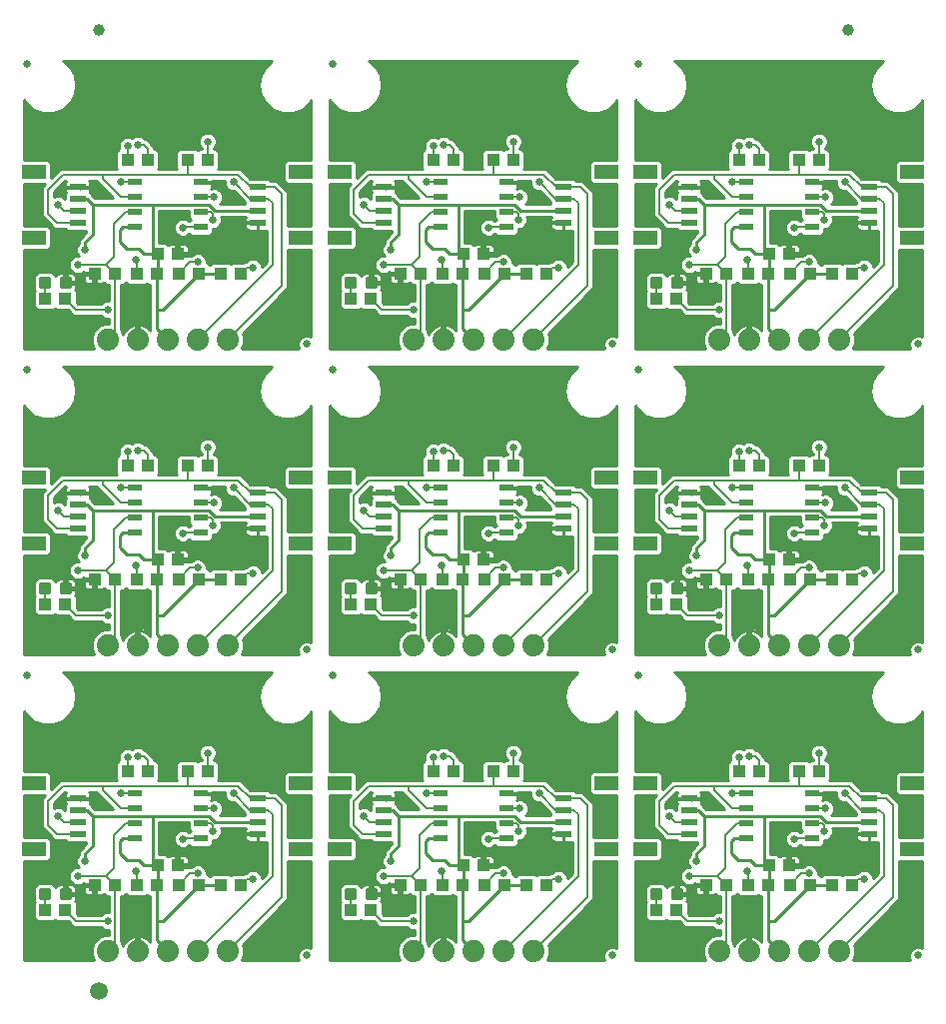
<source format=gtl>
G75*
%MOIN*%
%OFA0B0*%
%FSLAX25Y25*%
%IPPOS*%
%LPD*%
%AMOC8*
5,1,8,0,0,1.08239X$1,22.5*
%
%ADD10C,0.02500*%
%ADD11R,0.04331X0.03937*%
%ADD12R,0.07874X0.04724*%
%ADD13R,0.05315X0.02362*%
%ADD14C,0.07400*%
%ADD15C,0.01181*%
%ADD16R,0.04724X0.02362*%
%ADD17C,0.03937*%
%ADD18C,0.05906*%
%ADD19C,0.00600*%
%ADD20C,0.01000*%
%ADD21C,0.02600*%
D10*
X0125250Y0032250D03*
X0133750Y0125750D03*
X0125250Y0134250D03*
X0031750Y0125750D03*
X0031750Y0227750D03*
X0125250Y0236250D03*
X0133750Y0227750D03*
X0227250Y0236250D03*
X0235750Y0227750D03*
X0329250Y0236250D03*
X0235750Y0329750D03*
X0133750Y0329750D03*
X0031750Y0329750D03*
X0227250Y0134250D03*
X0235750Y0125750D03*
X0329250Y0134250D03*
X0329250Y0032250D03*
X0227250Y0032250D03*
D11*
X0241904Y0047250D03*
X0248596Y0047250D03*
X0258404Y0055750D03*
X0265096Y0055750D03*
X0272404Y0055750D03*
X0279096Y0055750D03*
X0286404Y0055750D03*
X0286096Y0062250D03*
X0279404Y0062250D03*
X0293096Y0055750D03*
X0300404Y0055750D03*
X0307096Y0055750D03*
X0296096Y0093750D03*
X0289404Y0093750D03*
X0276096Y0093750D03*
X0269404Y0093750D03*
X0248596Y0149250D03*
X0241904Y0149250D03*
X0258404Y0157750D03*
X0265096Y0157750D03*
X0272404Y0157750D03*
X0279096Y0157750D03*
X0279404Y0164250D03*
X0286096Y0164250D03*
X0286404Y0157750D03*
X0293096Y0157750D03*
X0300404Y0157750D03*
X0307096Y0157750D03*
X0296096Y0195750D03*
X0289404Y0195750D03*
X0276096Y0195750D03*
X0269404Y0195750D03*
X0248596Y0251250D03*
X0241904Y0251250D03*
X0258404Y0259750D03*
X0265096Y0259750D03*
X0272404Y0259750D03*
X0279096Y0259750D03*
X0286404Y0259750D03*
X0286096Y0266250D03*
X0279404Y0266250D03*
X0293096Y0259750D03*
X0300404Y0259750D03*
X0307096Y0259750D03*
X0296096Y0297750D03*
X0289404Y0297750D03*
X0276096Y0297750D03*
X0269404Y0297750D03*
X0205096Y0259750D03*
X0198404Y0259750D03*
X0191096Y0259750D03*
X0184404Y0259750D03*
X0184096Y0266250D03*
X0177404Y0266250D03*
X0177096Y0259750D03*
X0170404Y0259750D03*
X0163096Y0259750D03*
X0156404Y0259750D03*
X0146596Y0251250D03*
X0139904Y0251250D03*
X0103096Y0259750D03*
X0096404Y0259750D03*
X0089096Y0259750D03*
X0082404Y0259750D03*
X0075096Y0259750D03*
X0075404Y0266250D03*
X0082096Y0266250D03*
X0068404Y0259750D03*
X0061096Y0259750D03*
X0054404Y0259750D03*
X0044596Y0251250D03*
X0037904Y0251250D03*
X0065404Y0297750D03*
X0072096Y0297750D03*
X0085404Y0297750D03*
X0092096Y0297750D03*
X0167404Y0297750D03*
X0174096Y0297750D03*
X0187404Y0297750D03*
X0194096Y0297750D03*
X0194096Y0195750D03*
X0187404Y0195750D03*
X0174096Y0195750D03*
X0167404Y0195750D03*
X0177404Y0164250D03*
X0177096Y0157750D03*
X0170404Y0157750D03*
X0163096Y0157750D03*
X0156404Y0157750D03*
X0146596Y0149250D03*
X0139904Y0149250D03*
X0103096Y0157750D03*
X0096404Y0157750D03*
X0089096Y0157750D03*
X0082404Y0157750D03*
X0082096Y0164250D03*
X0075404Y0164250D03*
X0075096Y0157750D03*
X0068404Y0157750D03*
X0061096Y0157750D03*
X0054404Y0157750D03*
X0044596Y0149250D03*
X0037904Y0149250D03*
X0065404Y0195750D03*
X0072096Y0195750D03*
X0085404Y0195750D03*
X0092096Y0195750D03*
X0184096Y0164250D03*
X0184404Y0157750D03*
X0191096Y0157750D03*
X0198404Y0157750D03*
X0205096Y0157750D03*
X0194096Y0093750D03*
X0187404Y0093750D03*
X0174096Y0093750D03*
X0167404Y0093750D03*
X0177404Y0062250D03*
X0177096Y0055750D03*
X0170404Y0055750D03*
X0163096Y0055750D03*
X0156404Y0055750D03*
X0146596Y0047250D03*
X0139904Y0047250D03*
X0103096Y0055750D03*
X0096404Y0055750D03*
X0089096Y0055750D03*
X0082404Y0055750D03*
X0075096Y0055750D03*
X0075404Y0062250D03*
X0082096Y0062250D03*
X0068404Y0055750D03*
X0061096Y0055750D03*
X0054404Y0055750D03*
X0044596Y0047250D03*
X0037904Y0047250D03*
X0065404Y0093750D03*
X0072096Y0093750D03*
X0085404Y0093750D03*
X0092096Y0093750D03*
X0184096Y0062250D03*
X0184404Y0055750D03*
X0191096Y0055750D03*
X0198404Y0055750D03*
X0205096Y0055750D03*
D12*
X0225219Y0067726D03*
X0238281Y0067726D03*
X0238281Y0089774D03*
X0225219Y0089774D03*
X0225219Y0169726D03*
X0238281Y0169726D03*
X0238281Y0191774D03*
X0225219Y0191774D03*
X0225219Y0271726D03*
X0238281Y0271726D03*
X0238281Y0293774D03*
X0225219Y0293774D03*
X0136281Y0293774D03*
X0123219Y0293774D03*
X0123219Y0271726D03*
X0136281Y0271726D03*
X0136281Y0191774D03*
X0123219Y0191774D03*
X0123219Y0169726D03*
X0136281Y0169726D03*
X0136281Y0089774D03*
X0123219Y0089774D03*
X0123219Y0067726D03*
X0136281Y0067726D03*
X0034281Y0067726D03*
X0034281Y0089774D03*
X0034281Y0169726D03*
X0034281Y0191774D03*
X0034281Y0271726D03*
X0034281Y0293774D03*
X0327219Y0293774D03*
X0327219Y0271726D03*
X0327219Y0191774D03*
X0327219Y0169726D03*
X0327219Y0089774D03*
X0327219Y0067726D03*
D13*
X0312750Y0072844D03*
X0312750Y0076781D03*
X0312750Y0080719D03*
X0312750Y0084656D03*
X0252750Y0084656D03*
X0252750Y0080719D03*
X0252750Y0076781D03*
X0252750Y0072844D03*
X0210750Y0072844D03*
X0210750Y0076781D03*
X0210750Y0080719D03*
X0210750Y0084656D03*
X0150750Y0084656D03*
X0150750Y0080719D03*
X0150750Y0076781D03*
X0150750Y0072844D03*
X0108750Y0072844D03*
X0108750Y0076781D03*
X0108750Y0080719D03*
X0108750Y0084656D03*
X0048750Y0084656D03*
X0048750Y0080719D03*
X0048750Y0076781D03*
X0048750Y0072844D03*
X0048750Y0174844D03*
X0048750Y0178781D03*
X0048750Y0182719D03*
X0048750Y0186656D03*
X0108750Y0186656D03*
X0108750Y0182719D03*
X0108750Y0178781D03*
X0108750Y0174844D03*
X0150750Y0174844D03*
X0150750Y0178781D03*
X0150750Y0182719D03*
X0150750Y0186656D03*
X0210750Y0186656D03*
X0210750Y0182719D03*
X0210750Y0178781D03*
X0210750Y0174844D03*
X0252750Y0174844D03*
X0252750Y0178781D03*
X0252750Y0182719D03*
X0252750Y0186656D03*
X0312750Y0186656D03*
X0312750Y0182719D03*
X0312750Y0178781D03*
X0312750Y0174844D03*
X0312750Y0276844D03*
X0312750Y0280781D03*
X0312750Y0284719D03*
X0312750Y0288656D03*
X0252750Y0288656D03*
X0252750Y0284719D03*
X0252750Y0280781D03*
X0252750Y0276844D03*
X0210750Y0276844D03*
X0210750Y0280781D03*
X0210750Y0284719D03*
X0210750Y0288656D03*
X0150750Y0288656D03*
X0150750Y0284719D03*
X0150750Y0280781D03*
X0150750Y0276844D03*
X0108750Y0276844D03*
X0108750Y0280781D03*
X0108750Y0284719D03*
X0108750Y0288656D03*
X0048750Y0288656D03*
X0048750Y0284719D03*
X0048750Y0280781D03*
X0048750Y0276844D03*
D14*
X0058750Y0237750D03*
X0068750Y0237750D03*
X0078750Y0237750D03*
X0088750Y0237750D03*
X0098750Y0237750D03*
X0160750Y0237750D03*
X0170750Y0237750D03*
X0180750Y0237750D03*
X0190750Y0237750D03*
X0200750Y0237750D03*
X0262750Y0237750D03*
X0272750Y0237750D03*
X0282750Y0237750D03*
X0292750Y0237750D03*
X0302750Y0237750D03*
X0302750Y0135750D03*
X0292750Y0135750D03*
X0282750Y0135750D03*
X0272750Y0135750D03*
X0262750Y0135750D03*
X0200750Y0135750D03*
X0190750Y0135750D03*
X0180750Y0135750D03*
X0170750Y0135750D03*
X0160750Y0135750D03*
X0098750Y0135750D03*
X0088750Y0135750D03*
X0078750Y0135750D03*
X0068750Y0135750D03*
X0058750Y0135750D03*
X0058750Y0033750D03*
X0068750Y0033750D03*
X0078750Y0033750D03*
X0088750Y0033750D03*
X0098750Y0033750D03*
X0160750Y0033750D03*
X0170750Y0033750D03*
X0180750Y0033750D03*
X0190750Y0033750D03*
X0200750Y0033750D03*
X0262750Y0033750D03*
X0272750Y0033750D03*
X0282750Y0033750D03*
X0292750Y0033750D03*
X0302750Y0033750D03*
D15*
X0247325Y0051372D02*
X0247325Y0054128D01*
X0250081Y0054128D01*
X0250081Y0051372D01*
X0247325Y0051372D01*
X0247325Y0052552D02*
X0250081Y0052552D01*
X0250081Y0053732D02*
X0247325Y0053732D01*
X0240419Y0054128D02*
X0240419Y0051372D01*
X0240419Y0054128D02*
X0243175Y0054128D01*
X0243175Y0051372D01*
X0240419Y0051372D01*
X0240419Y0052552D02*
X0243175Y0052552D01*
X0243175Y0053732D02*
X0240419Y0053732D01*
X0145325Y0054128D02*
X0145325Y0051372D01*
X0145325Y0054128D02*
X0148081Y0054128D01*
X0148081Y0051372D01*
X0145325Y0051372D01*
X0145325Y0052552D02*
X0148081Y0052552D01*
X0148081Y0053732D02*
X0145325Y0053732D01*
X0138419Y0054128D02*
X0138419Y0051372D01*
X0138419Y0054128D02*
X0141175Y0054128D01*
X0141175Y0051372D01*
X0138419Y0051372D01*
X0138419Y0052552D02*
X0141175Y0052552D01*
X0141175Y0053732D02*
X0138419Y0053732D01*
X0043325Y0054128D02*
X0043325Y0051372D01*
X0043325Y0054128D02*
X0046081Y0054128D01*
X0046081Y0051372D01*
X0043325Y0051372D01*
X0043325Y0052552D02*
X0046081Y0052552D01*
X0046081Y0053732D02*
X0043325Y0053732D01*
X0036419Y0054128D02*
X0036419Y0051372D01*
X0036419Y0054128D02*
X0039175Y0054128D01*
X0039175Y0051372D01*
X0036419Y0051372D01*
X0036419Y0052552D02*
X0039175Y0052552D01*
X0039175Y0053732D02*
X0036419Y0053732D01*
X0036419Y0153372D02*
X0036419Y0156128D01*
X0039175Y0156128D01*
X0039175Y0153372D01*
X0036419Y0153372D01*
X0036419Y0154552D02*
X0039175Y0154552D01*
X0039175Y0155732D02*
X0036419Y0155732D01*
X0043325Y0156128D02*
X0043325Y0153372D01*
X0043325Y0156128D02*
X0046081Y0156128D01*
X0046081Y0153372D01*
X0043325Y0153372D01*
X0043325Y0154552D02*
X0046081Y0154552D01*
X0046081Y0155732D02*
X0043325Y0155732D01*
X0138419Y0156128D02*
X0138419Y0153372D01*
X0138419Y0156128D02*
X0141175Y0156128D01*
X0141175Y0153372D01*
X0138419Y0153372D01*
X0138419Y0154552D02*
X0141175Y0154552D01*
X0141175Y0155732D02*
X0138419Y0155732D01*
X0145325Y0156128D02*
X0145325Y0153372D01*
X0145325Y0156128D02*
X0148081Y0156128D01*
X0148081Y0153372D01*
X0145325Y0153372D01*
X0145325Y0154552D02*
X0148081Y0154552D01*
X0148081Y0155732D02*
X0145325Y0155732D01*
X0240419Y0156128D02*
X0240419Y0153372D01*
X0240419Y0156128D02*
X0243175Y0156128D01*
X0243175Y0153372D01*
X0240419Y0153372D01*
X0240419Y0154552D02*
X0243175Y0154552D01*
X0243175Y0155732D02*
X0240419Y0155732D01*
X0247325Y0156128D02*
X0247325Y0153372D01*
X0247325Y0156128D02*
X0250081Y0156128D01*
X0250081Y0153372D01*
X0247325Y0153372D01*
X0247325Y0154552D02*
X0250081Y0154552D01*
X0250081Y0155732D02*
X0247325Y0155732D01*
X0247325Y0255372D02*
X0247325Y0258128D01*
X0250081Y0258128D01*
X0250081Y0255372D01*
X0247325Y0255372D01*
X0247325Y0256552D02*
X0250081Y0256552D01*
X0250081Y0257732D02*
X0247325Y0257732D01*
X0240419Y0258128D02*
X0240419Y0255372D01*
X0240419Y0258128D02*
X0243175Y0258128D01*
X0243175Y0255372D01*
X0240419Y0255372D01*
X0240419Y0256552D02*
X0243175Y0256552D01*
X0243175Y0257732D02*
X0240419Y0257732D01*
X0145325Y0258128D02*
X0145325Y0255372D01*
X0145325Y0258128D02*
X0148081Y0258128D01*
X0148081Y0255372D01*
X0145325Y0255372D01*
X0145325Y0256552D02*
X0148081Y0256552D01*
X0148081Y0257732D02*
X0145325Y0257732D01*
X0138419Y0258128D02*
X0138419Y0255372D01*
X0138419Y0258128D02*
X0141175Y0258128D01*
X0141175Y0255372D01*
X0138419Y0255372D01*
X0138419Y0256552D02*
X0141175Y0256552D01*
X0141175Y0257732D02*
X0138419Y0257732D01*
X0043325Y0258128D02*
X0043325Y0255372D01*
X0043325Y0258128D02*
X0046081Y0258128D01*
X0046081Y0255372D01*
X0043325Y0255372D01*
X0043325Y0256552D02*
X0046081Y0256552D01*
X0046081Y0257732D02*
X0043325Y0257732D01*
X0036419Y0258128D02*
X0036419Y0255372D01*
X0036419Y0258128D02*
X0039175Y0258128D01*
X0039175Y0255372D01*
X0036419Y0255372D01*
X0036419Y0256552D02*
X0039175Y0256552D01*
X0039175Y0257732D02*
X0036419Y0257732D01*
D16*
X0067726Y0275250D03*
X0067726Y0280250D03*
X0067726Y0285250D03*
X0067726Y0290250D03*
X0089774Y0290250D03*
X0089774Y0285250D03*
X0089774Y0280250D03*
X0089774Y0275250D03*
X0169726Y0275250D03*
X0169726Y0280250D03*
X0169726Y0285250D03*
X0169726Y0290250D03*
X0191774Y0290250D03*
X0191774Y0285250D03*
X0191774Y0280250D03*
X0191774Y0275250D03*
X0271726Y0275250D03*
X0271726Y0280250D03*
X0271726Y0285250D03*
X0271726Y0290250D03*
X0293774Y0290250D03*
X0293774Y0285250D03*
X0293774Y0280250D03*
X0293774Y0275250D03*
X0293774Y0188250D03*
X0293774Y0183250D03*
X0293774Y0178250D03*
X0293774Y0173250D03*
X0271726Y0173250D03*
X0271726Y0178250D03*
X0271726Y0183250D03*
X0271726Y0188250D03*
X0191774Y0188250D03*
X0191774Y0183250D03*
X0191774Y0178250D03*
X0191774Y0173250D03*
X0169726Y0173250D03*
X0169726Y0178250D03*
X0169726Y0183250D03*
X0169726Y0188250D03*
X0089774Y0188250D03*
X0089774Y0183250D03*
X0089774Y0178250D03*
X0089774Y0173250D03*
X0067726Y0173250D03*
X0067726Y0178250D03*
X0067726Y0183250D03*
X0067726Y0188250D03*
X0067726Y0086250D03*
X0067726Y0081250D03*
X0067726Y0076250D03*
X0067726Y0071250D03*
X0089774Y0071250D03*
X0089774Y0076250D03*
X0089774Y0081250D03*
X0089774Y0086250D03*
X0169726Y0086250D03*
X0169726Y0081250D03*
X0169726Y0076250D03*
X0169726Y0071250D03*
X0191774Y0071250D03*
X0191774Y0076250D03*
X0191774Y0081250D03*
X0191774Y0086250D03*
X0271726Y0086250D03*
X0271726Y0081250D03*
X0271726Y0076250D03*
X0271726Y0071250D03*
X0293774Y0071250D03*
X0293774Y0076250D03*
X0293774Y0081250D03*
X0293774Y0086250D03*
D17*
X0305750Y0341000D03*
X0055750Y0341000D03*
D18*
X0055750Y0020500D03*
D19*
X0058750Y0033750D02*
X0061096Y0036096D01*
X0061096Y0055750D01*
X0058096Y0058750D01*
X0060750Y0061404D01*
X0060750Y0072250D01*
X0064750Y0076250D01*
X0067726Y0076250D01*
X0067726Y0076066D01*
X0067726Y0071250D02*
X0066250Y0071250D01*
X0068250Y0060250D02*
X0068404Y0060096D01*
X0068404Y0055750D01*
X0058096Y0058750D02*
X0048750Y0058750D01*
X0044596Y0047250D02*
X0048096Y0043750D01*
X0058750Y0043750D01*
X0037904Y0047250D02*
X0037797Y0047356D01*
X0037797Y0052750D01*
X0041656Y0072844D02*
X0038750Y0075750D01*
X0038750Y0083750D01*
X0043750Y0088750D01*
X0057250Y0088750D01*
X0057250Y0087250D01*
X0063250Y0081250D01*
X0067726Y0081250D01*
X0067726Y0086250D02*
X0063250Y0086250D01*
X0057250Y0088750D02*
X0085250Y0088750D01*
X0085404Y0088904D01*
X0085404Y0093750D01*
X0085250Y0088750D02*
X0102250Y0088750D01*
X0106344Y0084656D01*
X0108750Y0084656D01*
X0114344Y0084656D01*
X0116750Y0082250D01*
X0116750Y0051750D01*
X0098750Y0033750D01*
X0088750Y0033750D02*
X0113750Y0058750D01*
X0113750Y0079250D01*
X0112281Y0080719D01*
X0108750Y0080719D01*
X0106281Y0080719D01*
X0100750Y0086250D01*
X0099250Y0081750D02*
X0094750Y0086250D01*
X0089774Y0086250D01*
X0089774Y0081250D02*
X0094250Y0081250D01*
X0093110Y0076250D02*
X0089774Y0076250D01*
X0091250Y0076250D01*
X0093110Y0076250D02*
X0093750Y0075610D01*
X0093750Y0073750D01*
X0089774Y0071250D02*
X0083750Y0071250D01*
X0083806Y0071194D01*
X0083750Y0071250D02*
X0083250Y0071250D01*
X0086272Y0059619D02*
X0088750Y0059619D01*
X0086272Y0059619D02*
X0082404Y0055750D01*
X0103096Y0055750D02*
X0105096Y0057750D01*
X0107250Y0057750D01*
X0108750Y0076781D02*
X0105219Y0076781D01*
X0092096Y0093750D02*
X0092096Y0099904D01*
X0072096Y0097404D02*
X0072096Y0093750D01*
X0072096Y0097404D02*
X0070750Y0098750D01*
X0068750Y0098750D01*
X0065404Y0098404D02*
X0065404Y0093750D01*
X0049656Y0083750D02*
X0048750Y0084656D01*
X0048750Y0076781D02*
X0044219Y0076781D01*
X0042250Y0078750D01*
X0041656Y0072844D02*
X0048750Y0072844D01*
X0058750Y0135750D02*
X0061096Y0138096D01*
X0061096Y0157750D01*
X0058096Y0160750D01*
X0060750Y0163404D01*
X0060750Y0174250D01*
X0064750Y0178250D01*
X0067726Y0178250D01*
X0067726Y0178066D01*
X0067726Y0173250D02*
X0066250Y0173250D01*
X0067726Y0183250D02*
X0063250Y0183250D01*
X0057250Y0189250D01*
X0057250Y0190750D01*
X0043750Y0190750D01*
X0038750Y0185750D01*
X0038750Y0177750D01*
X0041656Y0174844D01*
X0048750Y0174844D01*
X0048750Y0178781D02*
X0044219Y0178781D01*
X0042250Y0180750D01*
X0048750Y0186656D02*
X0049656Y0185750D01*
X0057250Y0190750D02*
X0085250Y0190750D01*
X0085404Y0190904D01*
X0085404Y0195750D01*
X0085250Y0190750D02*
X0102250Y0190750D01*
X0106344Y0186656D01*
X0108750Y0186656D01*
X0114344Y0186656D01*
X0116750Y0184250D01*
X0116750Y0153750D01*
X0098750Y0135750D01*
X0088750Y0135750D02*
X0113750Y0160750D01*
X0113750Y0181250D01*
X0112281Y0182719D01*
X0108750Y0182719D01*
X0106281Y0182719D01*
X0100750Y0188250D01*
X0099250Y0183750D02*
X0094750Y0188250D01*
X0089774Y0188250D01*
X0089774Y0183250D02*
X0094250Y0183250D01*
X0093110Y0178250D02*
X0089774Y0178250D01*
X0091250Y0178250D01*
X0093110Y0178250D02*
X0093750Y0177610D01*
X0093750Y0175750D01*
X0089774Y0173250D02*
X0083750Y0173250D01*
X0083806Y0173194D01*
X0083750Y0173250D02*
X0083250Y0173250D01*
X0086272Y0161619D02*
X0088750Y0161619D01*
X0086272Y0161619D02*
X0082404Y0157750D01*
X0068404Y0157750D02*
X0068404Y0162096D01*
X0068250Y0162250D01*
X0058096Y0160750D02*
X0048750Y0160750D01*
X0044596Y0149250D02*
X0048096Y0145750D01*
X0058750Y0145750D01*
X0037904Y0149250D02*
X0037797Y0149356D01*
X0037797Y0154750D01*
X0063250Y0188250D02*
X0067726Y0188250D01*
X0065404Y0195750D02*
X0065404Y0200404D01*
X0068750Y0200750D02*
X0070750Y0200750D01*
X0072096Y0199404D01*
X0072096Y0195750D01*
X0092096Y0195750D02*
X0092096Y0201904D01*
X0105219Y0178781D02*
X0108750Y0178781D01*
X0107250Y0159750D02*
X0105096Y0159750D01*
X0103096Y0157750D01*
X0139797Y0154750D02*
X0139797Y0149356D01*
X0139904Y0149250D01*
X0146596Y0149250D02*
X0150096Y0145750D01*
X0160750Y0145750D01*
X0163096Y0138096D02*
X0160750Y0135750D01*
X0163096Y0138096D02*
X0163096Y0157750D01*
X0160096Y0160750D01*
X0162750Y0163404D01*
X0162750Y0174250D01*
X0166750Y0178250D01*
X0169726Y0178250D01*
X0169726Y0178066D01*
X0169726Y0173250D02*
X0168250Y0173250D01*
X0169726Y0183250D02*
X0165250Y0183250D01*
X0159250Y0189250D01*
X0159250Y0190750D01*
X0145750Y0190750D01*
X0140750Y0185750D01*
X0140750Y0177750D01*
X0143656Y0174844D01*
X0150750Y0174844D01*
X0150750Y0178781D02*
X0146219Y0178781D01*
X0144250Y0180750D01*
X0150750Y0186656D02*
X0151656Y0185750D01*
X0159250Y0190750D02*
X0187250Y0190750D01*
X0187404Y0190904D01*
X0187404Y0195750D01*
X0187250Y0190750D02*
X0204250Y0190750D01*
X0208344Y0186656D01*
X0210750Y0186656D01*
X0216344Y0186656D01*
X0218750Y0184250D01*
X0218750Y0153750D01*
X0200750Y0135750D01*
X0190750Y0135750D02*
X0215750Y0160750D01*
X0215750Y0181250D01*
X0214281Y0182719D01*
X0210750Y0182719D01*
X0208281Y0182719D01*
X0202750Y0188250D01*
X0201250Y0183750D02*
X0196750Y0188250D01*
X0191774Y0188250D01*
X0191774Y0183250D02*
X0196250Y0183250D01*
X0195110Y0178250D02*
X0195750Y0177610D01*
X0195750Y0175750D01*
X0195110Y0178250D02*
X0191774Y0178250D01*
X0193250Y0178250D01*
X0191774Y0173250D02*
X0185750Y0173250D01*
X0185806Y0173194D01*
X0185750Y0173250D02*
X0185250Y0173250D01*
X0188272Y0161619D02*
X0190750Y0161619D01*
X0188272Y0161619D02*
X0184404Y0157750D01*
X0170404Y0157750D02*
X0170404Y0162096D01*
X0170250Y0162250D01*
X0160096Y0160750D02*
X0150750Y0160750D01*
X0165250Y0188250D02*
X0169726Y0188250D01*
X0167404Y0195750D02*
X0167404Y0200404D01*
X0170750Y0200750D02*
X0172750Y0200750D01*
X0174096Y0199404D01*
X0174096Y0195750D01*
X0194096Y0195750D02*
X0194096Y0201904D01*
X0207219Y0178781D02*
X0210750Y0178781D01*
X0209250Y0159750D02*
X0207096Y0159750D01*
X0205096Y0157750D01*
X0241797Y0154750D02*
X0241797Y0149356D01*
X0241904Y0149250D01*
X0248596Y0149250D02*
X0252096Y0145750D01*
X0262750Y0145750D01*
X0265096Y0138096D02*
X0262750Y0135750D01*
X0265096Y0138096D02*
X0265096Y0157750D01*
X0262096Y0160750D01*
X0264750Y0163404D01*
X0264750Y0174250D01*
X0268750Y0178250D01*
X0271726Y0178250D01*
X0271726Y0178066D01*
X0271726Y0173250D02*
X0270250Y0173250D01*
X0271726Y0183250D02*
X0267250Y0183250D01*
X0261250Y0189250D01*
X0261250Y0190750D01*
X0247750Y0190750D01*
X0242750Y0185750D01*
X0242750Y0177750D01*
X0245656Y0174844D01*
X0252750Y0174844D01*
X0252750Y0178781D02*
X0248219Y0178781D01*
X0246250Y0180750D01*
X0252750Y0186656D02*
X0253656Y0185750D01*
X0261250Y0190750D02*
X0289250Y0190750D01*
X0289404Y0190904D01*
X0289404Y0195750D01*
X0289250Y0190750D02*
X0306250Y0190750D01*
X0310344Y0186656D01*
X0312750Y0186656D01*
X0318344Y0186656D01*
X0320750Y0184250D01*
X0320750Y0153750D01*
X0302750Y0135750D01*
X0292750Y0135750D02*
X0317750Y0160750D01*
X0317750Y0181250D01*
X0316281Y0182719D01*
X0312750Y0182719D01*
X0310281Y0182719D01*
X0304750Y0188250D01*
X0303250Y0183750D02*
X0298750Y0188250D01*
X0293774Y0188250D01*
X0293774Y0183250D02*
X0298250Y0183250D01*
X0297110Y0178250D02*
X0293774Y0178250D01*
X0295250Y0178250D01*
X0297110Y0178250D02*
X0297750Y0177610D01*
X0297750Y0175750D01*
X0293774Y0173250D02*
X0287750Y0173250D01*
X0287806Y0173194D01*
X0287750Y0173250D02*
X0287250Y0173250D01*
X0290272Y0161619D02*
X0292750Y0161619D01*
X0290272Y0161619D02*
X0286404Y0157750D01*
X0272404Y0157750D02*
X0272404Y0162096D01*
X0272250Y0162250D01*
X0262096Y0160750D02*
X0252750Y0160750D01*
X0267250Y0188250D02*
X0271726Y0188250D01*
X0269404Y0195750D02*
X0269404Y0200404D01*
X0272750Y0200750D02*
X0274750Y0200750D01*
X0276096Y0199404D01*
X0276096Y0195750D01*
X0296096Y0195750D02*
X0296096Y0201904D01*
X0309219Y0178781D02*
X0312750Y0178781D01*
X0311250Y0159750D02*
X0309096Y0159750D01*
X0307096Y0157750D01*
X0296096Y0099904D02*
X0296096Y0093750D01*
X0289404Y0093750D02*
X0289404Y0088904D01*
X0289250Y0088750D01*
X0261250Y0088750D01*
X0261250Y0087250D01*
X0267250Y0081250D01*
X0271726Y0081250D01*
X0271726Y0086250D02*
X0267250Y0086250D01*
X0261250Y0088750D02*
X0247750Y0088750D01*
X0242750Y0083750D01*
X0242750Y0075750D01*
X0245656Y0072844D01*
X0252750Y0072844D01*
X0252750Y0076781D02*
X0248219Y0076781D01*
X0246250Y0078750D01*
X0252750Y0084656D02*
X0253656Y0083750D01*
X0264750Y0072250D02*
X0264750Y0061404D01*
X0262096Y0058750D01*
X0252750Y0058750D01*
X0241797Y0052750D02*
X0241797Y0047356D01*
X0241904Y0047250D01*
X0248596Y0047250D02*
X0252096Y0043750D01*
X0262750Y0043750D01*
X0265096Y0036096D02*
X0262750Y0033750D01*
X0265096Y0036096D02*
X0265096Y0055750D01*
X0262096Y0058750D01*
X0272250Y0060250D02*
X0272404Y0060096D01*
X0272404Y0055750D01*
X0286404Y0055750D02*
X0290272Y0059619D01*
X0292750Y0059619D01*
X0293774Y0071250D02*
X0287750Y0071250D01*
X0287806Y0071194D01*
X0287750Y0071250D02*
X0287250Y0071250D01*
X0293774Y0076250D02*
X0297110Y0076250D01*
X0297750Y0075610D01*
X0297750Y0073750D01*
X0295250Y0076250D02*
X0293774Y0076250D01*
X0293774Y0081250D02*
X0298250Y0081250D01*
X0298750Y0086250D02*
X0293774Y0086250D01*
X0298750Y0086250D02*
X0303250Y0081750D01*
X0304750Y0086250D02*
X0310281Y0080719D01*
X0312750Y0080719D01*
X0316281Y0080719D01*
X0317750Y0079250D01*
X0317750Y0058750D01*
X0292750Y0033750D01*
X0302750Y0033750D02*
X0320750Y0051750D01*
X0320750Y0082250D01*
X0318344Y0084656D01*
X0312750Y0084656D01*
X0310344Y0084656D01*
X0306250Y0088750D01*
X0289250Y0088750D01*
X0276096Y0093750D02*
X0276096Y0097404D01*
X0274750Y0098750D01*
X0272750Y0098750D01*
X0269404Y0098404D02*
X0269404Y0093750D01*
X0268750Y0076250D02*
X0264750Y0072250D01*
X0268750Y0076250D02*
X0271726Y0076250D01*
X0271726Y0076066D01*
X0271726Y0071250D02*
X0270250Y0071250D01*
X0309219Y0076781D02*
X0312750Y0076781D01*
X0311250Y0057750D02*
X0309096Y0057750D01*
X0307096Y0055750D01*
X0218750Y0051750D02*
X0218750Y0082250D01*
X0216344Y0084656D01*
X0210750Y0084656D01*
X0208344Y0084656D01*
X0204250Y0088750D01*
X0187250Y0088750D01*
X0187404Y0088904D01*
X0187404Y0093750D01*
X0187250Y0088750D02*
X0159250Y0088750D01*
X0159250Y0087250D01*
X0165250Y0081250D01*
X0169726Y0081250D01*
X0169726Y0086250D02*
X0165250Y0086250D01*
X0159250Y0088750D02*
X0145750Y0088750D01*
X0140750Y0083750D01*
X0140750Y0075750D01*
X0143656Y0072844D01*
X0150750Y0072844D01*
X0150750Y0076781D02*
X0146219Y0076781D01*
X0144250Y0078750D01*
X0150750Y0084656D02*
X0151656Y0083750D01*
X0162750Y0072250D02*
X0162750Y0061404D01*
X0160096Y0058750D01*
X0150750Y0058750D01*
X0160096Y0058750D02*
X0163096Y0055750D01*
X0163096Y0036096D01*
X0160750Y0033750D01*
X0160750Y0043750D02*
X0150096Y0043750D01*
X0146596Y0047250D01*
X0139904Y0047250D02*
X0139797Y0047356D01*
X0139797Y0052750D01*
X0162750Y0072250D02*
X0166750Y0076250D01*
X0169726Y0076250D01*
X0169726Y0076066D01*
X0169726Y0071250D02*
X0168250Y0071250D01*
X0170250Y0060250D02*
X0170404Y0060096D01*
X0170404Y0055750D01*
X0184404Y0055750D02*
X0188272Y0059619D01*
X0190750Y0059619D01*
X0191774Y0071250D02*
X0185750Y0071250D01*
X0185806Y0071194D01*
X0185750Y0071250D02*
X0185250Y0071250D01*
X0191774Y0076250D02*
X0195110Y0076250D01*
X0195750Y0075610D01*
X0195750Y0073750D01*
X0193250Y0076250D02*
X0191774Y0076250D01*
X0191774Y0081250D02*
X0196250Y0081250D01*
X0196750Y0086250D02*
X0191774Y0086250D01*
X0196750Y0086250D02*
X0201250Y0081750D01*
X0202750Y0086250D02*
X0208281Y0080719D01*
X0210750Y0080719D01*
X0214281Y0080719D01*
X0215750Y0079250D01*
X0215750Y0058750D01*
X0190750Y0033750D01*
X0200750Y0033750D02*
X0218750Y0051750D01*
X0209250Y0057750D02*
X0207096Y0057750D01*
X0205096Y0055750D01*
X0207219Y0076781D02*
X0210750Y0076781D01*
X0194096Y0093750D02*
X0194096Y0099904D01*
X0174096Y0097404D02*
X0174096Y0093750D01*
X0174096Y0097404D02*
X0172750Y0098750D01*
X0170750Y0098750D01*
X0167404Y0098404D02*
X0167404Y0093750D01*
X0160750Y0237750D02*
X0163096Y0240096D01*
X0163096Y0259750D01*
X0160096Y0262750D01*
X0162750Y0265404D01*
X0162750Y0276250D01*
X0166750Y0280250D01*
X0169726Y0280250D01*
X0169726Y0280066D01*
X0169726Y0275250D02*
X0168250Y0275250D01*
X0169726Y0285250D02*
X0165250Y0285250D01*
X0159250Y0291250D01*
X0159250Y0292750D01*
X0145750Y0292750D01*
X0140750Y0287750D01*
X0140750Y0279750D01*
X0143656Y0276844D01*
X0150750Y0276844D01*
X0150750Y0280781D02*
X0146219Y0280781D01*
X0144250Y0282750D01*
X0150750Y0288656D02*
X0151656Y0287750D01*
X0159250Y0292750D02*
X0187250Y0292750D01*
X0187404Y0292904D01*
X0187404Y0297750D01*
X0187250Y0292750D02*
X0204250Y0292750D01*
X0208344Y0288656D01*
X0210750Y0288656D01*
X0216344Y0288656D01*
X0218750Y0286250D01*
X0218750Y0255750D01*
X0200750Y0237750D01*
X0190750Y0237750D02*
X0215750Y0262750D01*
X0215750Y0283250D01*
X0214281Y0284719D01*
X0210750Y0284719D01*
X0208281Y0284719D01*
X0202750Y0290250D01*
X0201250Y0285750D02*
X0196750Y0290250D01*
X0191774Y0290250D01*
X0191774Y0285250D02*
X0196250Y0285250D01*
X0195110Y0280250D02*
X0195750Y0279610D01*
X0195750Y0277750D01*
X0195110Y0280250D02*
X0191774Y0280250D01*
X0193250Y0280250D01*
X0191774Y0275250D02*
X0185750Y0275250D01*
X0185806Y0275194D01*
X0185750Y0275250D02*
X0185250Y0275250D01*
X0188272Y0263619D02*
X0190750Y0263619D01*
X0188272Y0263619D02*
X0184404Y0259750D01*
X0170404Y0259750D02*
X0170404Y0264096D01*
X0170250Y0264250D01*
X0160096Y0262750D02*
X0150750Y0262750D01*
X0139797Y0256750D02*
X0139797Y0251356D01*
X0139904Y0251250D01*
X0146596Y0251250D02*
X0150096Y0247750D01*
X0160750Y0247750D01*
X0116750Y0255750D02*
X0116750Y0286250D01*
X0114344Y0288656D01*
X0108750Y0288656D01*
X0106344Y0288656D01*
X0102250Y0292750D01*
X0085250Y0292750D01*
X0085404Y0292904D01*
X0085404Y0297750D01*
X0085250Y0292750D02*
X0057250Y0292750D01*
X0057250Y0291250D01*
X0063250Y0285250D01*
X0067726Y0285250D01*
X0067726Y0290250D02*
X0063250Y0290250D01*
X0057250Y0292750D02*
X0043750Y0292750D01*
X0038750Y0287750D01*
X0038750Y0279750D01*
X0041656Y0276844D01*
X0048750Y0276844D01*
X0048750Y0280781D02*
X0044219Y0280781D01*
X0042250Y0282750D01*
X0048750Y0288656D02*
X0049656Y0287750D01*
X0060750Y0276250D02*
X0060750Y0265404D01*
X0058096Y0262750D01*
X0048750Y0262750D01*
X0058096Y0262750D02*
X0061096Y0259750D01*
X0061096Y0240096D01*
X0058750Y0237750D01*
X0058750Y0247750D02*
X0048096Y0247750D01*
X0044596Y0251250D01*
X0037904Y0251250D02*
X0037797Y0251356D01*
X0037797Y0256750D01*
X0060750Y0276250D02*
X0064750Y0280250D01*
X0067726Y0280250D01*
X0067726Y0280066D01*
X0067726Y0275250D02*
X0066250Y0275250D01*
X0068250Y0264250D02*
X0068404Y0264096D01*
X0068404Y0259750D01*
X0082404Y0259750D02*
X0086272Y0263619D01*
X0088750Y0263619D01*
X0089774Y0275250D02*
X0083750Y0275250D01*
X0083806Y0275194D01*
X0083750Y0275250D02*
X0083250Y0275250D01*
X0089774Y0280250D02*
X0093110Y0280250D01*
X0093750Y0279610D01*
X0093750Y0277750D01*
X0091250Y0280250D02*
X0089774Y0280250D01*
X0089774Y0285250D02*
X0094250Y0285250D01*
X0094750Y0290250D02*
X0089774Y0290250D01*
X0094750Y0290250D02*
X0099250Y0285750D01*
X0100750Y0290250D02*
X0106281Y0284719D01*
X0108750Y0284719D01*
X0112281Y0284719D01*
X0113750Y0283250D01*
X0113750Y0262750D01*
X0088750Y0237750D01*
X0098750Y0237750D02*
X0116750Y0255750D01*
X0107250Y0261750D02*
X0105096Y0261750D01*
X0103096Y0259750D01*
X0105219Y0280781D02*
X0108750Y0280781D01*
X0092096Y0297750D02*
X0092096Y0303904D01*
X0072096Y0301404D02*
X0072096Y0297750D01*
X0072096Y0301404D02*
X0070750Y0302750D01*
X0068750Y0302750D01*
X0065404Y0302404D02*
X0065404Y0297750D01*
X0165250Y0290250D02*
X0169726Y0290250D01*
X0167404Y0297750D02*
X0167404Y0302404D01*
X0170750Y0302750D02*
X0172750Y0302750D01*
X0174096Y0301404D01*
X0174096Y0297750D01*
X0194096Y0297750D02*
X0194096Y0303904D01*
X0207219Y0280781D02*
X0210750Y0280781D01*
X0209250Y0261750D02*
X0207096Y0261750D01*
X0205096Y0259750D01*
X0241797Y0256750D02*
X0241797Y0251356D01*
X0241904Y0251250D01*
X0248596Y0251250D02*
X0252096Y0247750D01*
X0262750Y0247750D01*
X0265096Y0240096D02*
X0262750Y0237750D01*
X0265096Y0240096D02*
X0265096Y0259750D01*
X0262096Y0262750D01*
X0264750Y0265404D01*
X0264750Y0276250D01*
X0268750Y0280250D01*
X0271726Y0280250D01*
X0271726Y0280066D01*
X0271726Y0275250D02*
X0270250Y0275250D01*
X0271726Y0285250D02*
X0267250Y0285250D01*
X0261250Y0291250D01*
X0261250Y0292750D01*
X0247750Y0292750D01*
X0242750Y0287750D01*
X0242750Y0279750D01*
X0245656Y0276844D01*
X0252750Y0276844D01*
X0252750Y0280781D02*
X0248219Y0280781D01*
X0246250Y0282750D01*
X0252750Y0288656D02*
X0253656Y0287750D01*
X0261250Y0292750D02*
X0289250Y0292750D01*
X0289404Y0292904D01*
X0289404Y0297750D01*
X0296096Y0297750D02*
X0296096Y0303904D01*
X0289250Y0292750D02*
X0306250Y0292750D01*
X0310344Y0288656D01*
X0312750Y0288656D01*
X0318344Y0288656D01*
X0320750Y0286250D01*
X0320750Y0255750D01*
X0302750Y0237750D01*
X0292750Y0237750D02*
X0317750Y0262750D01*
X0317750Y0283250D01*
X0316281Y0284719D01*
X0312750Y0284719D01*
X0310281Y0284719D01*
X0304750Y0290250D01*
X0303250Y0285750D02*
X0298750Y0290250D01*
X0293774Y0290250D01*
X0293774Y0285250D02*
X0298250Y0285250D01*
X0297110Y0280250D02*
X0293774Y0280250D01*
X0295250Y0280250D01*
X0297110Y0280250D02*
X0297750Y0279610D01*
X0297750Y0277750D01*
X0293774Y0275250D02*
X0287750Y0275250D01*
X0287806Y0275194D01*
X0287750Y0275250D02*
X0287250Y0275250D01*
X0290272Y0263619D02*
X0292750Y0263619D01*
X0290272Y0263619D02*
X0286404Y0259750D01*
X0272404Y0259750D02*
X0272404Y0264096D01*
X0272250Y0264250D01*
X0262096Y0262750D02*
X0252750Y0262750D01*
X0267250Y0290250D02*
X0271726Y0290250D01*
X0269404Y0297750D02*
X0269404Y0302404D01*
X0272750Y0302750D02*
X0274750Y0302750D01*
X0276096Y0301404D01*
X0276096Y0297750D01*
X0309219Y0280781D02*
X0312750Y0280781D01*
X0311250Y0261750D02*
X0309096Y0261750D01*
X0307096Y0259750D01*
D20*
X0030850Y0063664D02*
X0030850Y0030850D01*
X0054106Y0030850D01*
X0053350Y0032676D01*
X0053350Y0034824D01*
X0054172Y0036809D01*
X0055691Y0038328D01*
X0057676Y0039150D01*
X0059096Y0039150D01*
X0059096Y0040750D01*
X0058153Y0040750D01*
X0057051Y0041207D01*
X0056507Y0041750D01*
X0047268Y0041750D01*
X0046096Y0042922D01*
X0045437Y0043581D01*
X0041727Y0043581D01*
X0041250Y0044058D01*
X0040773Y0043581D01*
X0035034Y0043581D01*
X0034038Y0044577D01*
X0034038Y0049923D01*
X0034334Y0050218D01*
X0034129Y0050423D01*
X0034129Y0055077D01*
X0035471Y0056418D01*
X0040124Y0056418D01*
X0041461Y0055081D01*
X0041652Y0055412D01*
X0042041Y0055801D01*
X0042518Y0056076D01*
X0043050Y0056218D01*
X0044218Y0056218D01*
X0044218Y0053234D01*
X0045187Y0053234D01*
X0048171Y0053234D01*
X0048171Y0054403D01*
X0048029Y0054935D01*
X0047754Y0055412D01*
X0047364Y0055801D01*
X0046888Y0056076D01*
X0046356Y0056218D01*
X0045187Y0056218D01*
X0045187Y0053234D01*
X0045187Y0052266D01*
X0048171Y0052266D01*
X0048171Y0051097D01*
X0048029Y0050565D01*
X0047952Y0050432D01*
X0048462Y0049923D01*
X0048462Y0046213D01*
X0048925Y0045750D01*
X0056507Y0045750D01*
X0057051Y0046293D01*
X0058153Y0046750D01*
X0059096Y0046750D01*
X0059096Y0052081D01*
X0058227Y0052081D01*
X0057609Y0052700D01*
X0057490Y0052581D01*
X0057148Y0052384D01*
X0056766Y0052281D01*
X0054888Y0052281D01*
X0054888Y0055266D01*
X0053919Y0055266D01*
X0050738Y0055266D01*
X0050738Y0053584D01*
X0050840Y0053203D01*
X0051038Y0052860D01*
X0051317Y0052581D01*
X0051659Y0052384D01*
X0052041Y0052281D01*
X0053919Y0052281D01*
X0053919Y0055266D01*
X0053919Y0056234D01*
X0050738Y0056234D01*
X0050738Y0056496D01*
X0050449Y0056207D01*
X0049347Y0055750D01*
X0048153Y0055750D01*
X0047051Y0056207D01*
X0046207Y0057051D01*
X0045750Y0058153D01*
X0045750Y0059347D01*
X0046207Y0060449D01*
X0047051Y0061293D01*
X0048153Y0061750D01*
X0049007Y0061750D01*
X0048707Y0062051D01*
X0048250Y0063153D01*
X0048250Y0064347D01*
X0048707Y0065449D01*
X0049050Y0065793D01*
X0049050Y0067161D01*
X0050339Y0068450D01*
X0051550Y0069661D01*
X0051550Y0069963D01*
X0045388Y0069963D01*
X0044507Y0070844D01*
X0040827Y0070844D01*
X0039656Y0072016D01*
X0036750Y0074922D01*
X0036750Y0084578D01*
X0037883Y0085711D01*
X0030850Y0085711D01*
X0030850Y0071789D01*
X0038923Y0071789D01*
X0039918Y0070793D01*
X0039918Y0064660D01*
X0038923Y0063664D01*
X0030850Y0063664D01*
X0030850Y0062699D02*
X0048438Y0062699D01*
X0048250Y0063698D02*
X0038956Y0063698D01*
X0039918Y0064696D02*
X0048395Y0064696D01*
X0048952Y0065695D02*
X0039918Y0065695D01*
X0039918Y0066693D02*
X0049050Y0066693D01*
X0049581Y0067692D02*
X0039918Y0067692D01*
X0039918Y0068690D02*
X0050579Y0068690D01*
X0051550Y0069689D02*
X0039918Y0069689D01*
X0039918Y0070687D02*
X0044664Y0070687D01*
X0039986Y0071686D02*
X0039025Y0071686D01*
X0038987Y0072684D02*
X0030850Y0072684D01*
X0030850Y0073683D02*
X0037989Y0073683D01*
X0036990Y0074682D02*
X0030850Y0074682D01*
X0030850Y0075680D02*
X0036750Y0075680D01*
X0036750Y0076679D02*
X0030850Y0076679D01*
X0030850Y0077677D02*
X0036750Y0077677D01*
X0036750Y0078676D02*
X0030850Y0078676D01*
X0030850Y0079674D02*
X0036750Y0079674D01*
X0036750Y0080673D02*
X0030850Y0080673D01*
X0030850Y0081671D02*
X0036750Y0081671D01*
X0036750Y0082670D02*
X0030850Y0082670D01*
X0030850Y0083668D02*
X0036750Y0083668D01*
X0036838Y0084667D02*
X0030850Y0084667D01*
X0030850Y0085665D02*
X0037837Y0085665D01*
X0039918Y0087747D02*
X0042922Y0090750D01*
X0061866Y0090750D01*
X0061538Y0091077D01*
X0061538Y0096423D01*
X0062534Y0097418D01*
X0062564Y0097418D01*
X0062404Y0097807D01*
X0062404Y0099000D01*
X0062860Y0100103D01*
X0063704Y0100947D01*
X0064807Y0101404D01*
X0066000Y0101404D01*
X0066821Y0101064D01*
X0067051Y0101293D01*
X0068153Y0101750D01*
X0069347Y0101750D01*
X0070449Y0101293D01*
X0070993Y0100750D01*
X0071578Y0100750D01*
X0072925Y0099404D01*
X0074096Y0098232D01*
X0074096Y0097418D01*
X0074966Y0097418D01*
X0075962Y0096423D01*
X0075962Y0091077D01*
X0075634Y0090750D01*
X0081866Y0090750D01*
X0081538Y0091077D01*
X0081538Y0096423D01*
X0082534Y0097418D01*
X0088273Y0097418D01*
X0088750Y0096942D01*
X0089227Y0097418D01*
X0090096Y0097418D01*
X0090096Y0097661D01*
X0089553Y0098204D01*
X0089096Y0099307D01*
X0089096Y0100500D01*
X0089553Y0101603D01*
X0090397Y0102447D01*
X0091500Y0102904D01*
X0092693Y0102904D01*
X0093796Y0102447D01*
X0094640Y0101603D01*
X0095096Y0100500D01*
X0095096Y0099307D01*
X0094640Y0098204D01*
X0094096Y0097661D01*
X0094096Y0097418D01*
X0094966Y0097418D01*
X0095962Y0096423D01*
X0095962Y0091077D01*
X0095634Y0090750D01*
X0103078Y0090750D01*
X0104250Y0089578D01*
X0106292Y0087537D01*
X0112112Y0087537D01*
X0112993Y0086655D01*
X0115173Y0086655D01*
X0117578Y0084250D01*
X0118750Y0083078D01*
X0118750Y0071789D01*
X0126650Y0071789D01*
X0126650Y0085711D01*
X0118577Y0085711D01*
X0117581Y0086707D01*
X0117581Y0092840D01*
X0118577Y0093836D01*
X0126650Y0093836D01*
X0126650Y0113633D01*
X0126062Y0112615D01*
X0126062Y0112615D01*
X0126062Y0112615D01*
X0123523Y0110484D01*
X0123522Y0110484D01*
X0120407Y0109350D01*
X0117093Y0109350D01*
X0113977Y0110484D01*
X0113977Y0110484D01*
X0111438Y0112615D01*
X0111438Y0112615D01*
X0109781Y0115485D01*
X0109781Y0115485D01*
X0109205Y0118750D01*
X0109205Y0118750D01*
X0109781Y0122015D01*
X0109781Y0122015D01*
X0111438Y0124885D01*
X0111438Y0124885D01*
X0111438Y0124885D01*
X0113541Y0126650D01*
X0043959Y0126650D01*
X0046062Y0124885D01*
X0046062Y0124885D01*
X0047719Y0122015D01*
X0047719Y0122015D01*
X0048295Y0118750D01*
X0048295Y0118750D01*
X0047719Y0115485D01*
X0047719Y0115485D01*
X0046062Y0112615D01*
X0046062Y0112615D01*
X0046062Y0112615D01*
X0043523Y0110484D01*
X0043522Y0110484D01*
X0040407Y0109350D01*
X0037093Y0109350D01*
X0033977Y0110484D01*
X0033977Y0110484D01*
X0031438Y0112615D01*
X0031438Y0112615D01*
X0030850Y0113633D01*
X0030850Y0093836D01*
X0038923Y0093836D01*
X0039918Y0092840D01*
X0039918Y0087747D01*
X0039918Y0088661D02*
X0040832Y0088661D01*
X0039918Y0089659D02*
X0041831Y0089659D01*
X0042829Y0090658D02*
X0039918Y0090658D01*
X0039918Y0091656D02*
X0061538Y0091656D01*
X0061538Y0092655D02*
X0039918Y0092655D01*
X0039105Y0093653D02*
X0061538Y0093653D01*
X0061538Y0094652D02*
X0030850Y0094652D01*
X0030850Y0095650D02*
X0061538Y0095650D01*
X0061764Y0096649D02*
X0030850Y0096649D01*
X0030850Y0097647D02*
X0062470Y0097647D01*
X0062404Y0098646D02*
X0030850Y0098646D01*
X0030850Y0099644D02*
X0062670Y0099644D01*
X0063400Y0100643D02*
X0030850Y0100643D01*
X0030850Y0101641D02*
X0067891Y0101641D01*
X0069609Y0101641D02*
X0089592Y0101641D01*
X0089155Y0100643D02*
X0071686Y0100643D01*
X0072684Y0099644D02*
X0089096Y0099644D01*
X0089370Y0098646D02*
X0073683Y0098646D01*
X0074096Y0097647D02*
X0090096Y0097647D01*
X0094096Y0097647D02*
X0126650Y0097647D01*
X0126650Y0096649D02*
X0095736Y0096649D01*
X0095962Y0095650D02*
X0126650Y0095650D01*
X0126650Y0094652D02*
X0095962Y0094652D01*
X0095962Y0093653D02*
X0118395Y0093653D01*
X0117581Y0092655D02*
X0095962Y0092655D01*
X0095962Y0091656D02*
X0117581Y0091656D01*
X0117581Y0090658D02*
X0103171Y0090658D01*
X0104169Y0089659D02*
X0117581Y0089659D01*
X0117581Y0088661D02*
X0105168Y0088661D01*
X0106166Y0087662D02*
X0117581Y0087662D01*
X0117625Y0086664D02*
X0112985Y0086664D01*
X0116163Y0085665D02*
X0126650Y0085665D01*
X0126650Y0084667D02*
X0117162Y0084667D01*
X0118160Y0083668D02*
X0126650Y0083668D01*
X0126650Y0082670D02*
X0118750Y0082670D01*
X0118750Y0081671D02*
X0126650Y0081671D01*
X0126650Y0080673D02*
X0118750Y0080673D01*
X0118750Y0079674D02*
X0126650Y0079674D01*
X0126650Y0078676D02*
X0118750Y0078676D01*
X0118750Y0077677D02*
X0126650Y0077677D01*
X0126650Y0076679D02*
X0118750Y0076679D01*
X0118750Y0075680D02*
X0126650Y0075680D01*
X0126650Y0074682D02*
X0118750Y0074682D01*
X0118750Y0073683D02*
X0126650Y0073683D01*
X0126650Y0072684D02*
X0118750Y0072684D01*
X0111750Y0070202D02*
X0111750Y0059578D01*
X0110250Y0058078D01*
X0110250Y0058347D01*
X0109793Y0059449D01*
X0108949Y0060293D01*
X0107847Y0060750D01*
X0106653Y0060750D01*
X0105551Y0060293D01*
X0105007Y0059750D01*
X0104268Y0059750D01*
X0103937Y0059418D01*
X0100227Y0059418D01*
X0099750Y0058942D01*
X0099273Y0059418D01*
X0093534Y0059418D01*
X0092750Y0058634D01*
X0091966Y0059418D01*
X0091750Y0059418D01*
X0091750Y0060215D01*
X0091293Y0061318D01*
X0090449Y0062162D01*
X0089347Y0062618D01*
X0088153Y0062618D01*
X0087051Y0062162D01*
X0086507Y0061618D01*
X0085762Y0061618D01*
X0085762Y0061766D01*
X0082581Y0061766D01*
X0082581Y0062734D01*
X0085762Y0062734D01*
X0085762Y0064416D01*
X0085660Y0064797D01*
X0085462Y0065140D01*
X0085183Y0065419D01*
X0084841Y0065616D01*
X0084459Y0065718D01*
X0082581Y0065718D01*
X0082581Y0062734D01*
X0081612Y0062734D01*
X0081612Y0065718D01*
X0079734Y0065718D01*
X0079352Y0065616D01*
X0079010Y0065419D01*
X0078891Y0065300D01*
X0078273Y0065918D01*
X0075950Y0065918D01*
X0075950Y0076631D01*
X0085711Y0076631D01*
X0085711Y0074365D01*
X0086326Y0073750D01*
X0085909Y0073333D01*
X0085505Y0073738D01*
X0084402Y0074194D01*
X0083209Y0074194D01*
X0082106Y0073738D01*
X0081262Y0072894D01*
X0080806Y0071791D01*
X0080806Y0070598D01*
X0081262Y0069495D01*
X0082106Y0068651D01*
X0083209Y0068194D01*
X0084402Y0068194D01*
X0085505Y0068651D01*
X0085965Y0069111D01*
X0086707Y0068369D01*
X0092840Y0068369D01*
X0093836Y0069365D01*
X0093836Y0070750D01*
X0094347Y0070750D01*
X0095449Y0071207D01*
X0096293Y0072051D01*
X0096750Y0073153D01*
X0096750Y0074347D01*
X0096653Y0074581D01*
X0104689Y0074581D01*
X0104593Y0074223D01*
X0104593Y0072935D01*
X0108659Y0072935D01*
X0108659Y0072754D01*
X0104593Y0072754D01*
X0104593Y0071466D01*
X0104695Y0071084D01*
X0104892Y0070742D01*
X0105171Y0070463D01*
X0105514Y0070266D01*
X0105895Y0070163D01*
X0108659Y0070163D01*
X0108659Y0072754D01*
X0108841Y0072754D01*
X0108841Y0070163D01*
X0111605Y0070163D01*
X0111750Y0070202D01*
X0111750Y0069689D02*
X0093836Y0069689D01*
X0093836Y0070687D02*
X0104947Y0070687D01*
X0104593Y0071686D02*
X0095929Y0071686D01*
X0096556Y0072684D02*
X0104593Y0072684D01*
X0104593Y0073683D02*
X0096750Y0073683D01*
X0094558Y0076781D02*
X0108750Y0076781D01*
X0108659Y0072684D02*
X0108841Y0072684D01*
X0108841Y0071686D02*
X0108659Y0071686D01*
X0108659Y0070687D02*
X0108841Y0070687D01*
X0111750Y0068690D02*
X0093162Y0068690D01*
X0086386Y0068690D02*
X0085544Y0068690D01*
X0084547Y0065695D02*
X0111750Y0065695D01*
X0111750Y0066693D02*
X0075950Y0066693D01*
X0075950Y0067692D02*
X0111750Y0067692D01*
X0111750Y0064696D02*
X0085687Y0064696D01*
X0085762Y0063698D02*
X0111750Y0063698D01*
X0111750Y0062699D02*
X0082581Y0062699D01*
X0082581Y0063698D02*
X0081612Y0063698D01*
X0081612Y0064696D02*
X0082581Y0064696D01*
X0082581Y0065695D02*
X0081612Y0065695D01*
X0079646Y0065695D02*
X0078497Y0065695D01*
X0075950Y0068690D02*
X0082067Y0068690D01*
X0081182Y0069689D02*
X0075950Y0069689D01*
X0075950Y0070687D02*
X0080806Y0070687D01*
X0080806Y0071686D02*
X0075950Y0071686D01*
X0075950Y0072684D02*
X0081176Y0072684D01*
X0082052Y0073683D02*
X0075950Y0073683D01*
X0075950Y0074682D02*
X0085711Y0074682D01*
X0085711Y0075680D02*
X0075950Y0075680D01*
X0073750Y0078831D02*
X0073750Y0063904D01*
X0075404Y0062250D01*
X0075404Y0054057D01*
X0075096Y0055750D02*
X0075096Y0043750D01*
X0077096Y0043750D01*
X0089096Y0055750D01*
X0096404Y0055750D01*
X0092821Y0058705D02*
X0092679Y0058705D01*
X0091750Y0059704D02*
X0104222Y0059704D01*
X0106538Y0060702D02*
X0091548Y0060702D01*
X0090910Y0061701D02*
X0111750Y0061701D01*
X0111750Y0060702D02*
X0107962Y0060702D01*
X0109539Y0059704D02*
X0111750Y0059704D01*
X0110877Y0058705D02*
X0110101Y0058705D01*
X0118750Y0058705D02*
X0126650Y0058705D01*
X0126650Y0057707D02*
X0118750Y0057707D01*
X0118750Y0056708D02*
X0126650Y0056708D01*
X0126650Y0055710D02*
X0118750Y0055710D01*
X0118750Y0054711D02*
X0126650Y0054711D01*
X0126650Y0053713D02*
X0118750Y0053713D01*
X0118750Y0052714D02*
X0126650Y0052714D01*
X0126650Y0051716D02*
X0118750Y0051716D01*
X0118750Y0050922D02*
X0118750Y0063664D01*
X0126650Y0063664D01*
X0126650Y0034863D01*
X0125837Y0035200D01*
X0124663Y0035200D01*
X0123579Y0034751D01*
X0122749Y0033921D01*
X0122300Y0032837D01*
X0122300Y0031663D01*
X0122637Y0030850D01*
X0103394Y0030850D01*
X0104150Y0032676D01*
X0104150Y0034824D01*
X0103711Y0035883D01*
X0117578Y0049750D01*
X0118750Y0050922D01*
X0118546Y0050717D02*
X0126650Y0050717D01*
X0126650Y0049719D02*
X0117547Y0049719D01*
X0116549Y0048720D02*
X0126650Y0048720D01*
X0126650Y0047722D02*
X0115550Y0047722D01*
X0114552Y0046723D02*
X0126650Y0046723D01*
X0126650Y0045725D02*
X0113553Y0045725D01*
X0112555Y0044726D02*
X0126650Y0044726D01*
X0126650Y0043728D02*
X0111556Y0043728D01*
X0110558Y0042729D02*
X0126650Y0042729D01*
X0126650Y0041731D02*
X0109559Y0041731D01*
X0108561Y0040732D02*
X0126650Y0040732D01*
X0126650Y0039734D02*
X0107562Y0039734D01*
X0106564Y0038735D02*
X0126650Y0038735D01*
X0126650Y0037737D02*
X0105565Y0037737D01*
X0104566Y0036738D02*
X0126650Y0036738D01*
X0126650Y0035740D02*
X0103771Y0035740D01*
X0104150Y0034741D02*
X0123569Y0034741D01*
X0122675Y0033743D02*
X0104150Y0033743D01*
X0104150Y0032744D02*
X0122300Y0032744D01*
X0122300Y0031746D02*
X0103765Y0031746D01*
X0078750Y0033750D02*
X0075096Y0037404D01*
X0075096Y0043750D01*
X0072896Y0043728D02*
X0063096Y0043728D01*
X0063096Y0044726D02*
X0072896Y0044726D01*
X0072896Y0045725D02*
X0063096Y0045725D01*
X0063096Y0046723D02*
X0072896Y0046723D01*
X0072896Y0047722D02*
X0063096Y0047722D01*
X0063096Y0048720D02*
X0072896Y0048720D01*
X0072896Y0049719D02*
X0063096Y0049719D01*
X0063096Y0050717D02*
X0072896Y0050717D01*
X0072896Y0051716D02*
X0063096Y0051716D01*
X0063096Y0052081D02*
X0063966Y0052081D01*
X0064750Y0052866D01*
X0065534Y0052081D01*
X0071273Y0052081D01*
X0071750Y0052558D01*
X0072227Y0052081D01*
X0072896Y0052081D01*
X0072896Y0036890D01*
X0072716Y0037138D01*
X0072138Y0037716D01*
X0071475Y0038197D01*
X0070746Y0038569D01*
X0069968Y0038822D01*
X0069250Y0038936D01*
X0069250Y0034250D01*
X0068250Y0034250D01*
X0068250Y0038936D01*
X0067532Y0038822D01*
X0066754Y0038569D01*
X0066025Y0038197D01*
X0065362Y0037716D01*
X0064784Y0037138D01*
X0064303Y0036475D01*
X0063931Y0035746D01*
X0063859Y0035526D01*
X0063328Y0036809D01*
X0063096Y0037040D01*
X0063096Y0052081D01*
X0064599Y0052714D02*
X0064901Y0052714D01*
X0059096Y0051716D02*
X0048171Y0051716D01*
X0048070Y0050717D02*
X0059096Y0050717D01*
X0059096Y0049719D02*
X0048462Y0049719D01*
X0048462Y0048720D02*
X0059096Y0048720D01*
X0058250Y0048750D02*
X0054404Y0052596D01*
X0054404Y0055750D01*
X0053919Y0055710D02*
X0047455Y0055710D01*
X0048089Y0054711D02*
X0050738Y0054711D01*
X0050738Y0053713D02*
X0048171Y0053713D01*
X0045187Y0053713D02*
X0044218Y0053713D01*
X0044218Y0054711D02*
X0045187Y0054711D01*
X0045187Y0055710D02*
X0044218Y0055710D01*
X0041950Y0055710D02*
X0040833Y0055710D01*
X0045187Y0052714D02*
X0051184Y0052714D01*
X0053919Y0052714D02*
X0054888Y0052714D01*
X0054888Y0053713D02*
X0053919Y0053713D01*
X0053919Y0054711D02*
X0054888Y0054711D01*
X0059096Y0047722D02*
X0048462Y0047722D01*
X0048462Y0046723D02*
X0058089Y0046723D01*
X0056527Y0041731D02*
X0030850Y0041731D01*
X0030850Y0042729D02*
X0046289Y0042729D01*
X0041581Y0043728D02*
X0040919Y0043728D01*
X0034888Y0043728D02*
X0030850Y0043728D01*
X0030850Y0044726D02*
X0034038Y0044726D01*
X0034038Y0045725D02*
X0030850Y0045725D01*
X0030850Y0046723D02*
X0034038Y0046723D01*
X0034038Y0047722D02*
X0030850Y0047722D01*
X0030850Y0048720D02*
X0034038Y0048720D01*
X0034038Y0049719D02*
X0030850Y0049719D01*
X0030850Y0050717D02*
X0034129Y0050717D01*
X0034129Y0051716D02*
X0030850Y0051716D01*
X0030850Y0052714D02*
X0034129Y0052714D01*
X0034129Y0053713D02*
X0030850Y0053713D01*
X0030850Y0054711D02*
X0034129Y0054711D01*
X0034762Y0055710D02*
X0030850Y0055710D01*
X0030850Y0056708D02*
X0046549Y0056708D01*
X0045935Y0057707D02*
X0030850Y0057707D01*
X0030850Y0058705D02*
X0045750Y0058705D01*
X0045898Y0059704D02*
X0030850Y0059704D01*
X0030850Y0060702D02*
X0046460Y0060702D01*
X0048035Y0061701D02*
X0030850Y0061701D01*
X0051250Y0063750D02*
X0051250Y0066250D01*
X0053750Y0068750D01*
X0053750Y0078750D01*
X0053831Y0078831D01*
X0073750Y0078831D01*
X0092509Y0078831D01*
X0094558Y0076781D01*
X0096224Y0078981D02*
X0096793Y0079551D01*
X0097250Y0080653D01*
X0097250Y0081847D01*
X0096793Y0082949D01*
X0095949Y0083793D01*
X0094847Y0084250D01*
X0093653Y0084250D01*
X0093286Y0084098D01*
X0093336Y0084148D01*
X0093534Y0084490D01*
X0093636Y0084871D01*
X0093636Y0086159D01*
X0089864Y0086159D01*
X0089864Y0086341D01*
X0093636Y0086341D01*
X0093636Y0086750D01*
X0097750Y0086750D01*
X0097750Y0085653D01*
X0098207Y0084551D01*
X0099051Y0083707D01*
X0100153Y0083250D01*
X0100922Y0083250D01*
X0104393Y0079779D01*
X0104393Y0078981D01*
X0096224Y0078981D01*
X0096844Y0079674D02*
X0104393Y0079674D01*
X0103499Y0080673D02*
X0097250Y0080673D01*
X0097250Y0081671D02*
X0102500Y0081671D01*
X0101502Y0082670D02*
X0096909Y0082670D01*
X0096075Y0083668D02*
X0099144Y0083668D01*
X0098159Y0084667D02*
X0093581Y0084667D01*
X0093636Y0085665D02*
X0097750Y0085665D01*
X0097750Y0086664D02*
X0093636Y0086664D01*
X0094823Y0098646D02*
X0126650Y0098646D01*
X0126650Y0099644D02*
X0095096Y0099644D01*
X0095037Y0100643D02*
X0126650Y0100643D01*
X0126650Y0101641D02*
X0094601Y0101641D01*
X0093330Y0102640D02*
X0126650Y0102640D01*
X0126650Y0103638D02*
X0030850Y0103638D01*
X0030850Y0102640D02*
X0090863Y0102640D01*
X0081764Y0096649D02*
X0075736Y0096649D01*
X0075962Y0095650D02*
X0081538Y0095650D01*
X0081538Y0094652D02*
X0075962Y0094652D01*
X0075962Y0093653D02*
X0081538Y0093653D01*
X0081538Y0092655D02*
X0075962Y0092655D01*
X0075962Y0091656D02*
X0081538Y0091656D01*
X0085560Y0073683D02*
X0086259Y0073683D01*
X0086590Y0061701D02*
X0085762Y0061701D01*
X0082404Y0056596D02*
X0082404Y0055750D01*
X0075404Y0062250D02*
X0070750Y0062250D01*
X0069000Y0064000D01*
X0065000Y0064000D01*
X0062750Y0066250D01*
X0062750Y0070250D01*
X0063750Y0071250D01*
X0067726Y0071250D01*
X0060640Y0081031D02*
X0054742Y0081031D01*
X0054580Y0081031D01*
X0053107Y0082504D01*
X0053107Y0082604D01*
X0052807Y0082904D01*
X0052907Y0083277D01*
X0052907Y0084565D01*
X0048841Y0084565D01*
X0048841Y0084746D01*
X0052907Y0084746D01*
X0052907Y0086034D01*
X0052805Y0086416D01*
X0052612Y0086750D01*
X0055250Y0086750D01*
X0055250Y0086422D01*
X0060640Y0081031D01*
X0060000Y0081671D02*
X0053940Y0081671D01*
X0053042Y0082670D02*
X0059002Y0082670D01*
X0058003Y0083668D02*
X0052907Y0083668D01*
X0052907Y0085665D02*
X0056006Y0085665D01*
X0055250Y0086664D02*
X0052662Y0086664D01*
X0054844Y0084656D02*
X0056750Y0082750D01*
X0056750Y0082250D01*
X0057005Y0084667D02*
X0048841Y0084667D01*
X0048750Y0084656D02*
X0054844Y0084656D01*
X0051781Y0080719D02*
X0053750Y0078750D01*
X0051781Y0080719D02*
X0048750Y0080719D01*
X0048659Y0084565D02*
X0044593Y0084565D01*
X0044593Y0083277D01*
X0044693Y0082904D01*
X0044393Y0082604D01*
X0044393Y0080850D01*
X0043949Y0081293D01*
X0042847Y0081750D01*
X0041653Y0081750D01*
X0040750Y0081376D01*
X0040750Y0082922D01*
X0044578Y0086750D01*
X0044888Y0086750D01*
X0044695Y0086416D01*
X0044593Y0086034D01*
X0044593Y0084746D01*
X0048659Y0084746D01*
X0048659Y0084565D01*
X0048659Y0084667D02*
X0042495Y0084667D01*
X0043494Y0085665D02*
X0044593Y0085665D01*
X0044492Y0086664D02*
X0044838Y0086664D01*
X0044593Y0083668D02*
X0041497Y0083668D01*
X0040750Y0082670D02*
X0044458Y0082670D01*
X0044393Y0081671D02*
X0043037Y0081671D01*
X0041463Y0081671D02*
X0040750Y0081671D01*
X0030850Y0104637D02*
X0126650Y0104637D01*
X0126650Y0105635D02*
X0030850Y0105635D01*
X0030850Y0106634D02*
X0126650Y0106634D01*
X0126650Y0107632D02*
X0030850Y0107632D01*
X0030850Y0108631D02*
X0126650Y0108631D01*
X0126650Y0109629D02*
X0121175Y0109629D01*
X0123694Y0110628D02*
X0126650Y0110628D01*
X0126650Y0111626D02*
X0124884Y0111626D01*
X0126068Y0112625D02*
X0126650Y0112625D01*
X0126644Y0113623D02*
X0126650Y0113623D01*
X0132850Y0113623D02*
X0132856Y0113623D01*
X0132850Y0113633D02*
X0133438Y0112615D01*
X0133438Y0112615D01*
X0135977Y0110484D01*
X0135977Y0110484D01*
X0139093Y0109350D01*
X0142407Y0109350D01*
X0145522Y0110484D01*
X0145523Y0110484D01*
X0148062Y0112615D01*
X0149719Y0115485D01*
X0149719Y0115485D01*
X0150295Y0118750D01*
X0149719Y0122015D01*
X0148062Y0124885D01*
X0148062Y0124885D01*
X0145959Y0126650D01*
X0215541Y0126650D01*
X0213438Y0124885D01*
X0211781Y0122015D01*
X0211205Y0118750D01*
X0211205Y0118750D01*
X0211781Y0115485D01*
X0213438Y0112615D01*
X0213438Y0112615D01*
X0215977Y0110484D01*
X0215977Y0110484D01*
X0219093Y0109350D01*
X0222407Y0109350D01*
X0225522Y0110484D01*
X0225523Y0110484D01*
X0228062Y0112615D01*
X0228650Y0113633D01*
X0228650Y0093836D01*
X0220577Y0093836D01*
X0219581Y0092840D01*
X0219581Y0086707D01*
X0220577Y0085711D01*
X0228650Y0085711D01*
X0228650Y0071789D01*
X0220750Y0071789D01*
X0220750Y0083078D01*
X0219578Y0084250D01*
X0217173Y0086655D01*
X0214993Y0086655D01*
X0214112Y0087537D01*
X0208292Y0087537D01*
X0206250Y0089578D01*
X0205078Y0090750D01*
X0197634Y0090750D01*
X0197962Y0091077D01*
X0197962Y0096423D01*
X0196966Y0097418D01*
X0196096Y0097418D01*
X0196096Y0097661D01*
X0196640Y0098204D01*
X0197096Y0099307D01*
X0197096Y0100500D01*
X0196640Y0101603D01*
X0195796Y0102447D01*
X0194693Y0102904D01*
X0193500Y0102904D01*
X0192397Y0102447D01*
X0191553Y0101603D01*
X0191096Y0100500D01*
X0191096Y0099307D01*
X0191553Y0098204D01*
X0192096Y0097661D01*
X0192096Y0097418D01*
X0191227Y0097418D01*
X0190750Y0096942D01*
X0190273Y0097418D01*
X0184534Y0097418D01*
X0183538Y0096423D01*
X0183538Y0091077D01*
X0183866Y0090750D01*
X0177634Y0090750D01*
X0177962Y0091077D01*
X0177962Y0096423D01*
X0176966Y0097418D01*
X0176096Y0097418D01*
X0176096Y0098232D01*
X0174925Y0099404D01*
X0174750Y0099578D01*
X0173578Y0100750D01*
X0172993Y0100750D01*
X0172449Y0101293D01*
X0171347Y0101750D01*
X0170153Y0101750D01*
X0169051Y0101293D01*
X0168821Y0101064D01*
X0168000Y0101404D01*
X0166807Y0101404D01*
X0165704Y0100947D01*
X0164860Y0100103D01*
X0164404Y0099000D01*
X0164404Y0097807D01*
X0164564Y0097418D01*
X0164534Y0097418D01*
X0163538Y0096423D01*
X0163538Y0091077D01*
X0163866Y0090750D01*
X0144922Y0090750D01*
X0141918Y0087747D01*
X0141918Y0092840D01*
X0140923Y0093836D01*
X0132850Y0093836D01*
X0132850Y0113633D01*
X0132850Y0112625D02*
X0133432Y0112625D01*
X0132850Y0111626D02*
X0134616Y0111626D01*
X0135806Y0110628D02*
X0132850Y0110628D01*
X0132850Y0109629D02*
X0138325Y0109629D01*
X0143175Y0109629D02*
X0218325Y0109629D01*
X0215806Y0110628D02*
X0145694Y0110628D01*
X0146884Y0111626D02*
X0214616Y0111626D01*
X0213432Y0112625D02*
X0148068Y0112625D01*
X0148062Y0112615D02*
X0148062Y0112615D01*
X0148062Y0112615D01*
X0148644Y0113623D02*
X0212856Y0113623D01*
X0212279Y0114622D02*
X0149221Y0114622D01*
X0149743Y0115620D02*
X0211757Y0115620D01*
X0211781Y0115485D02*
X0211781Y0115485D01*
X0211581Y0116619D02*
X0149919Y0116619D01*
X0150095Y0117618D02*
X0211405Y0117618D01*
X0211229Y0118616D02*
X0150271Y0118616D01*
X0150295Y0118750D02*
X0150295Y0118750D01*
X0150143Y0119615D02*
X0211357Y0119615D01*
X0211534Y0120613D02*
X0149966Y0120613D01*
X0149790Y0121612D02*
X0211710Y0121612D01*
X0211781Y0122015D02*
X0211781Y0122015D01*
X0212124Y0122610D02*
X0149376Y0122610D01*
X0149719Y0122015D02*
X0149719Y0122015D01*
X0148799Y0123609D02*
X0212701Y0123609D01*
X0213277Y0124607D02*
X0148223Y0124607D01*
X0147204Y0125606D02*
X0214296Y0125606D01*
X0213438Y0124885D02*
X0213438Y0124885D01*
X0213438Y0124885D01*
X0215486Y0126604D02*
X0146014Y0126604D01*
X0156106Y0132850D02*
X0132850Y0132850D01*
X0132850Y0165664D01*
X0140923Y0165664D01*
X0141918Y0166660D01*
X0141918Y0172793D01*
X0140923Y0173789D01*
X0132850Y0173789D01*
X0132850Y0187711D01*
X0139883Y0187711D01*
X0138750Y0186578D01*
X0138750Y0176922D01*
X0141656Y0174016D01*
X0142827Y0172844D01*
X0146507Y0172844D01*
X0147388Y0171963D01*
X0153550Y0171963D01*
X0153550Y0171661D01*
X0152339Y0170450D01*
X0151050Y0169161D01*
X0151050Y0167793D01*
X0150707Y0167449D01*
X0150250Y0166347D01*
X0150250Y0165153D01*
X0150707Y0164051D01*
X0151007Y0163750D01*
X0150153Y0163750D01*
X0149051Y0163293D01*
X0148207Y0162449D01*
X0147750Y0161347D01*
X0147750Y0160153D01*
X0148207Y0159051D01*
X0149051Y0158207D01*
X0150153Y0157750D01*
X0151347Y0157750D01*
X0152449Y0158207D01*
X0152738Y0158496D01*
X0152738Y0158234D01*
X0155919Y0158234D01*
X0155919Y0157266D01*
X0152738Y0157266D01*
X0152738Y0155584D01*
X0152840Y0155203D01*
X0153038Y0154860D01*
X0153317Y0154581D01*
X0153659Y0154384D01*
X0154041Y0154281D01*
X0155919Y0154281D01*
X0155919Y0157266D01*
X0156888Y0157266D01*
X0156888Y0154281D01*
X0158766Y0154281D01*
X0159148Y0154384D01*
X0159490Y0154581D01*
X0159609Y0154700D01*
X0160227Y0154081D01*
X0161096Y0154081D01*
X0161096Y0148750D01*
X0160153Y0148750D01*
X0159051Y0148293D01*
X0158507Y0147750D01*
X0150925Y0147750D01*
X0150462Y0148213D01*
X0150462Y0151923D01*
X0149952Y0152432D01*
X0150029Y0152565D01*
X0150171Y0153097D01*
X0150171Y0154266D01*
X0147187Y0154266D01*
X0147187Y0155234D01*
X0150171Y0155234D01*
X0150171Y0156403D01*
X0150029Y0156935D01*
X0149754Y0157412D01*
X0149364Y0157801D01*
X0148888Y0158076D01*
X0148356Y0158218D01*
X0147187Y0158218D01*
X0147187Y0155234D01*
X0146218Y0155234D01*
X0146218Y0158218D01*
X0145050Y0158218D01*
X0144518Y0158076D01*
X0144041Y0157801D01*
X0143652Y0157412D01*
X0143461Y0157081D01*
X0142124Y0158418D01*
X0137471Y0158418D01*
X0136129Y0157077D01*
X0136129Y0152423D01*
X0136334Y0152218D01*
X0136038Y0151923D01*
X0136038Y0146577D01*
X0137034Y0145581D01*
X0142773Y0145581D01*
X0143250Y0146058D01*
X0143727Y0145581D01*
X0147437Y0145581D01*
X0148096Y0144922D01*
X0149268Y0143750D01*
X0158507Y0143750D01*
X0159051Y0143207D01*
X0160153Y0142750D01*
X0161096Y0142750D01*
X0161096Y0141150D01*
X0159676Y0141150D01*
X0157691Y0140328D01*
X0156172Y0138809D01*
X0155350Y0136824D01*
X0155350Y0134676D01*
X0156106Y0132850D01*
X0155798Y0133594D02*
X0132850Y0133594D01*
X0132850Y0134592D02*
X0155385Y0134592D01*
X0155350Y0135591D02*
X0132850Y0135591D01*
X0132850Y0136589D02*
X0155350Y0136589D01*
X0155666Y0137588D02*
X0132850Y0137588D01*
X0132850Y0138586D02*
X0156080Y0138586D01*
X0156948Y0139585D02*
X0132850Y0139585D01*
X0132850Y0140583D02*
X0158308Y0140583D01*
X0161096Y0141582D02*
X0132850Y0141582D01*
X0132850Y0142580D02*
X0161096Y0142580D01*
X0158679Y0143579D02*
X0132850Y0143579D01*
X0132850Y0144577D02*
X0148441Y0144577D01*
X0147442Y0145576D02*
X0132850Y0145576D01*
X0132850Y0146574D02*
X0136041Y0146574D01*
X0136038Y0147573D02*
X0132850Y0147573D01*
X0132850Y0148571D02*
X0136038Y0148571D01*
X0136038Y0149570D02*
X0132850Y0149570D01*
X0132850Y0150568D02*
X0136038Y0150568D01*
X0136038Y0151567D02*
X0132850Y0151567D01*
X0132850Y0152565D02*
X0136129Y0152565D01*
X0136129Y0153564D02*
X0132850Y0153564D01*
X0132850Y0154562D02*
X0136129Y0154562D01*
X0136129Y0155561D02*
X0132850Y0155561D01*
X0132850Y0156559D02*
X0136129Y0156559D01*
X0136610Y0157558D02*
X0132850Y0157558D01*
X0132850Y0158556D02*
X0148701Y0158556D01*
X0147998Y0159555D02*
X0132850Y0159555D01*
X0132850Y0160553D02*
X0147750Y0160553D01*
X0147835Y0161552D02*
X0132850Y0161552D01*
X0132850Y0162551D02*
X0148308Y0162551D01*
X0149668Y0163549D02*
X0132850Y0163549D01*
X0132850Y0164548D02*
X0150501Y0164548D01*
X0150250Y0165546D02*
X0132850Y0165546D01*
X0126650Y0165546D02*
X0118750Y0165546D01*
X0118750Y0165664D02*
X0126650Y0165664D01*
X0126650Y0136863D01*
X0125837Y0137200D01*
X0124663Y0137200D01*
X0123579Y0136751D01*
X0122749Y0135921D01*
X0122300Y0134837D01*
X0122300Y0133663D01*
X0122637Y0132850D01*
X0103394Y0132850D01*
X0104150Y0134676D01*
X0104150Y0136824D01*
X0103711Y0137883D01*
X0117578Y0151750D01*
X0118750Y0152922D01*
X0118750Y0165664D01*
X0118750Y0164548D02*
X0126650Y0164548D01*
X0126650Y0163549D02*
X0118750Y0163549D01*
X0118750Y0162551D02*
X0126650Y0162551D01*
X0126650Y0161552D02*
X0118750Y0161552D01*
X0118750Y0160553D02*
X0126650Y0160553D01*
X0126650Y0159555D02*
X0118750Y0159555D01*
X0118750Y0158556D02*
X0126650Y0158556D01*
X0126650Y0157558D02*
X0118750Y0157558D01*
X0118750Y0156559D02*
X0126650Y0156559D01*
X0126650Y0155561D02*
X0118750Y0155561D01*
X0118750Y0154562D02*
X0126650Y0154562D01*
X0126650Y0153564D02*
X0118750Y0153564D01*
X0118394Y0152565D02*
X0126650Y0152565D01*
X0126650Y0151567D02*
X0117395Y0151567D01*
X0116397Y0150568D02*
X0126650Y0150568D01*
X0126650Y0149570D02*
X0115398Y0149570D01*
X0114400Y0148571D02*
X0126650Y0148571D01*
X0126650Y0147573D02*
X0113401Y0147573D01*
X0112403Y0146574D02*
X0126650Y0146574D01*
X0126650Y0145576D02*
X0111404Y0145576D01*
X0110406Y0144577D02*
X0126650Y0144577D01*
X0126650Y0143579D02*
X0109407Y0143579D01*
X0108409Y0142580D02*
X0126650Y0142580D01*
X0126650Y0141582D02*
X0107410Y0141582D01*
X0106412Y0140583D02*
X0126650Y0140583D01*
X0126650Y0139585D02*
X0105413Y0139585D01*
X0104415Y0138586D02*
X0126650Y0138586D01*
X0126650Y0137588D02*
X0103834Y0137588D01*
X0104150Y0136589D02*
X0123417Y0136589D01*
X0122612Y0135591D02*
X0104150Y0135591D01*
X0104115Y0134592D02*
X0122300Y0134592D01*
X0122329Y0133594D02*
X0103702Y0133594D01*
X0112296Y0125606D02*
X0045204Y0125606D01*
X0046223Y0124607D02*
X0111277Y0124607D01*
X0110701Y0123609D02*
X0046799Y0123609D01*
X0047376Y0122610D02*
X0110124Y0122610D01*
X0109710Y0121612D02*
X0047790Y0121612D01*
X0047966Y0120613D02*
X0109534Y0120613D01*
X0109357Y0119615D02*
X0048143Y0119615D01*
X0048271Y0118616D02*
X0109229Y0118616D01*
X0109405Y0117618D02*
X0048095Y0117618D01*
X0047919Y0116619D02*
X0109581Y0116619D01*
X0109757Y0115620D02*
X0047743Y0115620D01*
X0047221Y0114622D02*
X0110279Y0114622D01*
X0110856Y0113623D02*
X0046644Y0113623D01*
X0046068Y0112625D02*
X0111432Y0112625D01*
X0112616Y0111626D02*
X0044884Y0111626D01*
X0043694Y0110628D02*
X0113806Y0110628D01*
X0116325Y0109629D02*
X0041175Y0109629D01*
X0036325Y0109629D02*
X0030850Y0109629D01*
X0030850Y0110628D02*
X0033806Y0110628D01*
X0032616Y0111626D02*
X0030850Y0111626D01*
X0030850Y0112625D02*
X0031432Y0112625D01*
X0030856Y0113623D02*
X0030850Y0113623D01*
X0044014Y0126604D02*
X0113486Y0126604D01*
X0132850Y0108631D02*
X0228650Y0108631D01*
X0228650Y0109629D02*
X0223175Y0109629D01*
X0225694Y0110628D02*
X0228650Y0110628D01*
X0228650Y0111626D02*
X0226884Y0111626D01*
X0228062Y0112615D02*
X0228062Y0112615D01*
X0228062Y0112615D01*
X0228068Y0112625D02*
X0228650Y0112625D01*
X0228644Y0113623D02*
X0228650Y0113623D01*
X0234850Y0113623D02*
X0234856Y0113623D01*
X0234850Y0113633D02*
X0235438Y0112615D01*
X0235438Y0112615D01*
X0237977Y0110484D01*
X0237977Y0110484D01*
X0241093Y0109350D01*
X0244407Y0109350D01*
X0247522Y0110484D01*
X0250062Y0112615D01*
X0251719Y0115485D01*
X0251719Y0115485D01*
X0252295Y0118750D01*
X0251719Y0122015D01*
X0250062Y0124885D01*
X0250062Y0124885D01*
X0247959Y0126650D01*
X0317541Y0126650D01*
X0315438Y0124885D01*
X0313781Y0122015D01*
X0313205Y0118750D01*
X0313205Y0118750D01*
X0313781Y0115485D01*
X0315438Y0112615D01*
X0315438Y0112615D01*
X0317977Y0110484D01*
X0317977Y0110484D01*
X0321093Y0109350D01*
X0324407Y0109350D01*
X0327522Y0110484D01*
X0327523Y0110484D01*
X0330062Y0112615D01*
X0330650Y0113633D01*
X0330650Y0093836D01*
X0322577Y0093836D01*
X0321581Y0092840D01*
X0321581Y0086707D01*
X0322577Y0085711D01*
X0330650Y0085711D01*
X0330650Y0071789D01*
X0322750Y0071789D01*
X0322750Y0083078D01*
X0321578Y0084250D01*
X0319173Y0086655D01*
X0316993Y0086655D01*
X0316112Y0087537D01*
X0310292Y0087537D01*
X0308250Y0089578D01*
X0307078Y0090750D01*
X0299634Y0090750D01*
X0299962Y0091077D01*
X0299962Y0096423D01*
X0298966Y0097418D01*
X0298096Y0097418D01*
X0298096Y0097661D01*
X0298640Y0098204D01*
X0299096Y0099307D01*
X0299096Y0100500D01*
X0298640Y0101603D01*
X0297796Y0102447D01*
X0296693Y0102904D01*
X0295500Y0102904D01*
X0294397Y0102447D01*
X0293553Y0101603D01*
X0293096Y0100500D01*
X0293096Y0099307D01*
X0293553Y0098204D01*
X0294096Y0097661D01*
X0294096Y0097418D01*
X0293227Y0097418D01*
X0292750Y0096942D01*
X0292273Y0097418D01*
X0286534Y0097418D01*
X0285538Y0096423D01*
X0285538Y0091077D01*
X0285866Y0090750D01*
X0279634Y0090750D01*
X0279962Y0091077D01*
X0279962Y0096423D01*
X0278966Y0097418D01*
X0278096Y0097418D01*
X0278096Y0098232D01*
X0276925Y0099404D01*
X0276750Y0099578D01*
X0275578Y0100750D01*
X0274993Y0100750D01*
X0274449Y0101293D01*
X0273347Y0101750D01*
X0272153Y0101750D01*
X0271051Y0101293D01*
X0270821Y0101064D01*
X0270000Y0101404D01*
X0268807Y0101404D01*
X0267704Y0100947D01*
X0266860Y0100103D01*
X0266404Y0099000D01*
X0266404Y0097807D01*
X0266564Y0097418D01*
X0266534Y0097418D01*
X0265538Y0096423D01*
X0265538Y0091077D01*
X0265866Y0090750D01*
X0246922Y0090750D01*
X0243918Y0087747D01*
X0243918Y0092840D01*
X0242923Y0093836D01*
X0234850Y0093836D01*
X0234850Y0113633D01*
X0234850Y0112625D02*
X0235432Y0112625D01*
X0234850Y0111626D02*
X0236616Y0111626D01*
X0237806Y0110628D02*
X0234850Y0110628D01*
X0234850Y0109629D02*
X0240325Y0109629D01*
X0244407Y0109350D02*
X0244407Y0109350D01*
X0245175Y0109629D02*
X0320325Y0109629D01*
X0317806Y0110628D02*
X0247694Y0110628D01*
X0248884Y0111626D02*
X0316616Y0111626D01*
X0315432Y0112625D02*
X0250068Y0112625D01*
X0250062Y0112615D02*
X0250062Y0112615D01*
X0250644Y0113623D02*
X0314856Y0113623D01*
X0314279Y0114622D02*
X0251221Y0114622D01*
X0251743Y0115620D02*
X0313757Y0115620D01*
X0313781Y0115485D02*
X0313781Y0115485D01*
X0313581Y0116619D02*
X0251919Y0116619D01*
X0252095Y0117618D02*
X0313405Y0117618D01*
X0313229Y0118616D02*
X0252271Y0118616D01*
X0252295Y0118750D02*
X0252295Y0118750D01*
X0252143Y0119615D02*
X0313357Y0119615D01*
X0313534Y0120613D02*
X0251966Y0120613D01*
X0251790Y0121612D02*
X0313710Y0121612D01*
X0313781Y0122015D02*
X0313781Y0122015D01*
X0314124Y0122610D02*
X0251376Y0122610D01*
X0251719Y0122015D02*
X0251719Y0122015D01*
X0250799Y0123609D02*
X0314701Y0123609D01*
X0315277Y0124607D02*
X0250223Y0124607D01*
X0249204Y0125606D02*
X0316296Y0125606D01*
X0315438Y0124885D02*
X0315438Y0124885D01*
X0315438Y0124885D01*
X0317486Y0126604D02*
X0248014Y0126604D01*
X0258106Y0132850D02*
X0234850Y0132850D01*
X0234850Y0165664D01*
X0242923Y0165664D01*
X0243918Y0166660D01*
X0243918Y0172793D01*
X0242923Y0173789D01*
X0234850Y0173789D01*
X0234850Y0187711D01*
X0241883Y0187711D01*
X0240750Y0186578D01*
X0240750Y0176922D01*
X0243656Y0174016D01*
X0244827Y0172844D01*
X0248507Y0172844D01*
X0249388Y0171963D01*
X0255550Y0171963D01*
X0255550Y0171661D01*
X0254339Y0170450D01*
X0253050Y0169161D01*
X0253050Y0167793D01*
X0252707Y0167449D01*
X0252250Y0166347D01*
X0252250Y0165153D01*
X0252707Y0164051D01*
X0253007Y0163750D01*
X0252153Y0163750D01*
X0251051Y0163293D01*
X0250207Y0162449D01*
X0249750Y0161347D01*
X0249750Y0160153D01*
X0250207Y0159051D01*
X0251051Y0158207D01*
X0252153Y0157750D01*
X0253347Y0157750D01*
X0254449Y0158207D01*
X0254738Y0158496D01*
X0254738Y0158234D01*
X0257919Y0158234D01*
X0257919Y0157266D01*
X0254738Y0157266D01*
X0254738Y0155584D01*
X0254840Y0155203D01*
X0255038Y0154860D01*
X0255317Y0154581D01*
X0255659Y0154384D01*
X0256041Y0154281D01*
X0257919Y0154281D01*
X0257919Y0157266D01*
X0258888Y0157266D01*
X0258888Y0154281D01*
X0260766Y0154281D01*
X0261148Y0154384D01*
X0261490Y0154581D01*
X0261609Y0154700D01*
X0262227Y0154081D01*
X0263096Y0154081D01*
X0263096Y0148750D01*
X0262153Y0148750D01*
X0261051Y0148293D01*
X0260507Y0147750D01*
X0252925Y0147750D01*
X0252462Y0148213D01*
X0252462Y0151923D01*
X0251952Y0152432D01*
X0252029Y0152565D01*
X0252171Y0153097D01*
X0252171Y0154266D01*
X0249187Y0154266D01*
X0249187Y0155234D01*
X0252171Y0155234D01*
X0252171Y0156403D01*
X0252029Y0156935D01*
X0251754Y0157412D01*
X0251364Y0157801D01*
X0250888Y0158076D01*
X0250356Y0158218D01*
X0249187Y0158218D01*
X0249187Y0155234D01*
X0248218Y0155234D01*
X0248218Y0158218D01*
X0247050Y0158218D01*
X0246518Y0158076D01*
X0246041Y0157801D01*
X0245652Y0157412D01*
X0245461Y0157081D01*
X0244124Y0158418D01*
X0239471Y0158418D01*
X0238129Y0157077D01*
X0238129Y0152423D01*
X0238334Y0152218D01*
X0238038Y0151923D01*
X0238038Y0146577D01*
X0239034Y0145581D01*
X0244773Y0145581D01*
X0245250Y0146058D01*
X0245727Y0145581D01*
X0249437Y0145581D01*
X0250096Y0144922D01*
X0251268Y0143750D01*
X0260507Y0143750D01*
X0261051Y0143207D01*
X0262153Y0142750D01*
X0263096Y0142750D01*
X0263096Y0141150D01*
X0261676Y0141150D01*
X0259691Y0140328D01*
X0258172Y0138809D01*
X0257350Y0136824D01*
X0257350Y0134676D01*
X0258106Y0132850D01*
X0257798Y0133594D02*
X0234850Y0133594D01*
X0234850Y0134592D02*
X0257385Y0134592D01*
X0257350Y0135591D02*
X0234850Y0135591D01*
X0234850Y0136589D02*
X0257350Y0136589D01*
X0257666Y0137588D02*
X0234850Y0137588D01*
X0234850Y0138586D02*
X0258080Y0138586D01*
X0258948Y0139585D02*
X0234850Y0139585D01*
X0234850Y0140583D02*
X0260308Y0140583D01*
X0263096Y0141582D02*
X0234850Y0141582D01*
X0234850Y0142580D02*
X0263096Y0142580D01*
X0260679Y0143579D02*
X0234850Y0143579D01*
X0234850Y0144577D02*
X0250441Y0144577D01*
X0249442Y0145576D02*
X0234850Y0145576D01*
X0234850Y0146574D02*
X0238041Y0146574D01*
X0238038Y0147573D02*
X0234850Y0147573D01*
X0234850Y0148571D02*
X0238038Y0148571D01*
X0238038Y0149570D02*
X0234850Y0149570D01*
X0234850Y0150568D02*
X0238038Y0150568D01*
X0238038Y0151567D02*
X0234850Y0151567D01*
X0234850Y0152565D02*
X0238129Y0152565D01*
X0238129Y0153564D02*
X0234850Y0153564D01*
X0234850Y0154562D02*
X0238129Y0154562D01*
X0238129Y0155561D02*
X0234850Y0155561D01*
X0234850Y0156559D02*
X0238129Y0156559D01*
X0238610Y0157558D02*
X0234850Y0157558D01*
X0234850Y0158556D02*
X0250701Y0158556D01*
X0249998Y0159555D02*
X0234850Y0159555D01*
X0234850Y0160553D02*
X0249750Y0160553D01*
X0249835Y0161552D02*
X0234850Y0161552D01*
X0234850Y0162551D02*
X0250308Y0162551D01*
X0251668Y0163549D02*
X0234850Y0163549D01*
X0234850Y0164548D02*
X0252501Y0164548D01*
X0252250Y0165546D02*
X0234850Y0165546D01*
X0228650Y0165546D02*
X0220750Y0165546D01*
X0220750Y0165664D02*
X0228650Y0165664D01*
X0228650Y0136863D01*
X0227837Y0137200D01*
X0226663Y0137200D01*
X0225579Y0136751D01*
X0224749Y0135921D01*
X0224300Y0134837D01*
X0224300Y0133663D01*
X0224637Y0132850D01*
X0205394Y0132850D01*
X0206150Y0134676D01*
X0206150Y0136824D01*
X0205711Y0137883D01*
X0219578Y0151750D01*
X0219578Y0151750D01*
X0220750Y0152922D01*
X0220750Y0165664D01*
X0220750Y0164548D02*
X0228650Y0164548D01*
X0228650Y0163549D02*
X0220750Y0163549D01*
X0220750Y0162551D02*
X0228650Y0162551D01*
X0228650Y0161552D02*
X0220750Y0161552D01*
X0220750Y0160553D02*
X0228650Y0160553D01*
X0228650Y0159555D02*
X0220750Y0159555D01*
X0220750Y0158556D02*
X0228650Y0158556D01*
X0228650Y0157558D02*
X0220750Y0157558D01*
X0220750Y0156559D02*
X0228650Y0156559D01*
X0228650Y0155561D02*
X0220750Y0155561D01*
X0220750Y0154562D02*
X0228650Y0154562D01*
X0228650Y0153564D02*
X0220750Y0153564D01*
X0220394Y0152565D02*
X0228650Y0152565D01*
X0228650Y0151567D02*
X0219395Y0151567D01*
X0218397Y0150568D02*
X0228650Y0150568D01*
X0228650Y0149570D02*
X0217398Y0149570D01*
X0216400Y0148571D02*
X0228650Y0148571D01*
X0228650Y0147573D02*
X0215401Y0147573D01*
X0214403Y0146574D02*
X0228650Y0146574D01*
X0228650Y0145576D02*
X0213404Y0145576D01*
X0212406Y0144577D02*
X0228650Y0144577D01*
X0228650Y0143579D02*
X0211407Y0143579D01*
X0210409Y0142580D02*
X0228650Y0142580D01*
X0228650Y0141582D02*
X0209410Y0141582D01*
X0208412Y0140583D02*
X0228650Y0140583D01*
X0228650Y0139585D02*
X0207413Y0139585D01*
X0206415Y0138586D02*
X0228650Y0138586D01*
X0228650Y0137588D02*
X0205834Y0137588D01*
X0206150Y0136589D02*
X0225417Y0136589D01*
X0224612Y0135591D02*
X0206150Y0135591D01*
X0206115Y0134592D02*
X0224300Y0134592D01*
X0224329Y0133594D02*
X0205702Y0133594D01*
X0180750Y0135750D02*
X0177096Y0139404D01*
X0177096Y0145750D01*
X0179096Y0145750D01*
X0191096Y0157750D01*
X0198404Y0157750D01*
X0201750Y0160942D02*
X0201273Y0161418D01*
X0195534Y0161418D01*
X0194750Y0160634D01*
X0193966Y0161418D01*
X0193750Y0161418D01*
X0193750Y0162215D01*
X0193293Y0163318D01*
X0192449Y0164162D01*
X0191347Y0164618D01*
X0190153Y0164618D01*
X0189051Y0164162D01*
X0188507Y0163618D01*
X0187762Y0163618D01*
X0187762Y0163766D01*
X0184581Y0163766D01*
X0184581Y0164734D01*
X0187762Y0164734D01*
X0187762Y0166416D01*
X0187660Y0166797D01*
X0187462Y0167140D01*
X0187183Y0167419D01*
X0186841Y0167616D01*
X0186459Y0167718D01*
X0184581Y0167718D01*
X0184581Y0164734D01*
X0183612Y0164734D01*
X0183612Y0167718D01*
X0181734Y0167718D01*
X0181352Y0167616D01*
X0181010Y0167419D01*
X0180891Y0167300D01*
X0180273Y0167918D01*
X0177950Y0167918D01*
X0177950Y0178631D01*
X0187711Y0178631D01*
X0187711Y0176365D01*
X0188326Y0175750D01*
X0187909Y0175333D01*
X0187505Y0175738D01*
X0186402Y0176194D01*
X0185209Y0176194D01*
X0184106Y0175738D01*
X0183262Y0174894D01*
X0182806Y0173791D01*
X0182806Y0172598D01*
X0183262Y0171495D01*
X0184106Y0170651D01*
X0185209Y0170194D01*
X0186402Y0170194D01*
X0187505Y0170651D01*
X0187965Y0171111D01*
X0188707Y0170369D01*
X0194840Y0170369D01*
X0195836Y0171365D01*
X0195836Y0172750D01*
X0196347Y0172750D01*
X0197449Y0173207D01*
X0198293Y0174051D01*
X0198750Y0175153D01*
X0198750Y0176347D01*
X0198653Y0176581D01*
X0206689Y0176581D01*
X0206593Y0176223D01*
X0206593Y0174935D01*
X0210659Y0174935D01*
X0210659Y0174754D01*
X0206593Y0174754D01*
X0206593Y0173466D01*
X0206695Y0173084D01*
X0206892Y0172742D01*
X0207171Y0172463D01*
X0207514Y0172266D01*
X0207895Y0172163D01*
X0210659Y0172163D01*
X0210659Y0174754D01*
X0210841Y0174754D01*
X0210841Y0172163D01*
X0213605Y0172163D01*
X0213750Y0172202D01*
X0213750Y0161578D01*
X0212250Y0160078D01*
X0212250Y0160347D01*
X0211793Y0161449D01*
X0210949Y0162293D01*
X0209847Y0162750D01*
X0208653Y0162750D01*
X0207551Y0162293D01*
X0207007Y0161750D01*
X0206268Y0161750D01*
X0205937Y0161418D01*
X0202227Y0161418D01*
X0201750Y0160942D01*
X0206070Y0161552D02*
X0193750Y0161552D01*
X0193611Y0162551D02*
X0208172Y0162551D01*
X0210328Y0162551D02*
X0213750Y0162551D01*
X0213750Y0163549D02*
X0193062Y0163549D01*
X0191518Y0164548D02*
X0213750Y0164548D01*
X0213750Y0165546D02*
X0187762Y0165546D01*
X0187727Y0166545D02*
X0213750Y0166545D01*
X0213750Y0167543D02*
X0186968Y0167543D01*
X0184581Y0167543D02*
X0183612Y0167543D01*
X0183612Y0166545D02*
X0184581Y0166545D01*
X0184581Y0165546D02*
X0183612Y0165546D01*
X0184581Y0164548D02*
X0189982Y0164548D01*
X0188538Y0170539D02*
X0187233Y0170539D01*
X0184378Y0170539D02*
X0177950Y0170539D01*
X0177950Y0171537D02*
X0183245Y0171537D01*
X0182831Y0172536D02*
X0177950Y0172536D01*
X0177950Y0173534D02*
X0182806Y0173534D01*
X0183113Y0174533D02*
X0177950Y0174533D01*
X0177950Y0175531D02*
X0183900Y0175531D01*
X0187711Y0175531D02*
X0188107Y0175531D01*
X0187711Y0176530D02*
X0177950Y0176530D01*
X0177950Y0177528D02*
X0187711Y0177528D01*
X0187711Y0178527D02*
X0177950Y0178527D01*
X0175750Y0180831D02*
X0175750Y0165904D01*
X0177404Y0164250D01*
X0177404Y0156057D01*
X0177096Y0157750D02*
X0177096Y0145750D01*
X0174896Y0145576D02*
X0165096Y0145576D01*
X0165096Y0146574D02*
X0174896Y0146574D01*
X0174896Y0147573D02*
X0165096Y0147573D01*
X0165096Y0148571D02*
X0174896Y0148571D01*
X0174896Y0149570D02*
X0165096Y0149570D01*
X0165096Y0150568D02*
X0174896Y0150568D01*
X0174896Y0151567D02*
X0165096Y0151567D01*
X0165096Y0152565D02*
X0174896Y0152565D01*
X0174896Y0153564D02*
X0165096Y0153564D01*
X0165096Y0154081D02*
X0165966Y0154081D01*
X0166750Y0154866D01*
X0167534Y0154081D01*
X0173273Y0154081D01*
X0173750Y0154558D01*
X0174227Y0154081D01*
X0174896Y0154081D01*
X0174896Y0138890D01*
X0174716Y0139138D01*
X0174138Y0139716D01*
X0173475Y0140197D01*
X0172746Y0140569D01*
X0171968Y0140822D01*
X0171250Y0140936D01*
X0171250Y0136250D01*
X0170250Y0136250D01*
X0170250Y0140936D01*
X0169532Y0140822D01*
X0168754Y0140569D01*
X0168025Y0140197D01*
X0167362Y0139716D01*
X0166784Y0139138D01*
X0166303Y0138475D01*
X0165931Y0137746D01*
X0165859Y0137526D01*
X0165328Y0138809D01*
X0165096Y0139040D01*
X0165096Y0154081D01*
X0166447Y0154562D02*
X0167053Y0154562D01*
X0161096Y0153564D02*
X0150171Y0153564D01*
X0150029Y0152565D02*
X0161096Y0152565D01*
X0161096Y0151567D02*
X0150462Y0151567D01*
X0150462Y0150568D02*
X0161096Y0150568D01*
X0160250Y0150750D02*
X0156404Y0154596D01*
X0156404Y0157750D01*
X0155919Y0157558D02*
X0149607Y0157558D01*
X0150129Y0156559D02*
X0152738Y0156559D01*
X0152744Y0155561D02*
X0150171Y0155561D01*
X0147187Y0155561D02*
X0146218Y0155561D01*
X0146218Y0156559D02*
X0147187Y0156559D01*
X0147187Y0157558D02*
X0146218Y0157558D01*
X0143798Y0157558D02*
X0142984Y0157558D01*
X0147187Y0154562D02*
X0153350Y0154562D01*
X0155919Y0154562D02*
X0156888Y0154562D01*
X0156888Y0155561D02*
X0155919Y0155561D01*
X0155919Y0156559D02*
X0156888Y0156559D01*
X0159457Y0154562D02*
X0159746Y0154562D01*
X0161096Y0149570D02*
X0150462Y0149570D01*
X0150462Y0148571D02*
X0159722Y0148571D01*
X0165096Y0144577D02*
X0174896Y0144577D01*
X0174896Y0143579D02*
X0165096Y0143579D01*
X0165096Y0142580D02*
X0174896Y0142580D01*
X0174896Y0141582D02*
X0165096Y0141582D01*
X0165096Y0140583D02*
X0168798Y0140583D01*
X0170250Y0140583D02*
X0171250Y0140583D01*
X0171250Y0139585D02*
X0170250Y0139585D01*
X0170250Y0138586D02*
X0171250Y0138586D01*
X0171250Y0137588D02*
X0170250Y0137588D01*
X0170250Y0136589D02*
X0171250Y0136589D01*
X0172702Y0140583D02*
X0174896Y0140583D01*
X0174896Y0139585D02*
X0174269Y0139585D01*
X0177404Y0139096D02*
X0180750Y0135750D01*
X0167231Y0139585D02*
X0165096Y0139585D01*
X0165420Y0138586D02*
X0166383Y0138586D01*
X0165880Y0137588D02*
X0165834Y0137588D01*
X0184404Y0157750D02*
X0184404Y0158596D01*
X0177404Y0164250D02*
X0172750Y0164250D01*
X0171000Y0166000D01*
X0167000Y0166000D01*
X0164750Y0168250D01*
X0164750Y0172250D01*
X0165750Y0173250D01*
X0169726Y0173250D01*
X0177950Y0169540D02*
X0213750Y0169540D01*
X0213750Y0168542D02*
X0177950Y0168542D01*
X0180648Y0167543D02*
X0181225Y0167543D01*
X0195010Y0170539D02*
X0213750Y0170539D01*
X0213750Y0171537D02*
X0195836Y0171537D01*
X0195836Y0172536D02*
X0207099Y0172536D01*
X0206593Y0173534D02*
X0197777Y0173534D01*
X0198493Y0174533D02*
X0206593Y0174533D01*
X0206593Y0175531D02*
X0198750Y0175531D01*
X0198674Y0176530D02*
X0206675Y0176530D01*
X0210659Y0174533D02*
X0210841Y0174533D01*
X0210841Y0173534D02*
X0210659Y0173534D01*
X0210659Y0172536D02*
X0210841Y0172536D01*
X0210750Y0178781D02*
X0196558Y0178781D01*
X0194509Y0180831D01*
X0175750Y0180831D01*
X0155831Y0180831D01*
X0155750Y0180750D01*
X0155750Y0170750D01*
X0153250Y0168250D01*
X0153250Y0165750D01*
X0150332Y0166545D02*
X0141803Y0166545D01*
X0141918Y0167543D02*
X0150800Y0167543D01*
X0151050Y0168542D02*
X0141918Y0168542D01*
X0141918Y0169540D02*
X0151429Y0169540D01*
X0152427Y0170539D02*
X0141918Y0170539D01*
X0141918Y0171537D02*
X0153426Y0171537D01*
X0146816Y0172536D02*
X0141918Y0172536D01*
X0142137Y0173534D02*
X0141177Y0173534D01*
X0141139Y0174533D02*
X0132850Y0174533D01*
X0132850Y0175531D02*
X0140140Y0175531D01*
X0139142Y0176530D02*
X0132850Y0176530D01*
X0132850Y0177528D02*
X0138750Y0177528D01*
X0138750Y0178527D02*
X0132850Y0178527D01*
X0132850Y0179525D02*
X0138750Y0179525D01*
X0138750Y0180524D02*
X0132850Y0180524D01*
X0132850Y0181522D02*
X0138750Y0181522D01*
X0138750Y0182521D02*
X0132850Y0182521D01*
X0132850Y0183519D02*
X0138750Y0183519D01*
X0138750Y0184518D02*
X0132850Y0184518D01*
X0132850Y0185516D02*
X0138750Y0185516D01*
X0138750Y0186515D02*
X0132850Y0186515D01*
X0132850Y0187513D02*
X0139685Y0187513D01*
X0141918Y0189747D02*
X0141918Y0194840D01*
X0140923Y0195836D01*
X0132850Y0195836D01*
X0132850Y0215633D01*
X0133438Y0214615D01*
X0133438Y0214615D01*
X0135977Y0212484D01*
X0135977Y0212484D01*
X0139093Y0211350D01*
X0142407Y0211350D01*
X0145522Y0212484D01*
X0145523Y0212484D01*
X0148062Y0214615D01*
X0149719Y0217485D01*
X0149719Y0217485D01*
X0150295Y0220750D01*
X0149719Y0224015D01*
X0148062Y0226885D01*
X0148062Y0226885D01*
X0145959Y0228650D01*
X0215541Y0228650D01*
X0213438Y0226885D01*
X0211781Y0224015D01*
X0211205Y0220750D01*
X0211205Y0220750D01*
X0211781Y0217485D01*
X0213438Y0214615D01*
X0213438Y0214615D01*
X0215977Y0212484D01*
X0215977Y0212484D01*
X0219093Y0211350D01*
X0222407Y0211350D01*
X0225523Y0212484D01*
X0228062Y0214615D01*
X0228650Y0215633D01*
X0228650Y0195836D01*
X0220577Y0195836D01*
X0219581Y0194840D01*
X0219581Y0188707D01*
X0220577Y0187711D01*
X0228650Y0187711D01*
X0228650Y0173789D01*
X0220750Y0173789D01*
X0220750Y0185078D01*
X0217173Y0188655D01*
X0214993Y0188655D01*
X0214112Y0189537D01*
X0208292Y0189537D01*
X0206250Y0191578D01*
X0205078Y0192750D01*
X0197634Y0192750D01*
X0197962Y0193077D01*
X0197962Y0198423D01*
X0196966Y0199418D01*
X0196096Y0199418D01*
X0196096Y0199661D01*
X0196640Y0200204D01*
X0197096Y0201307D01*
X0197096Y0202500D01*
X0196640Y0203603D01*
X0195796Y0204447D01*
X0194693Y0204904D01*
X0193500Y0204904D01*
X0192397Y0204447D01*
X0191553Y0203603D01*
X0191096Y0202500D01*
X0191096Y0201307D01*
X0191553Y0200204D01*
X0192096Y0199661D01*
X0192096Y0199418D01*
X0191227Y0199418D01*
X0190750Y0198942D01*
X0190273Y0199418D01*
X0184534Y0199418D01*
X0183538Y0198423D01*
X0183538Y0193077D01*
X0183866Y0192750D01*
X0177634Y0192750D01*
X0177962Y0193077D01*
X0177962Y0198423D01*
X0176966Y0199418D01*
X0176096Y0199418D01*
X0176096Y0200232D01*
X0174925Y0201404D01*
X0174750Y0201578D01*
X0173578Y0202750D01*
X0172993Y0202750D01*
X0172449Y0203293D01*
X0171347Y0203750D01*
X0170153Y0203750D01*
X0169051Y0203293D01*
X0168821Y0203064D01*
X0168000Y0203404D01*
X0166807Y0203404D01*
X0165704Y0202947D01*
X0164860Y0202103D01*
X0164404Y0201000D01*
X0164404Y0199807D01*
X0164564Y0199418D01*
X0164534Y0199418D01*
X0163538Y0198423D01*
X0163538Y0193077D01*
X0163866Y0192750D01*
X0144922Y0192750D01*
X0141918Y0189747D01*
X0141918Y0190509D02*
X0142680Y0190509D01*
X0141918Y0191507D02*
X0143679Y0191507D01*
X0144677Y0192506D02*
X0141918Y0192506D01*
X0141918Y0193504D02*
X0163538Y0193504D01*
X0163538Y0194503D02*
X0141918Y0194503D01*
X0141257Y0195501D02*
X0163538Y0195501D01*
X0163538Y0196500D02*
X0132850Y0196500D01*
X0132850Y0197498D02*
X0163538Y0197498D01*
X0163612Y0198497D02*
X0132850Y0198497D01*
X0132850Y0199495D02*
X0164533Y0199495D01*
X0164404Y0200494D02*
X0132850Y0200494D01*
X0132850Y0201492D02*
X0164607Y0201492D01*
X0165248Y0202491D02*
X0132850Y0202491D01*
X0132850Y0203489D02*
X0169524Y0203489D01*
X0171976Y0203489D02*
X0191506Y0203489D01*
X0191096Y0202491D02*
X0173837Y0202491D01*
X0174836Y0201492D02*
X0191096Y0201492D01*
X0191433Y0200494D02*
X0175834Y0200494D01*
X0176096Y0199495D02*
X0192096Y0199495D01*
X0196096Y0199495D02*
X0228650Y0199495D01*
X0228650Y0198497D02*
X0197888Y0198497D01*
X0197962Y0197498D02*
X0228650Y0197498D01*
X0228650Y0196500D02*
X0197962Y0196500D01*
X0197962Y0195501D02*
X0220243Y0195501D01*
X0219581Y0194503D02*
X0197962Y0194503D01*
X0197962Y0193504D02*
X0219581Y0193504D01*
X0219581Y0192506D02*
X0205323Y0192506D01*
X0206321Y0191507D02*
X0219581Y0191507D01*
X0219581Y0190509D02*
X0207320Y0190509D01*
X0202922Y0185250D02*
X0206393Y0181779D01*
X0206393Y0180981D01*
X0198224Y0180981D01*
X0198793Y0181551D01*
X0199250Y0182653D01*
X0199250Y0183847D01*
X0198793Y0184949D01*
X0197949Y0185793D01*
X0196847Y0186250D01*
X0195653Y0186250D01*
X0195286Y0186098D01*
X0195336Y0186148D01*
X0195534Y0186490D01*
X0195636Y0186871D01*
X0195636Y0188159D01*
X0191864Y0188159D01*
X0191864Y0188341D01*
X0195636Y0188341D01*
X0195636Y0188750D01*
X0199750Y0188750D01*
X0199750Y0187653D01*
X0200207Y0186551D01*
X0201051Y0185707D01*
X0202153Y0185250D01*
X0202922Y0185250D01*
X0203654Y0184518D02*
X0198972Y0184518D01*
X0199250Y0183519D02*
X0204652Y0183519D01*
X0205651Y0182521D02*
X0199195Y0182521D01*
X0198765Y0181522D02*
X0206393Y0181522D01*
X0201510Y0185516D02*
X0198226Y0185516D01*
X0200243Y0186515D02*
X0195540Y0186515D01*
X0195636Y0187513D02*
X0199808Y0187513D01*
X0199750Y0188512D02*
X0195636Y0188512D01*
X0183538Y0193504D02*
X0177962Y0193504D01*
X0177962Y0194503D02*
X0183538Y0194503D01*
X0183538Y0195501D02*
X0177962Y0195501D01*
X0177962Y0196500D02*
X0183538Y0196500D01*
X0183538Y0197498D02*
X0177962Y0197498D01*
X0177888Y0198497D02*
X0183612Y0198497D01*
X0192497Y0204488D02*
X0132850Y0204488D01*
X0132850Y0205487D02*
X0228650Y0205487D01*
X0228650Y0206485D02*
X0132850Y0206485D01*
X0132850Y0207484D02*
X0228650Y0207484D01*
X0228650Y0208482D02*
X0132850Y0208482D01*
X0132850Y0209481D02*
X0228650Y0209481D01*
X0228650Y0210479D02*
X0132850Y0210479D01*
X0132850Y0211478D02*
X0138742Y0211478D01*
X0135999Y0212476D02*
X0132850Y0212476D01*
X0132850Y0213475D02*
X0134797Y0213475D01*
X0133607Y0214473D02*
X0132850Y0214473D01*
X0132850Y0215472D02*
X0132943Y0215472D01*
X0126650Y0215472D02*
X0126557Y0215472D01*
X0126650Y0215633D02*
X0126650Y0195836D01*
X0118577Y0195836D01*
X0117581Y0194840D01*
X0117581Y0188707D01*
X0118577Y0187711D01*
X0126650Y0187711D01*
X0126650Y0173789D01*
X0118750Y0173789D01*
X0118750Y0185078D01*
X0117578Y0186250D01*
X0115173Y0188655D01*
X0112993Y0188655D01*
X0112112Y0189537D01*
X0106292Y0189537D01*
X0104250Y0191578D01*
X0103078Y0192750D01*
X0095634Y0192750D01*
X0095962Y0193077D01*
X0095962Y0198423D01*
X0094966Y0199418D01*
X0094096Y0199418D01*
X0094096Y0199661D01*
X0094640Y0200204D01*
X0095096Y0201307D01*
X0095096Y0202500D01*
X0094640Y0203603D01*
X0093796Y0204447D01*
X0092693Y0204904D01*
X0091500Y0204904D01*
X0090397Y0204447D01*
X0089553Y0203603D01*
X0089096Y0202500D01*
X0089096Y0201307D01*
X0089553Y0200204D01*
X0090096Y0199661D01*
X0090096Y0199418D01*
X0089227Y0199418D01*
X0088750Y0198942D01*
X0088273Y0199418D01*
X0082534Y0199418D01*
X0081538Y0198423D01*
X0081538Y0193077D01*
X0081866Y0192750D01*
X0075634Y0192750D01*
X0075962Y0193077D01*
X0075962Y0198423D01*
X0074966Y0199418D01*
X0074096Y0199418D01*
X0074096Y0200232D01*
X0072925Y0201404D01*
X0072750Y0201578D01*
X0072750Y0201578D01*
X0071578Y0202750D01*
X0070993Y0202750D01*
X0070449Y0203293D01*
X0069347Y0203750D01*
X0068153Y0203750D01*
X0067051Y0203293D01*
X0066821Y0203064D01*
X0066000Y0203404D01*
X0064807Y0203404D01*
X0063704Y0202947D01*
X0062860Y0202103D01*
X0062404Y0201000D01*
X0062404Y0199807D01*
X0062564Y0199418D01*
X0062534Y0199418D01*
X0061538Y0198423D01*
X0061538Y0193077D01*
X0061866Y0192750D01*
X0042922Y0192750D01*
X0039918Y0189747D01*
X0039918Y0194840D01*
X0038923Y0195836D01*
X0030850Y0195836D01*
X0030850Y0215633D01*
X0031438Y0214615D01*
X0031438Y0214615D01*
X0033977Y0212484D01*
X0033977Y0212484D01*
X0037093Y0211350D01*
X0040407Y0211350D01*
X0043522Y0212484D01*
X0043523Y0212484D01*
X0046062Y0214615D01*
X0047719Y0217485D01*
X0047719Y0217485D01*
X0048295Y0220750D01*
X0047719Y0224015D01*
X0046062Y0226885D01*
X0046062Y0226885D01*
X0043959Y0228650D01*
X0113541Y0228650D01*
X0111438Y0226885D01*
X0109781Y0224015D01*
X0109205Y0220750D01*
X0109205Y0220750D01*
X0109781Y0217485D01*
X0111438Y0214615D01*
X0111438Y0214615D01*
X0113977Y0212484D01*
X0113977Y0212484D01*
X0117093Y0211350D01*
X0120407Y0211350D01*
X0123522Y0212484D01*
X0123523Y0212484D01*
X0126062Y0214615D01*
X0126650Y0215633D01*
X0126650Y0214473D02*
X0125893Y0214473D01*
X0126062Y0214615D02*
X0126062Y0214615D01*
X0126062Y0214615D01*
X0126650Y0213475D02*
X0124703Y0213475D01*
X0123501Y0212476D02*
X0126650Y0212476D01*
X0126650Y0211478D02*
X0120758Y0211478D01*
X0116742Y0211478D02*
X0040758Y0211478D01*
X0043501Y0212476D02*
X0113999Y0212476D01*
X0112797Y0213475D02*
X0044703Y0213475D01*
X0045893Y0214473D02*
X0111607Y0214473D01*
X0110943Y0215472D02*
X0046557Y0215472D01*
X0046062Y0214615D02*
X0046062Y0214615D01*
X0046062Y0214615D01*
X0047133Y0216470D02*
X0110367Y0216470D01*
X0109790Y0217469D02*
X0047710Y0217469D01*
X0047892Y0218467D02*
X0109608Y0218467D01*
X0109781Y0217485D02*
X0109781Y0217485D01*
X0109431Y0219466D02*
X0048069Y0219466D01*
X0048245Y0220464D02*
X0109255Y0220464D01*
X0109331Y0221463D02*
X0048169Y0221463D01*
X0048295Y0220750D02*
X0048295Y0220750D01*
X0047993Y0222461D02*
X0109507Y0222461D01*
X0109683Y0223460D02*
X0047817Y0223460D01*
X0047719Y0224015D02*
X0047719Y0224015D01*
X0047463Y0224458D02*
X0110037Y0224458D01*
X0109781Y0224015D02*
X0109781Y0224015D01*
X0110613Y0225457D02*
X0046887Y0225457D01*
X0046310Y0226455D02*
X0111190Y0226455D01*
X0111438Y0226885D02*
X0111438Y0226885D01*
X0111438Y0226885D01*
X0112115Y0227454D02*
X0045385Y0227454D01*
X0044195Y0228452D02*
X0113305Y0228452D01*
X0122637Y0234850D02*
X0103394Y0234850D01*
X0104150Y0236676D01*
X0104150Y0238824D01*
X0103711Y0239883D01*
X0117578Y0253750D01*
X0118750Y0254922D01*
X0118750Y0267664D01*
X0126650Y0267664D01*
X0126650Y0238863D01*
X0125837Y0239200D01*
X0124663Y0239200D01*
X0123579Y0238751D01*
X0122749Y0237921D01*
X0122300Y0236837D01*
X0122300Y0235663D01*
X0122637Y0234850D01*
X0122392Y0235442D02*
X0103639Y0235442D01*
X0104052Y0236440D02*
X0122300Y0236440D01*
X0122549Y0237439D02*
X0104150Y0237439D01*
X0104150Y0238437D02*
X0123265Y0238437D01*
X0126650Y0239436D02*
X0103897Y0239436D01*
X0104263Y0240434D02*
X0126650Y0240434D01*
X0126650Y0241433D02*
X0105261Y0241433D01*
X0106260Y0242431D02*
X0126650Y0242431D01*
X0126650Y0243430D02*
X0107258Y0243430D01*
X0108257Y0244428D02*
X0126650Y0244428D01*
X0126650Y0245427D02*
X0109255Y0245427D01*
X0110254Y0246425D02*
X0126650Y0246425D01*
X0126650Y0247424D02*
X0111252Y0247424D01*
X0112251Y0248422D02*
X0126650Y0248422D01*
X0126650Y0249421D02*
X0113249Y0249421D01*
X0114248Y0250420D02*
X0126650Y0250420D01*
X0126650Y0251418D02*
X0115246Y0251418D01*
X0116245Y0252417D02*
X0126650Y0252417D01*
X0126650Y0253415D02*
X0117243Y0253415D01*
X0118242Y0254414D02*
X0126650Y0254414D01*
X0126650Y0255412D02*
X0118750Y0255412D01*
X0118750Y0256411D02*
X0126650Y0256411D01*
X0126650Y0257409D02*
X0118750Y0257409D01*
X0118750Y0258408D02*
X0126650Y0258408D01*
X0126650Y0259406D02*
X0118750Y0259406D01*
X0118750Y0260405D02*
X0126650Y0260405D01*
X0126650Y0261403D02*
X0118750Y0261403D01*
X0118750Y0262402D02*
X0126650Y0262402D01*
X0126650Y0263400D02*
X0118750Y0263400D01*
X0118750Y0264399D02*
X0126650Y0264399D01*
X0126650Y0265397D02*
X0118750Y0265397D01*
X0118750Y0266396D02*
X0126650Y0266396D01*
X0126650Y0267394D02*
X0118750Y0267394D01*
X0111750Y0267394D02*
X0085762Y0267394D01*
X0085762Y0266734D02*
X0085762Y0268416D01*
X0085660Y0268797D01*
X0085462Y0269140D01*
X0085183Y0269419D01*
X0084841Y0269616D01*
X0084459Y0269718D01*
X0082581Y0269718D01*
X0082581Y0266734D01*
X0085762Y0266734D01*
X0085762Y0265766D02*
X0082581Y0265766D01*
X0082581Y0266734D01*
X0081612Y0266734D01*
X0081612Y0269718D01*
X0079734Y0269718D01*
X0079352Y0269616D01*
X0079010Y0269419D01*
X0078891Y0269300D01*
X0078273Y0269918D01*
X0075950Y0269918D01*
X0075950Y0280631D01*
X0085711Y0280631D01*
X0085711Y0278365D01*
X0086326Y0277750D01*
X0085909Y0277333D01*
X0085505Y0277738D01*
X0084402Y0278194D01*
X0083209Y0278194D01*
X0082106Y0277738D01*
X0081262Y0276894D01*
X0080806Y0275791D01*
X0080806Y0274598D01*
X0081262Y0273495D01*
X0082106Y0272651D01*
X0083209Y0272194D01*
X0084402Y0272194D01*
X0085505Y0272651D01*
X0085965Y0273111D01*
X0086707Y0272369D01*
X0092840Y0272369D01*
X0093836Y0273365D01*
X0093836Y0274750D01*
X0094347Y0274750D01*
X0095449Y0275207D01*
X0096293Y0276051D01*
X0096750Y0277153D01*
X0096750Y0278347D01*
X0096653Y0278581D01*
X0104689Y0278581D01*
X0104593Y0278223D01*
X0104593Y0276935D01*
X0108659Y0276935D01*
X0108659Y0276754D01*
X0104593Y0276754D01*
X0104593Y0275466D01*
X0104695Y0275084D01*
X0104892Y0274742D01*
X0105171Y0274463D01*
X0105514Y0274266D01*
X0105895Y0274163D01*
X0108659Y0274163D01*
X0108659Y0276754D01*
X0108841Y0276754D01*
X0108841Y0274163D01*
X0111605Y0274163D01*
X0111750Y0274202D01*
X0111750Y0263578D01*
X0110250Y0262078D01*
X0110250Y0262347D01*
X0109793Y0263449D01*
X0108949Y0264293D01*
X0107847Y0264750D01*
X0106653Y0264750D01*
X0105551Y0264293D01*
X0105007Y0263750D01*
X0104268Y0263750D01*
X0103937Y0263418D01*
X0100227Y0263418D01*
X0099750Y0262942D01*
X0099273Y0263418D01*
X0093534Y0263418D01*
X0092750Y0262634D01*
X0091966Y0263418D01*
X0091750Y0263418D01*
X0091750Y0264215D01*
X0091293Y0265318D01*
X0090449Y0266162D01*
X0089347Y0266618D01*
X0088153Y0266618D01*
X0087051Y0266162D01*
X0086507Y0265618D01*
X0085762Y0265618D01*
X0085762Y0265766D01*
X0087615Y0266396D02*
X0082581Y0266396D01*
X0082581Y0267394D02*
X0081612Y0267394D01*
X0081612Y0268393D02*
X0082581Y0268393D01*
X0082581Y0269391D02*
X0081612Y0269391D01*
X0078983Y0269391D02*
X0078800Y0269391D01*
X0075950Y0270390D02*
X0111750Y0270390D01*
X0111750Y0271388D02*
X0075950Y0271388D01*
X0075950Y0272387D02*
X0082744Y0272387D01*
X0081372Y0273385D02*
X0075950Y0273385D01*
X0075950Y0274384D02*
X0080894Y0274384D01*
X0080806Y0275382D02*
X0075950Y0275382D01*
X0075950Y0276381D02*
X0081050Y0276381D01*
X0081748Y0277379D02*
X0075950Y0277379D01*
X0075950Y0278378D02*
X0085711Y0278378D01*
X0085711Y0279376D02*
X0075950Y0279376D01*
X0075950Y0280375D02*
X0085711Y0280375D01*
X0085863Y0277379D02*
X0085955Y0277379D01*
X0086689Y0272387D02*
X0084867Y0272387D01*
X0085210Y0269391D02*
X0111750Y0269391D01*
X0111750Y0268393D02*
X0085762Y0268393D01*
X0089885Y0266396D02*
X0111750Y0266396D01*
X0111750Y0265397D02*
X0091214Y0265397D01*
X0091674Y0264399D02*
X0105805Y0264399D01*
X0108695Y0264399D02*
X0111750Y0264399D01*
X0111572Y0263400D02*
X0109814Y0263400D01*
X0110227Y0262402D02*
X0110573Y0262402D01*
X0111750Y0272387D02*
X0092858Y0272387D01*
X0093836Y0273385D02*
X0111750Y0273385D01*
X0108841Y0274384D02*
X0108659Y0274384D01*
X0108659Y0275382D02*
X0108841Y0275382D01*
X0108841Y0276381D02*
X0108659Y0276381D01*
X0105309Y0274384D02*
X0093836Y0274384D01*
X0095625Y0275382D02*
X0104615Y0275382D01*
X0104593Y0276381D02*
X0096430Y0276381D01*
X0096750Y0277379D02*
X0104593Y0277379D01*
X0104634Y0278378D02*
X0096737Y0278378D01*
X0094558Y0280781D02*
X0092509Y0282831D01*
X0073750Y0282831D01*
X0073750Y0267904D01*
X0075404Y0266250D01*
X0075404Y0258057D01*
X0075096Y0259750D02*
X0075096Y0247750D01*
X0077096Y0247750D01*
X0089096Y0259750D01*
X0096404Y0259750D01*
X0099291Y0263400D02*
X0100209Y0263400D01*
X0093516Y0263400D02*
X0091984Y0263400D01*
X0082404Y0260596D02*
X0082404Y0259750D01*
X0075404Y0266250D02*
X0070750Y0266250D01*
X0069000Y0268000D01*
X0065000Y0268000D01*
X0062750Y0270250D01*
X0062750Y0274250D01*
X0063750Y0275250D01*
X0067726Y0275250D01*
X0073750Y0282831D02*
X0053831Y0282831D01*
X0053750Y0282750D01*
X0053750Y0272750D01*
X0051250Y0270250D01*
X0051250Y0267750D01*
X0049050Y0269793D02*
X0048707Y0269449D01*
X0048250Y0268347D01*
X0048250Y0267153D01*
X0048707Y0266051D01*
X0049007Y0265750D01*
X0048153Y0265750D01*
X0047051Y0265293D01*
X0046207Y0264449D01*
X0045750Y0263347D01*
X0045750Y0262153D01*
X0046207Y0261051D01*
X0047051Y0260207D01*
X0048153Y0259750D01*
X0049347Y0259750D01*
X0050449Y0260207D01*
X0050738Y0260496D01*
X0050738Y0260234D01*
X0053919Y0260234D01*
X0053919Y0259266D01*
X0050738Y0259266D01*
X0050738Y0257584D01*
X0050840Y0257203D01*
X0051038Y0256860D01*
X0051317Y0256581D01*
X0051659Y0256384D01*
X0052041Y0256281D01*
X0053919Y0256281D01*
X0053919Y0259266D01*
X0054888Y0259266D01*
X0054888Y0256281D01*
X0056766Y0256281D01*
X0057148Y0256384D01*
X0057490Y0256581D01*
X0057609Y0256700D01*
X0058227Y0256081D01*
X0059096Y0256081D01*
X0059096Y0250750D01*
X0058153Y0250750D01*
X0057051Y0250293D01*
X0056507Y0249750D01*
X0048925Y0249750D01*
X0048462Y0250213D01*
X0048462Y0253923D01*
X0047952Y0254432D01*
X0048029Y0254565D01*
X0048171Y0255097D01*
X0048171Y0256266D01*
X0045187Y0256266D01*
X0045187Y0257234D01*
X0048171Y0257234D01*
X0048171Y0258403D01*
X0048029Y0258935D01*
X0047754Y0259412D01*
X0047364Y0259801D01*
X0046888Y0260076D01*
X0046356Y0260218D01*
X0045187Y0260218D01*
X0045187Y0257234D01*
X0044218Y0257234D01*
X0044218Y0260218D01*
X0043050Y0260218D01*
X0042518Y0260076D01*
X0042041Y0259801D01*
X0041652Y0259412D01*
X0041461Y0259081D01*
X0040124Y0260418D01*
X0035471Y0260418D01*
X0034129Y0259077D01*
X0034129Y0254423D01*
X0034334Y0254218D01*
X0034038Y0253923D01*
X0034038Y0248577D01*
X0035034Y0247581D01*
X0040773Y0247581D01*
X0041250Y0248058D01*
X0041727Y0247581D01*
X0045437Y0247581D01*
X0046096Y0246922D01*
X0047268Y0245750D01*
X0056507Y0245750D01*
X0057051Y0245207D01*
X0058153Y0244750D01*
X0059096Y0244750D01*
X0059096Y0243150D01*
X0057676Y0243150D01*
X0055691Y0242328D01*
X0054172Y0240809D01*
X0053350Y0238824D01*
X0053350Y0236676D01*
X0054106Y0234850D01*
X0030850Y0234850D01*
X0030850Y0267664D01*
X0038923Y0267664D01*
X0039918Y0268660D01*
X0039918Y0274793D01*
X0038923Y0275789D01*
X0030850Y0275789D01*
X0030850Y0289711D01*
X0037883Y0289711D01*
X0036750Y0288578D01*
X0036750Y0278922D01*
X0039656Y0276016D01*
X0040827Y0274844D01*
X0044507Y0274844D01*
X0045388Y0273963D01*
X0051550Y0273963D01*
X0051550Y0273661D01*
X0050339Y0272450D01*
X0049050Y0271161D01*
X0049050Y0269793D01*
X0048683Y0269391D02*
X0039918Y0269391D01*
X0039918Y0270390D02*
X0049050Y0270390D01*
X0049277Y0271388D02*
X0039918Y0271388D01*
X0039918Y0272387D02*
X0050275Y0272387D01*
X0051274Y0273385D02*
X0039918Y0273385D01*
X0039918Y0274384D02*
X0044968Y0274384D01*
X0040289Y0275382D02*
X0039329Y0275382D01*
X0039291Y0276381D02*
X0030850Y0276381D01*
X0030850Y0277379D02*
X0038292Y0277379D01*
X0037294Y0278378D02*
X0030850Y0278378D01*
X0030850Y0279376D02*
X0036750Y0279376D01*
X0036750Y0280375D02*
X0030850Y0280375D01*
X0030850Y0281373D02*
X0036750Y0281373D01*
X0036750Y0282372D02*
X0030850Y0282372D01*
X0030850Y0283370D02*
X0036750Y0283370D01*
X0036750Y0284369D02*
X0030850Y0284369D01*
X0030850Y0285367D02*
X0036750Y0285367D01*
X0036750Y0286366D02*
X0030850Y0286366D01*
X0030850Y0287364D02*
X0036750Y0287364D01*
X0036750Y0288363D02*
X0030850Y0288363D01*
X0030850Y0289361D02*
X0037533Y0289361D01*
X0039918Y0291747D02*
X0039918Y0296840D01*
X0038923Y0297836D01*
X0030850Y0297836D01*
X0030850Y0317633D01*
X0031438Y0316615D01*
X0033977Y0314484D01*
X0033977Y0314484D01*
X0037093Y0313350D01*
X0040407Y0313350D01*
X0043522Y0314484D01*
X0043523Y0314484D01*
X0046062Y0316615D01*
X0047719Y0319485D01*
X0047719Y0319485D01*
X0048295Y0322750D01*
X0047719Y0326015D01*
X0046062Y0328885D01*
X0046062Y0328885D01*
X0043959Y0330650D01*
X0113541Y0330650D01*
X0111438Y0328885D01*
X0109781Y0326015D01*
X0109205Y0322750D01*
X0109205Y0322750D01*
X0109781Y0319485D01*
X0111438Y0316615D01*
X0111438Y0316615D01*
X0113977Y0314484D01*
X0113977Y0314484D01*
X0117093Y0313350D01*
X0120407Y0313350D01*
X0123522Y0314484D01*
X0123523Y0314484D01*
X0126062Y0316615D01*
X0126650Y0317633D01*
X0126650Y0297836D01*
X0118577Y0297836D01*
X0117581Y0296840D01*
X0117581Y0290707D01*
X0118577Y0289711D01*
X0126650Y0289711D01*
X0126650Y0275789D01*
X0118750Y0275789D01*
X0118750Y0287078D01*
X0117578Y0288250D01*
X0115173Y0290655D01*
X0112993Y0290655D01*
X0112112Y0291537D01*
X0106292Y0291537D01*
X0104250Y0293578D01*
X0103078Y0294750D01*
X0095634Y0294750D01*
X0095962Y0295077D01*
X0095962Y0300423D01*
X0094966Y0301418D01*
X0094096Y0301418D01*
X0094096Y0301661D01*
X0094640Y0302204D01*
X0095096Y0303307D01*
X0095096Y0304500D01*
X0094640Y0305603D01*
X0093796Y0306447D01*
X0092693Y0306904D01*
X0091500Y0306904D01*
X0090397Y0306447D01*
X0089553Y0305603D01*
X0089096Y0304500D01*
X0089096Y0303307D01*
X0089553Y0302204D01*
X0090096Y0301661D01*
X0090096Y0301418D01*
X0089227Y0301418D01*
X0088750Y0300942D01*
X0088273Y0301418D01*
X0082534Y0301418D01*
X0081538Y0300423D01*
X0081538Y0295077D01*
X0081866Y0294750D01*
X0075634Y0294750D01*
X0075962Y0295077D01*
X0075962Y0300423D01*
X0074966Y0301418D01*
X0074096Y0301418D01*
X0074096Y0302232D01*
X0072925Y0303404D01*
X0072750Y0303578D01*
X0072750Y0303578D01*
X0071578Y0304750D01*
X0070993Y0304750D01*
X0070449Y0305293D01*
X0069347Y0305750D01*
X0068153Y0305750D01*
X0067051Y0305293D01*
X0066821Y0305064D01*
X0066000Y0305404D01*
X0064807Y0305404D01*
X0063704Y0304947D01*
X0062860Y0304103D01*
X0062404Y0303000D01*
X0062404Y0301807D01*
X0062564Y0301418D01*
X0062534Y0301418D01*
X0061538Y0300423D01*
X0061538Y0295077D01*
X0061866Y0294750D01*
X0042922Y0294750D01*
X0039918Y0291747D01*
X0039918Y0292357D02*
X0040529Y0292357D01*
X0039918Y0293355D02*
X0041527Y0293355D01*
X0042526Y0294354D02*
X0039918Y0294354D01*
X0039918Y0295353D02*
X0061538Y0295353D01*
X0061538Y0296351D02*
X0039918Y0296351D01*
X0039409Y0297350D02*
X0061538Y0297350D01*
X0061538Y0298348D02*
X0030850Y0298348D01*
X0030850Y0299347D02*
X0061538Y0299347D01*
X0061538Y0300345D02*
X0030850Y0300345D01*
X0030850Y0301344D02*
X0062459Y0301344D01*
X0062404Y0302342D02*
X0030850Y0302342D01*
X0030850Y0303341D02*
X0062545Y0303341D01*
X0063096Y0304339D02*
X0030850Y0304339D01*
X0030850Y0305338D02*
X0064648Y0305338D01*
X0066159Y0305338D02*
X0067158Y0305338D01*
X0070342Y0305338D02*
X0089443Y0305338D01*
X0089096Y0304339D02*
X0071989Y0304339D01*
X0072988Y0303341D02*
X0089096Y0303341D01*
X0089496Y0302342D02*
X0073986Y0302342D01*
X0075041Y0301344D02*
X0082459Y0301344D01*
X0081538Y0300345D02*
X0075962Y0300345D01*
X0075962Y0299347D02*
X0081538Y0299347D01*
X0081538Y0298348D02*
X0075962Y0298348D01*
X0075962Y0297350D02*
X0081538Y0297350D01*
X0081538Y0296351D02*
X0075962Y0296351D01*
X0075962Y0295353D02*
X0081538Y0295353D01*
X0088348Y0301344D02*
X0089152Y0301344D01*
X0090286Y0306336D02*
X0030850Y0306336D01*
X0030850Y0307335D02*
X0126650Y0307335D01*
X0126650Y0308333D02*
X0030850Y0308333D01*
X0030850Y0309332D02*
X0126650Y0309332D01*
X0126650Y0310330D02*
X0030850Y0310330D01*
X0030850Y0311329D02*
X0126650Y0311329D01*
X0126650Y0312327D02*
X0030850Y0312327D01*
X0030850Y0313326D02*
X0126650Y0313326D01*
X0126650Y0314324D02*
X0123084Y0314324D01*
X0124522Y0315323D02*
X0126650Y0315323D01*
X0126650Y0316321D02*
X0125712Y0316321D01*
X0126062Y0316615D02*
X0126062Y0316615D01*
X0126062Y0316615D01*
X0126469Y0317320D02*
X0126650Y0317320D01*
X0132850Y0317320D02*
X0133031Y0317320D01*
X0132850Y0317633D02*
X0133438Y0316615D01*
X0133438Y0316615D01*
X0135977Y0314484D01*
X0135977Y0314484D01*
X0139093Y0313350D01*
X0142407Y0313350D01*
X0145522Y0314484D01*
X0145523Y0314484D01*
X0148062Y0316615D01*
X0149719Y0319485D01*
X0149719Y0319485D01*
X0150295Y0322750D01*
X0149719Y0326015D01*
X0148062Y0328885D01*
X0148062Y0328885D01*
X0145959Y0330650D01*
X0215541Y0330650D01*
X0213438Y0328885D01*
X0211781Y0326015D01*
X0211205Y0322750D01*
X0211205Y0322750D01*
X0211781Y0319485D01*
X0213438Y0316615D01*
X0213438Y0316615D01*
X0215977Y0314484D01*
X0215977Y0314484D01*
X0219093Y0313350D01*
X0222407Y0313350D01*
X0225522Y0314484D01*
X0225523Y0314484D01*
X0228062Y0316615D01*
X0228650Y0317633D01*
X0228650Y0297836D01*
X0220577Y0297836D01*
X0219581Y0296840D01*
X0219581Y0290707D01*
X0220577Y0289711D01*
X0228650Y0289711D01*
X0228650Y0275789D01*
X0220750Y0275789D01*
X0220750Y0287078D01*
X0219578Y0288250D01*
X0218344Y0289484D01*
X0217173Y0290655D01*
X0214993Y0290655D01*
X0214112Y0291537D01*
X0208292Y0291537D01*
X0206250Y0293578D01*
X0205078Y0294750D01*
X0197634Y0294750D01*
X0197962Y0295077D01*
X0197962Y0300423D01*
X0196966Y0301418D01*
X0196096Y0301418D01*
X0196096Y0301661D01*
X0196640Y0302204D01*
X0197096Y0303307D01*
X0197096Y0304500D01*
X0196640Y0305603D01*
X0195796Y0306447D01*
X0194693Y0306904D01*
X0193500Y0306904D01*
X0192397Y0306447D01*
X0191553Y0305603D01*
X0191096Y0304500D01*
X0191096Y0303307D01*
X0191553Y0302204D01*
X0192096Y0301661D01*
X0192096Y0301418D01*
X0191227Y0301418D01*
X0190750Y0300942D01*
X0190273Y0301418D01*
X0184534Y0301418D01*
X0183538Y0300423D01*
X0183538Y0295077D01*
X0183866Y0294750D01*
X0177634Y0294750D01*
X0177962Y0295077D01*
X0177962Y0300423D01*
X0176966Y0301418D01*
X0176096Y0301418D01*
X0176096Y0302232D01*
X0174925Y0303404D01*
X0174750Y0303578D01*
X0173578Y0304750D01*
X0172993Y0304750D01*
X0172449Y0305293D01*
X0171347Y0305750D01*
X0170153Y0305750D01*
X0169051Y0305293D01*
X0168821Y0305064D01*
X0168000Y0305404D01*
X0166807Y0305404D01*
X0165704Y0304947D01*
X0164860Y0304103D01*
X0164404Y0303000D01*
X0164404Y0301807D01*
X0164564Y0301418D01*
X0164534Y0301418D01*
X0163538Y0300423D01*
X0163538Y0295077D01*
X0163866Y0294750D01*
X0144922Y0294750D01*
X0141918Y0291747D01*
X0141918Y0296840D01*
X0140923Y0297836D01*
X0132850Y0297836D01*
X0132850Y0317633D01*
X0132850Y0316321D02*
X0133788Y0316321D01*
X0132850Y0315323D02*
X0134978Y0315323D01*
X0136416Y0314324D02*
X0132850Y0314324D01*
X0132850Y0313326D02*
X0228650Y0313326D01*
X0228650Y0314324D02*
X0225084Y0314324D01*
X0226522Y0315323D02*
X0228650Y0315323D01*
X0228650Y0316321D02*
X0227712Y0316321D01*
X0228062Y0316615D02*
X0228062Y0316615D01*
X0228062Y0316615D01*
X0228469Y0317320D02*
X0228650Y0317320D01*
X0234850Y0317320D02*
X0235031Y0317320D01*
X0234850Y0317633D02*
X0235438Y0316615D01*
X0235438Y0316615D01*
X0237977Y0314484D01*
X0237977Y0314484D01*
X0241093Y0313350D01*
X0244407Y0313350D01*
X0247522Y0314484D01*
X0247523Y0314484D01*
X0250062Y0316615D01*
X0251719Y0319485D01*
X0251719Y0319485D01*
X0252295Y0322750D01*
X0251719Y0326015D01*
X0250062Y0328885D01*
X0250062Y0328885D01*
X0247959Y0330650D01*
X0317541Y0330650D01*
X0315438Y0328885D01*
X0313781Y0326015D01*
X0313205Y0322750D01*
X0313205Y0322750D01*
X0313781Y0319485D01*
X0315438Y0316615D01*
X0317977Y0314484D01*
X0317977Y0314484D01*
X0321093Y0313350D01*
X0324407Y0313350D01*
X0327522Y0314484D01*
X0327523Y0314484D01*
X0330062Y0316615D01*
X0330650Y0317633D01*
X0330650Y0297836D01*
X0322577Y0297836D01*
X0321581Y0296840D01*
X0321581Y0290707D01*
X0322577Y0289711D01*
X0330650Y0289711D01*
X0330650Y0275789D01*
X0322750Y0275789D01*
X0322750Y0287078D01*
X0321578Y0288250D01*
X0319173Y0290655D01*
X0316993Y0290655D01*
X0316112Y0291537D01*
X0310292Y0291537D01*
X0308250Y0293578D01*
X0307078Y0294750D01*
X0299634Y0294750D01*
X0299962Y0295077D01*
X0299962Y0300423D01*
X0298966Y0301418D01*
X0298096Y0301418D01*
X0298096Y0301661D01*
X0298640Y0302204D01*
X0299096Y0303307D01*
X0299096Y0304500D01*
X0298640Y0305603D01*
X0297796Y0306447D01*
X0296693Y0306904D01*
X0295500Y0306904D01*
X0294397Y0306447D01*
X0293553Y0305603D01*
X0293096Y0304500D01*
X0293096Y0303307D01*
X0293553Y0302204D01*
X0294096Y0301661D01*
X0294096Y0301418D01*
X0293227Y0301418D01*
X0292750Y0300942D01*
X0292273Y0301418D01*
X0286534Y0301418D01*
X0285538Y0300423D01*
X0285538Y0295077D01*
X0285866Y0294750D01*
X0279634Y0294750D01*
X0279962Y0295077D01*
X0279962Y0300423D01*
X0278966Y0301418D01*
X0278096Y0301418D01*
X0278096Y0302232D01*
X0276925Y0303404D01*
X0276750Y0303578D01*
X0275578Y0304750D01*
X0274993Y0304750D01*
X0274449Y0305293D01*
X0273347Y0305750D01*
X0272153Y0305750D01*
X0271051Y0305293D01*
X0270821Y0305064D01*
X0270000Y0305404D01*
X0268807Y0305404D01*
X0267704Y0304947D01*
X0266860Y0304103D01*
X0266404Y0303000D01*
X0266404Y0301807D01*
X0266564Y0301418D01*
X0266534Y0301418D01*
X0265538Y0300423D01*
X0265538Y0295077D01*
X0265866Y0294750D01*
X0246922Y0294750D01*
X0243918Y0291747D01*
X0243918Y0296840D01*
X0242923Y0297836D01*
X0234850Y0297836D01*
X0234850Y0317633D01*
X0234850Y0316321D02*
X0235788Y0316321D01*
X0234850Y0315323D02*
X0236978Y0315323D01*
X0238416Y0314324D02*
X0234850Y0314324D01*
X0234850Y0313326D02*
X0330650Y0313326D01*
X0330650Y0314324D02*
X0327084Y0314324D01*
X0328522Y0315323D02*
X0330650Y0315323D01*
X0330650Y0316321D02*
X0329712Y0316321D01*
X0330062Y0316615D02*
X0330062Y0316615D01*
X0330062Y0316615D01*
X0330469Y0317320D02*
X0330650Y0317320D01*
X0330650Y0312327D02*
X0234850Y0312327D01*
X0234850Y0311329D02*
X0330650Y0311329D01*
X0330650Y0310330D02*
X0234850Y0310330D01*
X0234850Y0309332D02*
X0330650Y0309332D01*
X0330650Y0308333D02*
X0234850Y0308333D01*
X0234850Y0307335D02*
X0330650Y0307335D01*
X0330650Y0306336D02*
X0297906Y0306336D01*
X0298750Y0305338D02*
X0330650Y0305338D01*
X0330650Y0304339D02*
X0299096Y0304339D01*
X0299096Y0303341D02*
X0330650Y0303341D01*
X0330650Y0302342D02*
X0298697Y0302342D01*
X0299041Y0301344D02*
X0330650Y0301344D01*
X0330650Y0300345D02*
X0299962Y0300345D01*
X0299962Y0299347D02*
X0330650Y0299347D01*
X0330650Y0298348D02*
X0299962Y0298348D01*
X0299962Y0297350D02*
X0322091Y0297350D01*
X0321581Y0296351D02*
X0299962Y0296351D01*
X0299962Y0295353D02*
X0321581Y0295353D01*
X0321581Y0294354D02*
X0307474Y0294354D01*
X0308473Y0293355D02*
X0321581Y0293355D01*
X0321581Y0292357D02*
X0309471Y0292357D01*
X0316290Y0291358D02*
X0321581Y0291358D01*
X0321929Y0290360D02*
X0319468Y0290360D01*
X0320467Y0289361D02*
X0330650Y0289361D01*
X0330650Y0288363D02*
X0321465Y0288363D01*
X0322464Y0287364D02*
X0330650Y0287364D01*
X0330650Y0286366D02*
X0322750Y0286366D01*
X0322750Y0285367D02*
X0330650Y0285367D01*
X0330650Y0284369D02*
X0322750Y0284369D01*
X0322750Y0283370D02*
X0330650Y0283370D01*
X0330650Y0282372D02*
X0322750Y0282372D01*
X0322750Y0281373D02*
X0330650Y0281373D01*
X0330650Y0280375D02*
X0322750Y0280375D01*
X0322750Y0279376D02*
X0330650Y0279376D01*
X0330650Y0278378D02*
X0322750Y0278378D01*
X0322750Y0277379D02*
X0330650Y0277379D01*
X0330650Y0276381D02*
X0322750Y0276381D01*
X0315750Y0274202D02*
X0315750Y0263578D01*
X0314250Y0262078D01*
X0314250Y0262347D01*
X0313793Y0263449D01*
X0312949Y0264293D01*
X0311847Y0264750D01*
X0310653Y0264750D01*
X0309551Y0264293D01*
X0309007Y0263750D01*
X0308268Y0263750D01*
X0307937Y0263418D01*
X0304227Y0263418D01*
X0303750Y0262942D01*
X0303273Y0263418D01*
X0297534Y0263418D01*
X0296750Y0262634D01*
X0295966Y0263418D01*
X0295750Y0263418D01*
X0295750Y0264215D01*
X0295293Y0265318D01*
X0294449Y0266162D01*
X0293347Y0266618D01*
X0292153Y0266618D01*
X0291051Y0266162D01*
X0290507Y0265618D01*
X0289762Y0265618D01*
X0289762Y0265766D01*
X0286581Y0265766D01*
X0286581Y0266734D01*
X0289762Y0266734D01*
X0289762Y0268416D01*
X0289660Y0268797D01*
X0289462Y0269140D01*
X0289183Y0269419D01*
X0288841Y0269616D01*
X0288459Y0269718D01*
X0286581Y0269718D01*
X0286581Y0266734D01*
X0285612Y0266734D01*
X0285612Y0269718D01*
X0283734Y0269718D01*
X0283352Y0269616D01*
X0283010Y0269419D01*
X0282891Y0269300D01*
X0282273Y0269918D01*
X0279950Y0269918D01*
X0279950Y0280631D01*
X0289711Y0280631D01*
X0289711Y0278365D01*
X0290326Y0277750D01*
X0289909Y0277333D01*
X0289505Y0277738D01*
X0288402Y0278194D01*
X0287209Y0278194D01*
X0286106Y0277738D01*
X0285262Y0276894D01*
X0284806Y0275791D01*
X0284806Y0274598D01*
X0285262Y0273495D01*
X0286106Y0272651D01*
X0287209Y0272194D01*
X0288402Y0272194D01*
X0289505Y0272651D01*
X0289965Y0273111D01*
X0290707Y0272369D01*
X0296840Y0272369D01*
X0297836Y0273365D01*
X0297836Y0274750D01*
X0298347Y0274750D01*
X0299449Y0275207D01*
X0300293Y0276051D01*
X0300750Y0277153D01*
X0300750Y0278347D01*
X0300653Y0278581D01*
X0308689Y0278581D01*
X0308593Y0278223D01*
X0308593Y0276935D01*
X0312659Y0276935D01*
X0312659Y0276754D01*
X0308593Y0276754D01*
X0308593Y0275466D01*
X0308695Y0275084D01*
X0308892Y0274742D01*
X0309171Y0274463D01*
X0309514Y0274266D01*
X0309895Y0274163D01*
X0312659Y0274163D01*
X0312659Y0276754D01*
X0312841Y0276754D01*
X0312841Y0274163D01*
X0315605Y0274163D01*
X0315750Y0274202D01*
X0315750Y0273385D02*
X0297836Y0273385D01*
X0297836Y0274384D02*
X0309309Y0274384D01*
X0308615Y0275382D02*
X0299625Y0275382D01*
X0300430Y0276381D02*
X0308593Y0276381D01*
X0308593Y0277379D02*
X0300750Y0277379D01*
X0300737Y0278378D02*
X0308634Y0278378D01*
X0312659Y0276381D02*
X0312841Y0276381D01*
X0312841Y0275382D02*
X0312659Y0275382D01*
X0312659Y0274384D02*
X0312841Y0274384D01*
X0315750Y0272387D02*
X0296858Y0272387D01*
X0293885Y0266396D02*
X0315750Y0266396D01*
X0315750Y0267394D02*
X0289762Y0267394D01*
X0289762Y0268393D02*
X0315750Y0268393D01*
X0315750Y0269391D02*
X0289210Y0269391D01*
X0286581Y0269391D02*
X0285612Y0269391D01*
X0285612Y0268393D02*
X0286581Y0268393D01*
X0286581Y0267394D02*
X0285612Y0267394D01*
X0286581Y0266396D02*
X0291615Y0266396D01*
X0295214Y0265397D02*
X0315750Y0265397D01*
X0315750Y0264399D02*
X0312695Y0264399D01*
X0313814Y0263400D02*
X0315572Y0263400D01*
X0314573Y0262402D02*
X0314227Y0262402D01*
X0309805Y0264399D02*
X0295674Y0264399D01*
X0295984Y0263400D02*
X0297516Y0263400D01*
X0300404Y0259750D02*
X0293096Y0259750D01*
X0281096Y0247750D01*
X0279096Y0247750D01*
X0279096Y0241404D01*
X0282750Y0237750D01*
X0279404Y0241096D01*
X0276896Y0240890D02*
X0276716Y0241138D01*
X0276138Y0241716D01*
X0275475Y0242197D01*
X0274746Y0242569D01*
X0273968Y0242822D01*
X0273250Y0242936D01*
X0273250Y0238250D01*
X0272250Y0238250D01*
X0272250Y0242936D01*
X0271532Y0242822D01*
X0270754Y0242569D01*
X0270025Y0242197D01*
X0269362Y0241716D01*
X0268784Y0241138D01*
X0268303Y0240475D01*
X0267931Y0239746D01*
X0267859Y0239526D01*
X0267328Y0240809D01*
X0267096Y0241040D01*
X0267096Y0256081D01*
X0267966Y0256081D01*
X0268750Y0256866D01*
X0269534Y0256081D01*
X0275273Y0256081D01*
X0275750Y0256558D01*
X0276227Y0256081D01*
X0276896Y0256081D01*
X0276896Y0240890D01*
X0276896Y0241433D02*
X0276421Y0241433D01*
X0276896Y0242431D02*
X0275016Y0242431D01*
X0273250Y0242431D02*
X0272250Y0242431D01*
X0272250Y0241433D02*
X0273250Y0241433D01*
X0273250Y0240434D02*
X0272250Y0240434D01*
X0272250Y0239436D02*
X0273250Y0239436D01*
X0273250Y0238437D02*
X0272250Y0238437D01*
X0269079Y0241433D02*
X0267096Y0241433D01*
X0267096Y0242431D02*
X0270484Y0242431D01*
X0268282Y0240434D02*
X0267483Y0240434D01*
X0267096Y0243430D02*
X0276896Y0243430D01*
X0276896Y0244428D02*
X0267096Y0244428D01*
X0267096Y0245427D02*
X0276896Y0245427D01*
X0276896Y0246425D02*
X0267096Y0246425D01*
X0267096Y0247424D02*
X0276896Y0247424D01*
X0276896Y0248422D02*
X0267096Y0248422D01*
X0267096Y0249421D02*
X0276896Y0249421D01*
X0276896Y0250420D02*
X0267096Y0250420D01*
X0267096Y0251418D02*
X0276896Y0251418D01*
X0276896Y0252417D02*
X0267096Y0252417D01*
X0267096Y0253415D02*
X0276896Y0253415D01*
X0276896Y0254414D02*
X0267096Y0254414D01*
X0267096Y0255412D02*
X0276896Y0255412D01*
X0275898Y0256411D02*
X0275602Y0256411D01*
X0279404Y0258057D02*
X0279404Y0266250D01*
X0277750Y0267904D01*
X0277750Y0282831D01*
X0257831Y0282831D01*
X0257750Y0282750D01*
X0257750Y0272750D01*
X0255250Y0270250D01*
X0255250Y0267750D01*
X0253050Y0269793D02*
X0252707Y0269449D01*
X0252250Y0268347D01*
X0252250Y0267153D01*
X0252707Y0266051D01*
X0253007Y0265750D01*
X0252153Y0265750D01*
X0251051Y0265293D01*
X0250207Y0264449D01*
X0249750Y0263347D01*
X0249750Y0262153D01*
X0250207Y0261051D01*
X0251051Y0260207D01*
X0252153Y0259750D01*
X0253347Y0259750D01*
X0254449Y0260207D01*
X0254738Y0260496D01*
X0254738Y0260234D01*
X0257919Y0260234D01*
X0257919Y0259266D01*
X0254738Y0259266D01*
X0254738Y0257584D01*
X0254840Y0257203D01*
X0255038Y0256860D01*
X0255317Y0256581D01*
X0255659Y0256384D01*
X0256041Y0256281D01*
X0257919Y0256281D01*
X0257919Y0259266D01*
X0258888Y0259266D01*
X0258888Y0256281D01*
X0260766Y0256281D01*
X0261148Y0256384D01*
X0261490Y0256581D01*
X0261609Y0256700D01*
X0262227Y0256081D01*
X0263096Y0256081D01*
X0263096Y0250750D01*
X0262153Y0250750D01*
X0261051Y0250293D01*
X0260507Y0249750D01*
X0252925Y0249750D01*
X0252462Y0250213D01*
X0252462Y0253923D01*
X0251952Y0254432D01*
X0252029Y0254565D01*
X0252171Y0255097D01*
X0252171Y0256266D01*
X0249187Y0256266D01*
X0249187Y0257234D01*
X0252171Y0257234D01*
X0252171Y0258403D01*
X0252029Y0258935D01*
X0251754Y0259412D01*
X0251364Y0259801D01*
X0250888Y0260076D01*
X0250356Y0260218D01*
X0249187Y0260218D01*
X0249187Y0257234D01*
X0248218Y0257234D01*
X0248218Y0260218D01*
X0247050Y0260218D01*
X0246518Y0260076D01*
X0246041Y0259801D01*
X0245652Y0259412D01*
X0245461Y0259081D01*
X0244124Y0260418D01*
X0239471Y0260418D01*
X0238129Y0259077D01*
X0238129Y0254423D01*
X0238334Y0254218D01*
X0238038Y0253923D01*
X0238038Y0248577D01*
X0239034Y0247581D01*
X0244773Y0247581D01*
X0245250Y0248058D01*
X0245727Y0247581D01*
X0249437Y0247581D01*
X0250096Y0246922D01*
X0251268Y0245750D01*
X0260507Y0245750D01*
X0261051Y0245207D01*
X0262153Y0244750D01*
X0263096Y0244750D01*
X0263096Y0243150D01*
X0261676Y0243150D01*
X0259691Y0242328D01*
X0258172Y0240809D01*
X0257350Y0238824D01*
X0257350Y0236676D01*
X0258106Y0234850D01*
X0234850Y0234850D01*
X0234850Y0267664D01*
X0242923Y0267664D01*
X0243918Y0268660D01*
X0243918Y0274793D01*
X0242923Y0275789D01*
X0234850Y0275789D01*
X0234850Y0289711D01*
X0241883Y0289711D01*
X0240750Y0288578D01*
X0240750Y0278922D01*
X0243656Y0276016D01*
X0244827Y0274844D01*
X0248507Y0274844D01*
X0249388Y0273963D01*
X0255550Y0273963D01*
X0255550Y0273661D01*
X0254339Y0272450D01*
X0253050Y0271161D01*
X0253050Y0269793D01*
X0252683Y0269391D02*
X0243918Y0269391D01*
X0243918Y0270390D02*
X0253050Y0270390D01*
X0253277Y0271388D02*
X0243918Y0271388D01*
X0243918Y0272387D02*
X0254275Y0272387D01*
X0255274Y0273385D02*
X0243918Y0273385D01*
X0243918Y0274384D02*
X0248968Y0274384D01*
X0244289Y0275382D02*
X0243329Y0275382D01*
X0243291Y0276381D02*
X0234850Y0276381D01*
X0234850Y0277379D02*
X0242292Y0277379D01*
X0241294Y0278378D02*
X0234850Y0278378D01*
X0234850Y0279376D02*
X0240750Y0279376D01*
X0240750Y0280375D02*
X0234850Y0280375D01*
X0234850Y0281373D02*
X0240750Y0281373D01*
X0240750Y0282372D02*
X0234850Y0282372D01*
X0234850Y0283370D02*
X0240750Y0283370D01*
X0240750Y0284369D02*
X0234850Y0284369D01*
X0234850Y0285367D02*
X0240750Y0285367D01*
X0240750Y0286366D02*
X0234850Y0286366D01*
X0234850Y0287364D02*
X0240750Y0287364D01*
X0240750Y0288363D02*
X0234850Y0288363D01*
X0234850Y0289361D02*
X0241533Y0289361D01*
X0243918Y0292357D02*
X0244529Y0292357D01*
X0243918Y0293355D02*
X0245527Y0293355D01*
X0246526Y0294354D02*
X0243918Y0294354D01*
X0243918Y0295353D02*
X0265538Y0295353D01*
X0265538Y0296351D02*
X0243918Y0296351D01*
X0243409Y0297350D02*
X0265538Y0297350D01*
X0265538Y0298348D02*
X0234850Y0298348D01*
X0234850Y0299347D02*
X0265538Y0299347D01*
X0265538Y0300345D02*
X0234850Y0300345D01*
X0234850Y0301344D02*
X0266459Y0301344D01*
X0266404Y0302342D02*
X0234850Y0302342D01*
X0234850Y0303341D02*
X0266545Y0303341D01*
X0267096Y0304339D02*
X0234850Y0304339D01*
X0234850Y0305338D02*
X0268648Y0305338D01*
X0270159Y0305338D02*
X0271158Y0305338D01*
X0274342Y0305338D02*
X0293443Y0305338D01*
X0293096Y0304339D02*
X0275989Y0304339D01*
X0276988Y0303341D02*
X0293096Y0303341D01*
X0293496Y0302342D02*
X0277986Y0302342D01*
X0279041Y0301344D02*
X0286459Y0301344D01*
X0285538Y0300345D02*
X0279962Y0300345D01*
X0279962Y0299347D02*
X0285538Y0299347D01*
X0285538Y0298348D02*
X0279962Y0298348D01*
X0279962Y0297350D02*
X0285538Y0297350D01*
X0285538Y0296351D02*
X0279962Y0296351D01*
X0279962Y0295353D02*
X0285538Y0295353D01*
X0292348Y0301344D02*
X0293152Y0301344D01*
X0294286Y0306336D02*
X0234850Y0306336D01*
X0228650Y0306336D02*
X0195906Y0306336D01*
X0196750Y0305338D02*
X0228650Y0305338D01*
X0228650Y0304339D02*
X0197096Y0304339D01*
X0197096Y0303341D02*
X0228650Y0303341D01*
X0228650Y0302342D02*
X0196697Y0302342D01*
X0197041Y0301344D02*
X0228650Y0301344D01*
X0228650Y0300345D02*
X0197962Y0300345D01*
X0197962Y0299347D02*
X0228650Y0299347D01*
X0228650Y0298348D02*
X0197962Y0298348D01*
X0197962Y0297350D02*
X0220091Y0297350D01*
X0219581Y0296351D02*
X0197962Y0296351D01*
X0197962Y0295353D02*
X0219581Y0295353D01*
X0219581Y0294354D02*
X0205474Y0294354D01*
X0206473Y0293355D02*
X0219581Y0293355D01*
X0219581Y0292357D02*
X0207471Y0292357D01*
X0202922Y0287250D02*
X0206393Y0283779D01*
X0206393Y0282981D01*
X0198224Y0282981D01*
X0198793Y0283551D01*
X0199250Y0284653D01*
X0199250Y0285847D01*
X0198793Y0286949D01*
X0197949Y0287793D01*
X0196847Y0288250D01*
X0195653Y0288250D01*
X0195286Y0288098D01*
X0195336Y0288148D01*
X0195534Y0288490D01*
X0195636Y0288871D01*
X0195636Y0290159D01*
X0191864Y0290159D01*
X0191864Y0290341D01*
X0195636Y0290341D01*
X0195636Y0290750D01*
X0199750Y0290750D01*
X0199750Y0289653D01*
X0200207Y0288551D01*
X0201051Y0287707D01*
X0202153Y0287250D01*
X0202922Y0287250D01*
X0201877Y0287364D02*
X0198378Y0287364D01*
X0199035Y0286366D02*
X0203806Y0286366D01*
X0204804Y0285367D02*
X0199250Y0285367D01*
X0199132Y0284369D02*
X0205803Y0284369D01*
X0206393Y0283370D02*
X0198613Y0283370D01*
X0196558Y0280781D02*
X0210750Y0280781D01*
X0210659Y0276935D02*
X0210659Y0276754D01*
X0206593Y0276754D01*
X0206593Y0275466D01*
X0206695Y0275084D01*
X0206892Y0274742D01*
X0207171Y0274463D01*
X0207514Y0274266D01*
X0207895Y0274163D01*
X0210659Y0274163D01*
X0210659Y0276754D01*
X0210841Y0276754D01*
X0210841Y0274163D01*
X0213605Y0274163D01*
X0213750Y0274202D01*
X0213750Y0263578D01*
X0212250Y0262078D01*
X0212250Y0262347D01*
X0211793Y0263449D01*
X0210949Y0264293D01*
X0209847Y0264750D01*
X0208653Y0264750D01*
X0207551Y0264293D01*
X0207007Y0263750D01*
X0206268Y0263750D01*
X0205937Y0263418D01*
X0202227Y0263418D01*
X0201750Y0262942D01*
X0201273Y0263418D01*
X0195534Y0263418D01*
X0194750Y0262634D01*
X0193966Y0263418D01*
X0193750Y0263418D01*
X0193750Y0264215D01*
X0193293Y0265318D01*
X0192449Y0266162D01*
X0191347Y0266618D01*
X0190153Y0266618D01*
X0189051Y0266162D01*
X0188507Y0265618D01*
X0187762Y0265618D01*
X0187762Y0265766D01*
X0184581Y0265766D01*
X0184581Y0266734D01*
X0187762Y0266734D01*
X0187762Y0268416D01*
X0187660Y0268797D01*
X0187462Y0269140D01*
X0187183Y0269419D01*
X0186841Y0269616D01*
X0186459Y0269718D01*
X0184581Y0269718D01*
X0184581Y0266734D01*
X0183612Y0266734D01*
X0183612Y0269718D01*
X0181734Y0269718D01*
X0181352Y0269616D01*
X0181010Y0269419D01*
X0180891Y0269300D01*
X0180273Y0269918D01*
X0177950Y0269918D01*
X0177950Y0280631D01*
X0187711Y0280631D01*
X0187711Y0278365D01*
X0188326Y0277750D01*
X0187909Y0277333D01*
X0187505Y0277738D01*
X0186402Y0278194D01*
X0185209Y0278194D01*
X0184106Y0277738D01*
X0183262Y0276894D01*
X0182806Y0275791D01*
X0182806Y0274598D01*
X0183262Y0273495D01*
X0184106Y0272651D01*
X0185209Y0272194D01*
X0186402Y0272194D01*
X0187505Y0272651D01*
X0187965Y0273111D01*
X0188707Y0272369D01*
X0194840Y0272369D01*
X0195836Y0273365D01*
X0195836Y0274750D01*
X0196347Y0274750D01*
X0197449Y0275207D01*
X0198293Y0276051D01*
X0198750Y0277153D01*
X0198750Y0278347D01*
X0198653Y0278581D01*
X0206689Y0278581D01*
X0206593Y0278223D01*
X0206593Y0276935D01*
X0210659Y0276935D01*
X0210659Y0276381D02*
X0210841Y0276381D01*
X0210841Y0275382D02*
X0210659Y0275382D01*
X0210659Y0274384D02*
X0210841Y0274384D01*
X0213750Y0273385D02*
X0195836Y0273385D01*
X0195836Y0274384D02*
X0207309Y0274384D01*
X0206615Y0275382D02*
X0197625Y0275382D01*
X0198430Y0276381D02*
X0206593Y0276381D01*
X0206593Y0277379D02*
X0198750Y0277379D01*
X0198737Y0278378D02*
X0206634Y0278378D01*
X0213750Y0272387D02*
X0194858Y0272387D01*
X0188689Y0272387D02*
X0186867Y0272387D01*
X0184744Y0272387D02*
X0177950Y0272387D01*
X0177950Y0273385D02*
X0183372Y0273385D01*
X0182894Y0274384D02*
X0177950Y0274384D01*
X0177950Y0275382D02*
X0182806Y0275382D01*
X0183050Y0276381D02*
X0177950Y0276381D01*
X0177950Y0277379D02*
X0183748Y0277379D01*
X0187711Y0278378D02*
X0177950Y0278378D01*
X0177950Y0279376D02*
X0187711Y0279376D01*
X0187711Y0280375D02*
X0177950Y0280375D01*
X0175750Y0282831D02*
X0175750Y0267904D01*
X0177404Y0266250D01*
X0177404Y0258057D01*
X0177096Y0259750D02*
X0177096Y0247750D01*
X0179096Y0247750D01*
X0191096Y0259750D01*
X0198404Y0259750D01*
X0201291Y0263400D02*
X0202209Y0263400D01*
X0207805Y0264399D02*
X0193674Y0264399D01*
X0193984Y0263400D02*
X0195516Y0263400D01*
X0193214Y0265397D02*
X0213750Y0265397D01*
X0213750Y0264399D02*
X0210695Y0264399D01*
X0211814Y0263400D02*
X0213572Y0263400D01*
X0212573Y0262402D02*
X0212227Y0262402D01*
X0213750Y0266396D02*
X0191885Y0266396D01*
X0189615Y0266396D02*
X0184581Y0266396D01*
X0184581Y0267394D02*
X0183612Y0267394D01*
X0183612Y0268393D02*
X0184581Y0268393D01*
X0184581Y0269391D02*
X0183612Y0269391D01*
X0180983Y0269391D02*
X0180800Y0269391D01*
X0177950Y0270390D02*
X0213750Y0270390D01*
X0213750Y0271388D02*
X0177950Y0271388D01*
X0177404Y0266250D02*
X0172750Y0266250D01*
X0171000Y0268000D01*
X0167000Y0268000D01*
X0164750Y0270250D01*
X0164750Y0274250D01*
X0165750Y0275250D01*
X0169726Y0275250D01*
X0175750Y0282831D02*
X0155831Y0282831D01*
X0155750Y0282750D01*
X0155750Y0272750D01*
X0153250Y0270250D01*
X0153250Y0267750D01*
X0151050Y0269793D02*
X0150707Y0269449D01*
X0150250Y0268347D01*
X0150250Y0267153D01*
X0150707Y0266051D01*
X0151007Y0265750D01*
X0150153Y0265750D01*
X0149051Y0265293D01*
X0148207Y0264449D01*
X0147750Y0263347D01*
X0147750Y0262153D01*
X0148207Y0261051D01*
X0149051Y0260207D01*
X0150153Y0259750D01*
X0151347Y0259750D01*
X0152449Y0260207D01*
X0152738Y0260496D01*
X0152738Y0260234D01*
X0155919Y0260234D01*
X0155919Y0259266D01*
X0152738Y0259266D01*
X0152738Y0257584D01*
X0152840Y0257203D01*
X0153038Y0256860D01*
X0153317Y0256581D01*
X0153659Y0256384D01*
X0154041Y0256281D01*
X0155919Y0256281D01*
X0155919Y0259266D01*
X0156888Y0259266D01*
X0156888Y0256281D01*
X0158766Y0256281D01*
X0159148Y0256384D01*
X0159490Y0256581D01*
X0159609Y0256700D01*
X0160227Y0256081D01*
X0161096Y0256081D01*
X0161096Y0250750D01*
X0160153Y0250750D01*
X0159051Y0250293D01*
X0158507Y0249750D01*
X0150925Y0249750D01*
X0150462Y0250213D01*
X0150462Y0253923D01*
X0149952Y0254432D01*
X0150029Y0254565D01*
X0150171Y0255097D01*
X0150171Y0256266D01*
X0147187Y0256266D01*
X0147187Y0257234D01*
X0150171Y0257234D01*
X0150171Y0258403D01*
X0150029Y0258935D01*
X0149754Y0259412D01*
X0149364Y0259801D01*
X0148888Y0260076D01*
X0148356Y0260218D01*
X0147187Y0260218D01*
X0147187Y0257234D01*
X0146218Y0257234D01*
X0146218Y0260218D01*
X0145050Y0260218D01*
X0144518Y0260076D01*
X0144041Y0259801D01*
X0143652Y0259412D01*
X0143461Y0259081D01*
X0142124Y0260418D01*
X0137471Y0260418D01*
X0136129Y0259077D01*
X0136129Y0254423D01*
X0136334Y0254218D01*
X0136038Y0253923D01*
X0136038Y0248577D01*
X0137034Y0247581D01*
X0142773Y0247581D01*
X0143250Y0248058D01*
X0143727Y0247581D01*
X0147437Y0247581D01*
X0148096Y0246922D01*
X0149268Y0245750D01*
X0158507Y0245750D01*
X0159051Y0245207D01*
X0160153Y0244750D01*
X0161096Y0244750D01*
X0161096Y0243150D01*
X0159676Y0243150D01*
X0157691Y0242328D01*
X0156172Y0240809D01*
X0155350Y0238824D01*
X0155350Y0236676D01*
X0156106Y0234850D01*
X0132850Y0234850D01*
X0132850Y0267664D01*
X0140923Y0267664D01*
X0141918Y0268660D01*
X0141918Y0274793D01*
X0140923Y0275789D01*
X0132850Y0275789D01*
X0132850Y0289711D01*
X0139883Y0289711D01*
X0138750Y0288578D01*
X0138750Y0278922D01*
X0141656Y0276016D01*
X0142827Y0274844D01*
X0146507Y0274844D01*
X0147388Y0273963D01*
X0153550Y0273963D01*
X0153550Y0273661D01*
X0152339Y0272450D01*
X0151050Y0271161D01*
X0151050Y0269793D01*
X0150683Y0269391D02*
X0141918Y0269391D01*
X0141918Y0270390D02*
X0151050Y0270390D01*
X0151277Y0271388D02*
X0141918Y0271388D01*
X0141918Y0272387D02*
X0152275Y0272387D01*
X0153274Y0273385D02*
X0141918Y0273385D01*
X0141918Y0274384D02*
X0146968Y0274384D01*
X0142289Y0275382D02*
X0141329Y0275382D01*
X0141291Y0276381D02*
X0132850Y0276381D01*
X0132850Y0277379D02*
X0140292Y0277379D01*
X0139294Y0278378D02*
X0132850Y0278378D01*
X0132850Y0279376D02*
X0138750Y0279376D01*
X0138750Y0280375D02*
X0132850Y0280375D01*
X0132850Y0281373D02*
X0138750Y0281373D01*
X0138750Y0282372D02*
X0132850Y0282372D01*
X0132850Y0283370D02*
X0138750Y0283370D01*
X0138750Y0284369D02*
X0132850Y0284369D01*
X0132850Y0285367D02*
X0138750Y0285367D01*
X0138750Y0286366D02*
X0132850Y0286366D01*
X0132850Y0287364D02*
X0138750Y0287364D01*
X0138750Y0288363D02*
X0132850Y0288363D01*
X0132850Y0289361D02*
X0139533Y0289361D01*
X0141918Y0292357D02*
X0142529Y0292357D01*
X0141918Y0293355D02*
X0143527Y0293355D01*
X0144526Y0294354D02*
X0141918Y0294354D01*
X0141918Y0295353D02*
X0163538Y0295353D01*
X0163538Y0296351D02*
X0141918Y0296351D01*
X0141409Y0297350D02*
X0163538Y0297350D01*
X0163538Y0298348D02*
X0132850Y0298348D01*
X0132850Y0299347D02*
X0163538Y0299347D01*
X0163538Y0300345D02*
X0132850Y0300345D01*
X0132850Y0301344D02*
X0164459Y0301344D01*
X0164404Y0302342D02*
X0132850Y0302342D01*
X0132850Y0303341D02*
X0164545Y0303341D01*
X0165096Y0304339D02*
X0132850Y0304339D01*
X0132850Y0305338D02*
X0166648Y0305338D01*
X0168159Y0305338D02*
X0169158Y0305338D01*
X0172342Y0305338D02*
X0191443Y0305338D01*
X0191096Y0304339D02*
X0173989Y0304339D01*
X0174988Y0303341D02*
X0191096Y0303341D01*
X0191496Y0302342D02*
X0175986Y0302342D01*
X0177041Y0301344D02*
X0184459Y0301344D01*
X0183538Y0300345D02*
X0177962Y0300345D01*
X0177962Y0299347D02*
X0183538Y0299347D01*
X0183538Y0298348D02*
X0177962Y0298348D01*
X0177962Y0297350D02*
X0183538Y0297350D01*
X0183538Y0296351D02*
X0177962Y0296351D01*
X0177962Y0295353D02*
X0183538Y0295353D01*
X0190348Y0301344D02*
X0191152Y0301344D01*
X0192286Y0306336D02*
X0132850Y0306336D01*
X0132850Y0307335D02*
X0228650Y0307335D01*
X0228650Y0308333D02*
X0132850Y0308333D01*
X0132850Y0309332D02*
X0228650Y0309332D01*
X0228650Y0310330D02*
X0132850Y0310330D01*
X0132850Y0311329D02*
X0228650Y0311329D01*
X0228650Y0312327D02*
X0132850Y0312327D01*
X0126650Y0306336D02*
X0093906Y0306336D01*
X0094750Y0305338D02*
X0126650Y0305338D01*
X0126650Y0304339D02*
X0095096Y0304339D01*
X0095096Y0303341D02*
X0126650Y0303341D01*
X0126650Y0302342D02*
X0094697Y0302342D01*
X0095041Y0301344D02*
X0126650Y0301344D01*
X0126650Y0300345D02*
X0095962Y0300345D01*
X0095962Y0299347D02*
X0126650Y0299347D01*
X0126650Y0298348D02*
X0095962Y0298348D01*
X0095962Y0297350D02*
X0118091Y0297350D01*
X0117581Y0296351D02*
X0095962Y0296351D01*
X0095962Y0295353D02*
X0117581Y0295353D01*
X0117581Y0294354D02*
X0103474Y0294354D01*
X0104473Y0293355D02*
X0117581Y0293355D01*
X0117581Y0292357D02*
X0105471Y0292357D01*
X0100922Y0287250D02*
X0104393Y0283779D01*
X0104393Y0282981D01*
X0096224Y0282981D01*
X0096793Y0283551D01*
X0097250Y0284653D01*
X0097250Y0285847D01*
X0096793Y0286949D01*
X0095949Y0287793D01*
X0094847Y0288250D01*
X0093653Y0288250D01*
X0093286Y0288098D01*
X0093336Y0288148D01*
X0093534Y0288490D01*
X0093636Y0288871D01*
X0093636Y0290159D01*
X0089864Y0290159D01*
X0089864Y0290341D01*
X0093636Y0290341D01*
X0093636Y0290750D01*
X0097750Y0290750D01*
X0097750Y0289653D01*
X0098207Y0288551D01*
X0099051Y0287707D01*
X0100153Y0287250D01*
X0100922Y0287250D01*
X0099877Y0287364D02*
X0096378Y0287364D01*
X0097035Y0286366D02*
X0101806Y0286366D01*
X0102804Y0285367D02*
X0097250Y0285367D01*
X0097132Y0284369D02*
X0103803Y0284369D01*
X0104393Y0283370D02*
X0096613Y0283370D01*
X0094558Y0280781D02*
X0108750Y0280781D01*
X0117465Y0288363D02*
X0126650Y0288363D01*
X0126650Y0289361D02*
X0116467Y0289361D01*
X0115468Y0290360D02*
X0117929Y0290360D01*
X0117581Y0291358D02*
X0112290Y0291358D01*
X0118464Y0287364D02*
X0126650Y0287364D01*
X0126650Y0286366D02*
X0118750Y0286366D01*
X0118750Y0285367D02*
X0126650Y0285367D01*
X0126650Y0284369D02*
X0118750Y0284369D01*
X0118750Y0283370D02*
X0126650Y0283370D01*
X0126650Y0282372D02*
X0118750Y0282372D01*
X0118750Y0281373D02*
X0126650Y0281373D01*
X0126650Y0280375D02*
X0118750Y0280375D01*
X0118750Y0279376D02*
X0126650Y0279376D01*
X0126650Y0278378D02*
X0118750Y0278378D01*
X0118750Y0277379D02*
X0126650Y0277379D01*
X0126650Y0276381D02*
X0118750Y0276381D01*
X0132850Y0267394D02*
X0150250Y0267394D01*
X0150269Y0268393D02*
X0141651Y0268393D01*
X0148186Y0264399D02*
X0132850Y0264399D01*
X0132850Y0265397D02*
X0149302Y0265397D01*
X0150564Y0266396D02*
X0132850Y0266396D01*
X0132850Y0263400D02*
X0147772Y0263400D01*
X0147750Y0262402D02*
X0132850Y0262402D01*
X0132850Y0261403D02*
X0148061Y0261403D01*
X0148853Y0260405D02*
X0142138Y0260405D01*
X0143136Y0259406D02*
X0143649Y0259406D01*
X0146218Y0259406D02*
X0147187Y0259406D01*
X0147187Y0258408D02*
X0146218Y0258408D01*
X0146218Y0257409D02*
X0147187Y0257409D01*
X0147187Y0256411D02*
X0153613Y0256411D01*
X0152785Y0257409D02*
X0150171Y0257409D01*
X0150170Y0258408D02*
X0152738Y0258408D01*
X0152738Y0260405D02*
X0152647Y0260405D01*
X0149757Y0259406D02*
X0155919Y0259406D01*
X0156404Y0259750D02*
X0156404Y0256596D01*
X0160250Y0252750D01*
X0161096Y0252417D02*
X0150462Y0252417D01*
X0150462Y0253415D02*
X0161096Y0253415D01*
X0161096Y0254414D02*
X0149971Y0254414D01*
X0150171Y0255412D02*
X0161096Y0255412D01*
X0159898Y0256411D02*
X0159194Y0256411D01*
X0156888Y0256411D02*
X0155919Y0256411D01*
X0155919Y0257409D02*
X0156888Y0257409D01*
X0156888Y0258408D02*
X0155919Y0258408D01*
X0159355Y0250420D02*
X0150462Y0250420D01*
X0150462Y0251418D02*
X0161096Y0251418D01*
X0165096Y0251418D02*
X0174896Y0251418D01*
X0174896Y0250420D02*
X0165096Y0250420D01*
X0165096Y0249421D02*
X0174896Y0249421D01*
X0174896Y0248422D02*
X0165096Y0248422D01*
X0165096Y0247424D02*
X0174896Y0247424D01*
X0174896Y0246425D02*
X0165096Y0246425D01*
X0165096Y0245427D02*
X0174896Y0245427D01*
X0174896Y0244428D02*
X0165096Y0244428D01*
X0165096Y0243430D02*
X0174896Y0243430D01*
X0174896Y0242431D02*
X0173016Y0242431D01*
X0172746Y0242569D02*
X0171968Y0242822D01*
X0171250Y0242936D01*
X0171250Y0238250D01*
X0170250Y0238250D01*
X0170250Y0242936D01*
X0169532Y0242822D01*
X0168754Y0242569D01*
X0168025Y0242197D01*
X0167362Y0241716D01*
X0166784Y0241138D01*
X0166303Y0240475D01*
X0165931Y0239746D01*
X0165859Y0239526D01*
X0165328Y0240809D01*
X0165096Y0241040D01*
X0165096Y0256081D01*
X0165966Y0256081D01*
X0166750Y0256866D01*
X0167534Y0256081D01*
X0173273Y0256081D01*
X0173750Y0256558D01*
X0174227Y0256081D01*
X0174896Y0256081D01*
X0174896Y0240890D01*
X0174716Y0241138D01*
X0174138Y0241716D01*
X0173475Y0242197D01*
X0172746Y0242569D01*
X0171250Y0242431D02*
X0170250Y0242431D01*
X0170250Y0241433D02*
X0171250Y0241433D01*
X0171250Y0240434D02*
X0170250Y0240434D01*
X0170250Y0239436D02*
X0171250Y0239436D01*
X0171250Y0238437D02*
X0170250Y0238437D01*
X0167079Y0241433D02*
X0165096Y0241433D01*
X0165096Y0242431D02*
X0168484Y0242431D01*
X0166282Y0240434D02*
X0165483Y0240434D01*
X0161096Y0243430D02*
X0132850Y0243430D01*
X0132850Y0244428D02*
X0161096Y0244428D01*
X0158830Y0245427D02*
X0132850Y0245427D01*
X0132850Y0246425D02*
X0148593Y0246425D01*
X0147594Y0247424D02*
X0132850Y0247424D01*
X0132850Y0248422D02*
X0136193Y0248422D01*
X0136038Y0249421D02*
X0132850Y0249421D01*
X0132850Y0250420D02*
X0136038Y0250420D01*
X0136038Y0251418D02*
X0132850Y0251418D01*
X0132850Y0252417D02*
X0136038Y0252417D01*
X0136038Y0253415D02*
X0132850Y0253415D01*
X0132850Y0254414D02*
X0136138Y0254414D01*
X0136129Y0255412D02*
X0132850Y0255412D01*
X0132850Y0256411D02*
X0136129Y0256411D01*
X0136129Y0257409D02*
X0132850Y0257409D01*
X0132850Y0258408D02*
X0136129Y0258408D01*
X0136458Y0259406D02*
X0132850Y0259406D01*
X0132850Y0260405D02*
X0137457Y0260405D01*
X0132850Y0242431D02*
X0157941Y0242431D01*
X0156796Y0241433D02*
X0132850Y0241433D01*
X0132850Y0240434D02*
X0156017Y0240434D01*
X0155603Y0239436D02*
X0132850Y0239436D01*
X0132850Y0238437D02*
X0155350Y0238437D01*
X0155350Y0237439D02*
X0132850Y0237439D01*
X0132850Y0236440D02*
X0155448Y0236440D01*
X0155861Y0235442D02*
X0132850Y0235442D01*
X0146195Y0228452D02*
X0215305Y0228452D01*
X0214115Y0227454D02*
X0147385Y0227454D01*
X0148310Y0226455D02*
X0213190Y0226455D01*
X0213438Y0226885D02*
X0213438Y0226885D01*
X0213438Y0226885D01*
X0212613Y0225457D02*
X0148887Y0225457D01*
X0149463Y0224458D02*
X0212037Y0224458D01*
X0211781Y0224015D02*
X0211781Y0224015D01*
X0211683Y0223460D02*
X0149817Y0223460D01*
X0149719Y0224015D02*
X0149719Y0224015D01*
X0149993Y0222461D02*
X0211507Y0222461D01*
X0211331Y0221463D02*
X0150169Y0221463D01*
X0150295Y0220750D02*
X0150295Y0220750D01*
X0150245Y0220464D02*
X0211255Y0220464D01*
X0211431Y0219466D02*
X0150069Y0219466D01*
X0149892Y0218467D02*
X0211608Y0218467D01*
X0211781Y0217485D02*
X0211781Y0217485D01*
X0211790Y0217469D02*
X0149710Y0217469D01*
X0149133Y0216470D02*
X0212367Y0216470D01*
X0212943Y0215472D02*
X0148557Y0215472D01*
X0148062Y0214615D02*
X0148062Y0214615D01*
X0148062Y0214615D01*
X0147893Y0214473D02*
X0213607Y0214473D01*
X0214797Y0213475D02*
X0146703Y0213475D01*
X0145501Y0212476D02*
X0215999Y0212476D01*
X0218742Y0211478D02*
X0142758Y0211478D01*
X0126650Y0210479D02*
X0030850Y0210479D01*
X0030850Y0209481D02*
X0126650Y0209481D01*
X0126650Y0208482D02*
X0030850Y0208482D01*
X0030850Y0207484D02*
X0126650Y0207484D01*
X0126650Y0206485D02*
X0030850Y0206485D01*
X0030850Y0205487D02*
X0126650Y0205487D01*
X0126650Y0204488D02*
X0093696Y0204488D01*
X0094687Y0203489D02*
X0126650Y0203489D01*
X0126650Y0202491D02*
X0095096Y0202491D01*
X0095096Y0201492D02*
X0126650Y0201492D01*
X0126650Y0200494D02*
X0094760Y0200494D01*
X0094096Y0199495D02*
X0126650Y0199495D01*
X0126650Y0198497D02*
X0095888Y0198497D01*
X0095962Y0197498D02*
X0126650Y0197498D01*
X0126650Y0196500D02*
X0095962Y0196500D01*
X0095962Y0195501D02*
X0118243Y0195501D01*
X0117581Y0194503D02*
X0095962Y0194503D01*
X0095962Y0193504D02*
X0117581Y0193504D01*
X0117581Y0192506D02*
X0103323Y0192506D01*
X0104321Y0191507D02*
X0117581Y0191507D01*
X0117581Y0190509D02*
X0105320Y0190509D01*
X0100922Y0185250D02*
X0104393Y0181779D01*
X0104393Y0180981D01*
X0096224Y0180981D01*
X0096793Y0181551D01*
X0097250Y0182653D01*
X0097250Y0183847D01*
X0096793Y0184949D01*
X0095949Y0185793D01*
X0094847Y0186250D01*
X0093653Y0186250D01*
X0093286Y0186098D01*
X0093336Y0186148D01*
X0093534Y0186490D01*
X0093636Y0186871D01*
X0093636Y0188159D01*
X0089864Y0188159D01*
X0089864Y0188341D01*
X0093636Y0188341D01*
X0093636Y0188750D01*
X0097750Y0188750D01*
X0097750Y0187653D01*
X0098207Y0186551D01*
X0099051Y0185707D01*
X0100153Y0185250D01*
X0100922Y0185250D01*
X0101654Y0184518D02*
X0096972Y0184518D01*
X0097250Y0183519D02*
X0102652Y0183519D01*
X0103651Y0182521D02*
X0097195Y0182521D01*
X0096765Y0181522D02*
X0104393Y0181522D01*
X0108750Y0178781D02*
X0094558Y0178781D01*
X0092509Y0180831D01*
X0073750Y0180831D01*
X0073750Y0165904D01*
X0075404Y0164250D01*
X0075404Y0156057D01*
X0075096Y0157750D02*
X0075096Y0145750D01*
X0077096Y0145750D01*
X0089096Y0157750D01*
X0096404Y0157750D01*
X0099750Y0160942D02*
X0099273Y0161418D01*
X0093534Y0161418D01*
X0092750Y0160634D01*
X0091966Y0161418D01*
X0091750Y0161418D01*
X0091750Y0162215D01*
X0091293Y0163318D01*
X0090449Y0164162D01*
X0089347Y0164618D01*
X0088153Y0164618D01*
X0087051Y0164162D01*
X0086507Y0163618D01*
X0085762Y0163618D01*
X0085762Y0163766D01*
X0082581Y0163766D01*
X0082581Y0164734D01*
X0085762Y0164734D01*
X0085762Y0166416D01*
X0085660Y0166797D01*
X0085462Y0167140D01*
X0085183Y0167419D01*
X0084841Y0167616D01*
X0084459Y0167718D01*
X0082581Y0167718D01*
X0082581Y0164734D01*
X0081612Y0164734D01*
X0081612Y0167718D01*
X0079734Y0167718D01*
X0079352Y0167616D01*
X0079010Y0167419D01*
X0078891Y0167300D01*
X0078273Y0167918D01*
X0075950Y0167918D01*
X0075950Y0178631D01*
X0085711Y0178631D01*
X0085711Y0176365D01*
X0086326Y0175750D01*
X0085909Y0175333D01*
X0085505Y0175738D01*
X0084402Y0176194D01*
X0083209Y0176194D01*
X0082106Y0175738D01*
X0081262Y0174894D01*
X0080806Y0173791D01*
X0080806Y0172598D01*
X0081262Y0171495D01*
X0082106Y0170651D01*
X0083209Y0170194D01*
X0084402Y0170194D01*
X0085505Y0170651D01*
X0085965Y0171111D01*
X0086707Y0170369D01*
X0092840Y0170369D01*
X0093836Y0171365D01*
X0093836Y0172750D01*
X0094347Y0172750D01*
X0095449Y0173207D01*
X0096293Y0174051D01*
X0096750Y0175153D01*
X0096750Y0176347D01*
X0096653Y0176581D01*
X0104689Y0176581D01*
X0104593Y0176223D01*
X0104593Y0174935D01*
X0108659Y0174935D01*
X0108659Y0174754D01*
X0104593Y0174754D01*
X0104593Y0173466D01*
X0104695Y0173084D01*
X0104892Y0172742D01*
X0105171Y0172463D01*
X0105514Y0172266D01*
X0105895Y0172163D01*
X0108659Y0172163D01*
X0108659Y0174754D01*
X0108841Y0174754D01*
X0108841Y0172163D01*
X0111605Y0172163D01*
X0111750Y0172202D01*
X0111750Y0161578D01*
X0110250Y0160078D01*
X0110250Y0160347D01*
X0109793Y0161449D01*
X0108949Y0162293D01*
X0107847Y0162750D01*
X0106653Y0162750D01*
X0105551Y0162293D01*
X0105007Y0161750D01*
X0104268Y0161750D01*
X0103937Y0161418D01*
X0100227Y0161418D01*
X0099750Y0160942D01*
X0104070Y0161552D02*
X0091750Y0161552D01*
X0091611Y0162551D02*
X0106172Y0162551D01*
X0108328Y0162551D02*
X0111750Y0162551D01*
X0111750Y0163549D02*
X0091062Y0163549D01*
X0089518Y0164548D02*
X0111750Y0164548D01*
X0111750Y0165546D02*
X0085762Y0165546D01*
X0085727Y0166545D02*
X0111750Y0166545D01*
X0111750Y0167543D02*
X0084968Y0167543D01*
X0082581Y0167543D02*
X0081612Y0167543D01*
X0081612Y0166545D02*
X0082581Y0166545D01*
X0082581Y0165546D02*
X0081612Y0165546D01*
X0082581Y0164548D02*
X0087982Y0164548D01*
X0086538Y0170539D02*
X0085233Y0170539D01*
X0082378Y0170539D02*
X0075950Y0170539D01*
X0075950Y0171537D02*
X0081245Y0171537D01*
X0080831Y0172536D02*
X0075950Y0172536D01*
X0075950Y0173534D02*
X0080806Y0173534D01*
X0081113Y0174533D02*
X0075950Y0174533D01*
X0075950Y0175531D02*
X0081900Y0175531D01*
X0085711Y0175531D02*
X0086107Y0175531D01*
X0085711Y0176530D02*
X0075950Y0176530D01*
X0075950Y0177528D02*
X0085711Y0177528D01*
X0085711Y0178527D02*
X0075950Y0178527D01*
X0073750Y0180831D02*
X0053831Y0180831D01*
X0053750Y0180750D01*
X0053750Y0170750D01*
X0051250Y0168250D01*
X0051250Y0165750D01*
X0048501Y0164548D02*
X0030850Y0164548D01*
X0030850Y0165546D02*
X0048250Y0165546D01*
X0048250Y0165153D02*
X0048707Y0164051D01*
X0049007Y0163750D01*
X0048153Y0163750D01*
X0047051Y0163293D01*
X0046207Y0162449D01*
X0045750Y0161347D01*
X0045750Y0160153D01*
X0046207Y0159051D01*
X0047051Y0158207D01*
X0048153Y0157750D01*
X0049347Y0157750D01*
X0050449Y0158207D01*
X0050738Y0158496D01*
X0050738Y0158234D01*
X0053919Y0158234D01*
X0053919Y0157266D01*
X0050738Y0157266D01*
X0050738Y0155584D01*
X0050840Y0155203D01*
X0051038Y0154860D01*
X0051317Y0154581D01*
X0051659Y0154384D01*
X0052041Y0154281D01*
X0053919Y0154281D01*
X0053919Y0157266D01*
X0054888Y0157266D01*
X0054888Y0154281D01*
X0056766Y0154281D01*
X0057148Y0154384D01*
X0057490Y0154581D01*
X0057609Y0154700D01*
X0058227Y0154081D01*
X0059096Y0154081D01*
X0059096Y0148750D01*
X0058153Y0148750D01*
X0057051Y0148293D01*
X0056507Y0147750D01*
X0048925Y0147750D01*
X0048462Y0148213D01*
X0048462Y0151923D01*
X0047952Y0152432D01*
X0048029Y0152565D01*
X0048171Y0153097D01*
X0048171Y0154266D01*
X0045187Y0154266D01*
X0045187Y0155234D01*
X0048171Y0155234D01*
X0048171Y0156403D01*
X0048029Y0156935D01*
X0047754Y0157412D01*
X0047364Y0157801D01*
X0046888Y0158076D01*
X0046356Y0158218D01*
X0045187Y0158218D01*
X0045187Y0155234D01*
X0044218Y0155234D01*
X0044218Y0158218D01*
X0043050Y0158218D01*
X0042518Y0158076D01*
X0042041Y0157801D01*
X0041652Y0157412D01*
X0041461Y0157081D01*
X0040124Y0158418D01*
X0035471Y0158418D01*
X0034129Y0157077D01*
X0034129Y0152423D01*
X0034334Y0152218D01*
X0034038Y0151923D01*
X0034038Y0146577D01*
X0035034Y0145581D01*
X0040773Y0145581D01*
X0041250Y0146058D01*
X0041727Y0145581D01*
X0045437Y0145581D01*
X0046096Y0144922D01*
X0047268Y0143750D01*
X0056507Y0143750D01*
X0057051Y0143207D01*
X0058153Y0142750D01*
X0059096Y0142750D01*
X0059096Y0141150D01*
X0057676Y0141150D01*
X0055691Y0140328D01*
X0054172Y0138809D01*
X0053350Y0136824D01*
X0053350Y0134676D01*
X0054106Y0132850D01*
X0030850Y0132850D01*
X0030850Y0165664D01*
X0038923Y0165664D01*
X0039918Y0166660D01*
X0039918Y0172793D01*
X0038923Y0173789D01*
X0030850Y0173789D01*
X0030850Y0187711D01*
X0037883Y0187711D01*
X0036750Y0186578D01*
X0036750Y0176922D01*
X0039656Y0174016D01*
X0040827Y0172844D01*
X0044507Y0172844D01*
X0045388Y0171963D01*
X0051550Y0171963D01*
X0051550Y0171661D01*
X0050339Y0170450D01*
X0050339Y0170450D01*
X0049050Y0169161D01*
X0049050Y0167793D01*
X0048707Y0167449D01*
X0048250Y0166347D01*
X0048250Y0165153D01*
X0048332Y0166545D02*
X0039803Y0166545D01*
X0039918Y0167543D02*
X0048800Y0167543D01*
X0049050Y0168542D02*
X0039918Y0168542D01*
X0039918Y0169540D02*
X0049429Y0169540D01*
X0050427Y0170539D02*
X0039918Y0170539D01*
X0039918Y0171537D02*
X0051426Y0171537D01*
X0044816Y0172536D02*
X0039918Y0172536D01*
X0040137Y0173534D02*
X0039177Y0173534D01*
X0039139Y0174533D02*
X0030850Y0174533D01*
X0030850Y0175531D02*
X0038140Y0175531D01*
X0037142Y0176530D02*
X0030850Y0176530D01*
X0030850Y0177528D02*
X0036750Y0177528D01*
X0036750Y0178527D02*
X0030850Y0178527D01*
X0030850Y0179525D02*
X0036750Y0179525D01*
X0036750Y0180524D02*
X0030850Y0180524D01*
X0030850Y0181522D02*
X0036750Y0181522D01*
X0036750Y0182521D02*
X0030850Y0182521D01*
X0030850Y0183519D02*
X0036750Y0183519D01*
X0036750Y0184518D02*
X0030850Y0184518D01*
X0030850Y0185516D02*
X0036750Y0185516D01*
X0036750Y0186515D02*
X0030850Y0186515D01*
X0030850Y0187513D02*
X0037685Y0187513D01*
X0039918Y0190509D02*
X0040680Y0190509D01*
X0039918Y0191507D02*
X0041679Y0191507D01*
X0042677Y0192506D02*
X0039918Y0192506D01*
X0039918Y0193504D02*
X0061538Y0193504D01*
X0061538Y0194503D02*
X0039918Y0194503D01*
X0039257Y0195501D02*
X0061538Y0195501D01*
X0061538Y0196500D02*
X0030850Y0196500D01*
X0030850Y0197498D02*
X0061538Y0197498D01*
X0061612Y0198497D02*
X0030850Y0198497D01*
X0030850Y0199495D02*
X0062533Y0199495D01*
X0062404Y0200494D02*
X0030850Y0200494D01*
X0030850Y0201492D02*
X0062607Y0201492D01*
X0063248Y0202491D02*
X0030850Y0202491D01*
X0030850Y0203489D02*
X0067524Y0203489D01*
X0069976Y0203489D02*
X0089506Y0203489D01*
X0089096Y0202491D02*
X0071837Y0202491D01*
X0072836Y0201492D02*
X0089096Y0201492D01*
X0089433Y0200494D02*
X0073834Y0200494D01*
X0074096Y0199495D02*
X0090096Y0199495D01*
X0090497Y0204488D02*
X0030850Y0204488D01*
X0030850Y0211478D02*
X0036742Y0211478D01*
X0033999Y0212476D02*
X0030850Y0212476D01*
X0030850Y0213475D02*
X0032797Y0213475D01*
X0031607Y0214473D02*
X0030850Y0214473D01*
X0030850Y0215472D02*
X0030943Y0215472D01*
X0030850Y0235442D02*
X0053861Y0235442D01*
X0053448Y0236440D02*
X0030850Y0236440D01*
X0030850Y0237439D02*
X0053350Y0237439D01*
X0053350Y0238437D02*
X0030850Y0238437D01*
X0030850Y0239436D02*
X0053603Y0239436D01*
X0054017Y0240434D02*
X0030850Y0240434D01*
X0030850Y0241433D02*
X0054796Y0241433D01*
X0055941Y0242431D02*
X0030850Y0242431D01*
X0030850Y0243430D02*
X0059096Y0243430D01*
X0059096Y0244428D02*
X0030850Y0244428D01*
X0030850Y0245427D02*
X0056830Y0245427D01*
X0057355Y0250420D02*
X0048462Y0250420D01*
X0048462Y0251418D02*
X0059096Y0251418D01*
X0059096Y0252417D02*
X0048462Y0252417D01*
X0048462Y0253415D02*
X0059096Y0253415D01*
X0059096Y0254414D02*
X0047971Y0254414D01*
X0048171Y0255412D02*
X0059096Y0255412D01*
X0057898Y0256411D02*
X0057194Y0256411D01*
X0054888Y0256411D02*
X0053919Y0256411D01*
X0054404Y0256596D02*
X0058250Y0252750D01*
X0063096Y0252417D02*
X0072896Y0252417D01*
X0072896Y0253415D02*
X0063096Y0253415D01*
X0063096Y0254414D02*
X0072896Y0254414D01*
X0072896Y0255412D02*
X0063096Y0255412D01*
X0063096Y0256081D02*
X0063966Y0256081D01*
X0064750Y0256866D01*
X0065534Y0256081D01*
X0071273Y0256081D01*
X0071750Y0256558D01*
X0072227Y0256081D01*
X0072896Y0256081D01*
X0072896Y0240890D01*
X0072716Y0241138D01*
X0072138Y0241716D01*
X0071475Y0242197D01*
X0070746Y0242569D01*
X0069968Y0242822D01*
X0069250Y0242936D01*
X0069250Y0238250D01*
X0068250Y0238250D01*
X0068250Y0242936D01*
X0067532Y0242822D01*
X0066754Y0242569D01*
X0066025Y0242197D01*
X0065362Y0241716D01*
X0064784Y0241138D01*
X0064303Y0240475D01*
X0063931Y0239746D01*
X0063859Y0239526D01*
X0063328Y0240809D01*
X0063096Y0241040D01*
X0063096Y0256081D01*
X0064295Y0256411D02*
X0065205Y0256411D01*
X0063096Y0251418D02*
X0072896Y0251418D01*
X0072896Y0250420D02*
X0063096Y0250420D01*
X0063096Y0249421D02*
X0072896Y0249421D01*
X0072896Y0248422D02*
X0063096Y0248422D01*
X0063096Y0247424D02*
X0072896Y0247424D01*
X0072896Y0246425D02*
X0063096Y0246425D01*
X0063096Y0245427D02*
X0072896Y0245427D01*
X0072896Y0244428D02*
X0063096Y0244428D01*
X0063096Y0243430D02*
X0072896Y0243430D01*
X0072896Y0242431D02*
X0071016Y0242431D01*
X0072421Y0241433D02*
X0072896Y0241433D01*
X0075096Y0241404D02*
X0075096Y0247750D01*
X0075096Y0241404D02*
X0078750Y0237750D01*
X0075404Y0241096D01*
X0069250Y0241433D02*
X0068250Y0241433D01*
X0068250Y0242431D02*
X0069250Y0242431D01*
X0069250Y0240434D02*
X0068250Y0240434D01*
X0068250Y0239436D02*
X0069250Y0239436D01*
X0069250Y0238437D02*
X0068250Y0238437D01*
X0065079Y0241433D02*
X0063096Y0241433D01*
X0063096Y0242431D02*
X0066484Y0242431D01*
X0064282Y0240434D02*
X0063483Y0240434D01*
X0071602Y0256411D02*
X0071898Y0256411D01*
X0054888Y0257409D02*
X0053919Y0257409D01*
X0054404Y0256596D02*
X0054404Y0259750D01*
X0053919Y0259406D02*
X0047757Y0259406D01*
X0048170Y0258408D02*
X0050738Y0258408D01*
X0050785Y0257409D02*
X0048171Y0257409D01*
X0045187Y0257409D02*
X0044218Y0257409D01*
X0044218Y0258408D02*
X0045187Y0258408D01*
X0045187Y0259406D02*
X0044218Y0259406D01*
X0041649Y0259406D02*
X0041136Y0259406D01*
X0040138Y0260405D02*
X0046853Y0260405D01*
X0046061Y0261403D02*
X0030850Y0261403D01*
X0030850Y0260405D02*
X0035457Y0260405D01*
X0034458Y0259406D02*
X0030850Y0259406D01*
X0030850Y0258408D02*
X0034129Y0258408D01*
X0034129Y0257409D02*
X0030850Y0257409D01*
X0030850Y0256411D02*
X0034129Y0256411D01*
X0034129Y0255412D02*
X0030850Y0255412D01*
X0030850Y0254414D02*
X0034138Y0254414D01*
X0034038Y0253415D02*
X0030850Y0253415D01*
X0030850Y0252417D02*
X0034038Y0252417D01*
X0034038Y0251418D02*
X0030850Y0251418D01*
X0030850Y0250420D02*
X0034038Y0250420D01*
X0034038Y0249421D02*
X0030850Y0249421D01*
X0030850Y0248422D02*
X0034193Y0248422D01*
X0030850Y0247424D02*
X0045594Y0247424D01*
X0046593Y0246425D02*
X0030850Y0246425D01*
X0045187Y0256411D02*
X0051613Y0256411D01*
X0053919Y0258408D02*
X0054888Y0258408D01*
X0050738Y0260405D02*
X0050647Y0260405D01*
X0045750Y0262402D02*
X0030850Y0262402D01*
X0030850Y0263400D02*
X0045772Y0263400D01*
X0046186Y0264399D02*
X0030850Y0264399D01*
X0030850Y0265397D02*
X0047302Y0265397D01*
X0048564Y0266396D02*
X0030850Y0266396D01*
X0030850Y0267394D02*
X0048250Y0267394D01*
X0048269Y0268393D02*
X0039651Y0268393D01*
X0044393Y0284850D02*
X0043949Y0285293D01*
X0042847Y0285750D01*
X0041653Y0285750D01*
X0040750Y0285376D01*
X0040750Y0286922D01*
X0044578Y0290750D01*
X0044888Y0290750D01*
X0044695Y0290416D01*
X0044593Y0290034D01*
X0044593Y0288746D01*
X0048659Y0288746D01*
X0048659Y0288565D01*
X0044593Y0288565D01*
X0044593Y0287277D01*
X0044693Y0286904D01*
X0044393Y0286604D01*
X0044393Y0284850D01*
X0044393Y0285367D02*
X0043770Y0285367D01*
X0044393Y0286366D02*
X0040750Y0286366D01*
X0041193Y0287364D02*
X0044593Y0287364D01*
X0044593Y0288363D02*
X0042191Y0288363D01*
X0043190Y0289361D02*
X0044593Y0289361D01*
X0044680Y0290360D02*
X0044188Y0290360D01*
X0048750Y0288656D02*
X0054844Y0288656D01*
X0056750Y0286750D01*
X0056750Y0286250D01*
X0058307Y0287364D02*
X0052907Y0287364D01*
X0052907Y0287277D02*
X0052907Y0288565D01*
X0048841Y0288565D01*
X0048841Y0288746D01*
X0052907Y0288746D01*
X0052907Y0290034D01*
X0052805Y0290416D01*
X0052612Y0290750D01*
X0055250Y0290750D01*
X0055250Y0290422D01*
X0060640Y0285031D01*
X0054742Y0285031D01*
X0054580Y0285031D01*
X0053107Y0286504D01*
X0053107Y0286604D01*
X0052807Y0286904D01*
X0052907Y0287277D01*
X0053245Y0286366D02*
X0059306Y0286366D01*
X0060304Y0285367D02*
X0054244Y0285367D01*
X0051781Y0284719D02*
X0053750Y0282750D01*
X0051781Y0284719D02*
X0048750Y0284719D01*
X0052907Y0288363D02*
X0057309Y0288363D01*
X0056310Y0289361D02*
X0052907Y0289361D01*
X0052820Y0290360D02*
X0055312Y0290360D01*
X0043084Y0314324D02*
X0114416Y0314324D01*
X0112978Y0315323D02*
X0044522Y0315323D01*
X0045712Y0316321D02*
X0111788Y0316321D01*
X0111031Y0317320D02*
X0046469Y0317320D01*
X0046062Y0316615D02*
X0046062Y0316615D01*
X0046062Y0316615D01*
X0047046Y0318318D02*
X0110454Y0318318D01*
X0109878Y0319317D02*
X0047622Y0319317D01*
X0047866Y0320315D02*
X0109634Y0320315D01*
X0109781Y0319485D02*
X0109781Y0319485D01*
X0109458Y0321314D02*
X0048042Y0321314D01*
X0048218Y0322312D02*
X0109282Y0322312D01*
X0109304Y0323311D02*
X0048196Y0323311D01*
X0048295Y0322750D02*
X0048295Y0322750D01*
X0048020Y0324309D02*
X0109480Y0324309D01*
X0109656Y0325308D02*
X0047844Y0325308D01*
X0047719Y0326015D02*
X0047719Y0326015D01*
X0047551Y0326306D02*
X0109949Y0326306D01*
X0109781Y0326015D02*
X0109781Y0326015D01*
X0110526Y0327305D02*
X0046974Y0327305D01*
X0046398Y0328303D02*
X0111102Y0328303D01*
X0111438Y0328885D02*
X0111438Y0328885D01*
X0111438Y0328885D01*
X0111934Y0329302D02*
X0045566Y0329302D01*
X0044376Y0330300D02*
X0113124Y0330300D01*
X0146376Y0330300D02*
X0215124Y0330300D01*
X0213934Y0329302D02*
X0147566Y0329302D01*
X0148398Y0328303D02*
X0213102Y0328303D01*
X0213438Y0328885D02*
X0213438Y0328885D01*
X0213438Y0328885D01*
X0212526Y0327305D02*
X0148974Y0327305D01*
X0149551Y0326306D02*
X0211949Y0326306D01*
X0211781Y0326015D02*
X0211781Y0326015D01*
X0211656Y0325308D02*
X0149844Y0325308D01*
X0149719Y0326015D02*
X0149719Y0326015D01*
X0150020Y0324309D02*
X0211480Y0324309D01*
X0211304Y0323311D02*
X0150196Y0323311D01*
X0150295Y0322750D02*
X0150295Y0322750D01*
X0150218Y0322312D02*
X0211282Y0322312D01*
X0211458Y0321314D02*
X0150042Y0321314D01*
X0149866Y0320315D02*
X0211634Y0320315D01*
X0211781Y0319485D02*
X0211781Y0319485D01*
X0211878Y0319317D02*
X0149622Y0319317D01*
X0149046Y0318318D02*
X0212454Y0318318D01*
X0213031Y0317320D02*
X0148469Y0317320D01*
X0148062Y0316615D02*
X0148062Y0316615D01*
X0148062Y0316615D01*
X0147712Y0316321D02*
X0213788Y0316321D01*
X0214978Y0315323D02*
X0146522Y0315323D01*
X0145084Y0314324D02*
X0216416Y0314324D01*
X0214290Y0291358D02*
X0219581Y0291358D01*
X0219929Y0290360D02*
X0217468Y0290360D01*
X0218344Y0289484D02*
X0218344Y0289484D01*
X0218467Y0289361D02*
X0228650Y0289361D01*
X0228650Y0288363D02*
X0219465Y0288363D01*
X0219578Y0288250D02*
X0219578Y0288250D01*
X0220464Y0287364D02*
X0228650Y0287364D01*
X0228650Y0286366D02*
X0220750Y0286366D01*
X0220750Y0285367D02*
X0228650Y0285367D01*
X0228650Y0284369D02*
X0220750Y0284369D01*
X0220750Y0283370D02*
X0228650Y0283370D01*
X0228650Y0282372D02*
X0220750Y0282372D01*
X0220750Y0281373D02*
X0228650Y0281373D01*
X0228650Y0280375D02*
X0220750Y0280375D01*
X0220750Y0279376D02*
X0228650Y0279376D01*
X0228650Y0278378D02*
X0220750Y0278378D01*
X0220750Y0277379D02*
X0228650Y0277379D01*
X0228650Y0276381D02*
X0220750Y0276381D01*
X0213750Y0269391D02*
X0187210Y0269391D01*
X0187762Y0268393D02*
X0213750Y0268393D01*
X0213750Y0267394D02*
X0187762Y0267394D01*
X0184404Y0260596D02*
X0184404Y0259750D01*
X0174896Y0255412D02*
X0165096Y0255412D01*
X0165096Y0254414D02*
X0174896Y0254414D01*
X0174896Y0253415D02*
X0165096Y0253415D01*
X0165096Y0252417D02*
X0174896Y0252417D01*
X0173898Y0256411D02*
X0173602Y0256411D01*
X0167205Y0256411D02*
X0166295Y0256411D01*
X0177096Y0247750D02*
X0177096Y0241404D01*
X0180750Y0237750D01*
X0177404Y0241096D01*
X0174896Y0241433D02*
X0174421Y0241433D01*
X0205711Y0239883D02*
X0219578Y0253750D01*
X0220750Y0254922D01*
X0220750Y0267664D01*
X0228650Y0267664D01*
X0228650Y0238863D01*
X0227837Y0239200D01*
X0226663Y0239200D01*
X0225579Y0238751D01*
X0224749Y0237921D01*
X0224300Y0236837D01*
X0224300Y0235663D01*
X0224637Y0234850D01*
X0205394Y0234850D01*
X0206150Y0236676D01*
X0206150Y0238824D01*
X0205711Y0239883D01*
X0205897Y0239436D02*
X0228650Y0239436D01*
X0228650Y0240434D02*
X0206263Y0240434D01*
X0207261Y0241433D02*
X0228650Y0241433D01*
X0228650Y0242431D02*
X0208260Y0242431D01*
X0209258Y0243430D02*
X0228650Y0243430D01*
X0228650Y0244428D02*
X0210257Y0244428D01*
X0211255Y0245427D02*
X0228650Y0245427D01*
X0228650Y0246425D02*
X0212254Y0246425D01*
X0213252Y0247424D02*
X0228650Y0247424D01*
X0228650Y0248422D02*
X0214251Y0248422D01*
X0215249Y0249421D02*
X0228650Y0249421D01*
X0228650Y0250420D02*
X0216248Y0250420D01*
X0217246Y0251418D02*
X0228650Y0251418D01*
X0228650Y0252417D02*
X0218245Y0252417D01*
X0219243Y0253415D02*
X0228650Y0253415D01*
X0228650Y0254414D02*
X0220242Y0254414D01*
X0220750Y0255412D02*
X0228650Y0255412D01*
X0228650Y0256411D02*
X0220750Y0256411D01*
X0220750Y0257409D02*
X0228650Y0257409D01*
X0228650Y0258408D02*
X0220750Y0258408D01*
X0220750Y0259406D02*
X0228650Y0259406D01*
X0228650Y0260405D02*
X0220750Y0260405D01*
X0220750Y0261403D02*
X0228650Y0261403D01*
X0228650Y0262402D02*
X0220750Y0262402D01*
X0220750Y0263400D02*
X0228650Y0263400D01*
X0228650Y0264399D02*
X0220750Y0264399D01*
X0220750Y0265397D02*
X0228650Y0265397D01*
X0228650Y0266396D02*
X0220750Y0266396D01*
X0220750Y0267394D02*
X0228650Y0267394D01*
X0234850Y0267394D02*
X0252250Y0267394D01*
X0252269Y0268393D02*
X0243651Y0268393D01*
X0250186Y0264399D02*
X0234850Y0264399D01*
X0234850Y0265397D02*
X0251302Y0265397D01*
X0252564Y0266396D02*
X0234850Y0266396D01*
X0234850Y0263400D02*
X0249772Y0263400D01*
X0249750Y0262402D02*
X0234850Y0262402D01*
X0234850Y0261403D02*
X0250061Y0261403D01*
X0250853Y0260405D02*
X0244138Y0260405D01*
X0245136Y0259406D02*
X0245649Y0259406D01*
X0248218Y0259406D02*
X0249187Y0259406D01*
X0249187Y0258408D02*
X0248218Y0258408D01*
X0248218Y0257409D02*
X0249187Y0257409D01*
X0249187Y0256411D02*
X0255613Y0256411D01*
X0254785Y0257409D02*
X0252171Y0257409D01*
X0252170Y0258408D02*
X0254738Y0258408D01*
X0254738Y0260405D02*
X0254647Y0260405D01*
X0251757Y0259406D02*
X0257919Y0259406D01*
X0258404Y0259750D02*
X0258404Y0256596D01*
X0262250Y0252750D01*
X0263096Y0252417D02*
X0252462Y0252417D01*
X0252462Y0253415D02*
X0263096Y0253415D01*
X0263096Y0254414D02*
X0251971Y0254414D01*
X0252171Y0255412D02*
X0263096Y0255412D01*
X0261898Y0256411D02*
X0261194Y0256411D01*
X0258888Y0256411D02*
X0257919Y0256411D01*
X0257919Y0257409D02*
X0258888Y0257409D01*
X0258888Y0258408D02*
X0257919Y0258408D01*
X0261355Y0250420D02*
X0252462Y0250420D01*
X0252462Y0251418D02*
X0263096Y0251418D01*
X0260830Y0245427D02*
X0234850Y0245427D01*
X0234850Y0246425D02*
X0250593Y0246425D01*
X0249594Y0247424D02*
X0234850Y0247424D01*
X0234850Y0248422D02*
X0238193Y0248422D01*
X0238038Y0249421D02*
X0234850Y0249421D01*
X0234850Y0250420D02*
X0238038Y0250420D01*
X0238038Y0251418D02*
X0234850Y0251418D01*
X0234850Y0252417D02*
X0238038Y0252417D01*
X0238038Y0253415D02*
X0234850Y0253415D01*
X0234850Y0254414D02*
X0238138Y0254414D01*
X0238129Y0255412D02*
X0234850Y0255412D01*
X0234850Y0256411D02*
X0238129Y0256411D01*
X0238129Y0257409D02*
X0234850Y0257409D01*
X0234850Y0258408D02*
X0238129Y0258408D01*
X0238458Y0259406D02*
X0234850Y0259406D01*
X0234850Y0260405D02*
X0239457Y0260405D01*
X0234850Y0244428D02*
X0263096Y0244428D01*
X0263096Y0243430D02*
X0234850Y0243430D01*
X0234850Y0242431D02*
X0259941Y0242431D01*
X0258796Y0241433D02*
X0234850Y0241433D01*
X0234850Y0240434D02*
X0258017Y0240434D01*
X0257603Y0239436D02*
X0234850Y0239436D01*
X0234850Y0238437D02*
X0257350Y0238437D01*
X0257350Y0237439D02*
X0234850Y0237439D01*
X0234850Y0236440D02*
X0257448Y0236440D01*
X0257861Y0235442D02*
X0234850Y0235442D01*
X0225265Y0238437D02*
X0206150Y0238437D01*
X0206150Y0237439D02*
X0224549Y0237439D01*
X0224300Y0236440D02*
X0206052Y0236440D01*
X0205639Y0235442D02*
X0224392Y0235442D01*
X0228557Y0215472D02*
X0228650Y0215472D01*
X0228650Y0214473D02*
X0227893Y0214473D01*
X0228062Y0214615D02*
X0228062Y0214615D01*
X0228650Y0213475D02*
X0226703Y0213475D01*
X0225523Y0212484D02*
X0225523Y0212484D01*
X0225501Y0212476D02*
X0228650Y0212476D01*
X0228650Y0211478D02*
X0222758Y0211478D01*
X0228650Y0204488D02*
X0195696Y0204488D01*
X0196687Y0203489D02*
X0228650Y0203489D01*
X0228650Y0202491D02*
X0197096Y0202491D01*
X0197096Y0201492D02*
X0228650Y0201492D01*
X0228650Y0200494D02*
X0196760Y0200494D01*
X0214138Y0189510D02*
X0219581Y0189510D01*
X0219777Y0188512D02*
X0217317Y0188512D01*
X0218315Y0187513D02*
X0228650Y0187513D01*
X0228650Y0186515D02*
X0219314Y0186515D01*
X0220312Y0185516D02*
X0228650Y0185516D01*
X0228650Y0184518D02*
X0220750Y0184518D01*
X0220750Y0183519D02*
X0228650Y0183519D01*
X0228650Y0182521D02*
X0220750Y0182521D01*
X0220750Y0181522D02*
X0228650Y0181522D01*
X0228650Y0180524D02*
X0220750Y0180524D01*
X0220750Y0179525D02*
X0228650Y0179525D01*
X0228650Y0178527D02*
X0220750Y0178527D01*
X0220750Y0177528D02*
X0228650Y0177528D01*
X0228650Y0176530D02*
X0220750Y0176530D01*
X0220750Y0175531D02*
X0228650Y0175531D01*
X0228650Y0174533D02*
X0220750Y0174533D01*
X0234850Y0174533D02*
X0243139Y0174533D01*
X0243177Y0173534D02*
X0244137Y0173534D01*
X0243918Y0172536D02*
X0248816Y0172536D01*
X0243918Y0171537D02*
X0255426Y0171537D01*
X0254427Y0170539D02*
X0243918Y0170539D01*
X0243918Y0169540D02*
X0253429Y0169540D01*
X0253050Y0168542D02*
X0243918Y0168542D01*
X0243918Y0167543D02*
X0252800Y0167543D01*
X0252332Y0166545D02*
X0243803Y0166545D01*
X0244984Y0157558D02*
X0245798Y0157558D01*
X0248218Y0157558D02*
X0249187Y0157558D01*
X0249187Y0156559D02*
X0248218Y0156559D01*
X0248218Y0155561D02*
X0249187Y0155561D01*
X0249187Y0154562D02*
X0255350Y0154562D01*
X0254744Y0155561D02*
X0252171Y0155561D01*
X0252129Y0156559D02*
X0254738Y0156559D01*
X0257919Y0156559D02*
X0258888Y0156559D01*
X0258888Y0155561D02*
X0257919Y0155561D01*
X0257919Y0154562D02*
X0258888Y0154562D01*
X0258404Y0154596D02*
X0262250Y0150750D01*
X0263096Y0150568D02*
X0252462Y0150568D01*
X0252462Y0149570D02*
X0263096Y0149570D01*
X0261722Y0148571D02*
X0252462Y0148571D01*
X0252462Y0151567D02*
X0263096Y0151567D01*
X0263096Y0152565D02*
X0252029Y0152565D01*
X0252171Y0153564D02*
X0263096Y0153564D01*
X0261746Y0154562D02*
X0261457Y0154562D01*
X0258404Y0154596D02*
X0258404Y0157750D01*
X0257919Y0157558D02*
X0251607Y0157558D01*
X0255250Y0165750D02*
X0255250Y0168250D01*
X0257750Y0170750D01*
X0257750Y0180750D01*
X0257831Y0180831D01*
X0277750Y0180831D01*
X0277750Y0165904D01*
X0279404Y0164250D01*
X0279404Y0156057D01*
X0279096Y0157750D02*
X0279096Y0145750D01*
X0281096Y0145750D01*
X0293096Y0157750D01*
X0300404Y0157750D01*
X0303750Y0160942D02*
X0303273Y0161418D01*
X0297534Y0161418D01*
X0296750Y0160634D01*
X0295966Y0161418D01*
X0295750Y0161418D01*
X0295750Y0162215D01*
X0295293Y0163318D01*
X0294449Y0164162D01*
X0293347Y0164618D01*
X0292153Y0164618D01*
X0291051Y0164162D01*
X0290507Y0163618D01*
X0289762Y0163618D01*
X0289762Y0163766D01*
X0286581Y0163766D01*
X0286581Y0164734D01*
X0289762Y0164734D01*
X0289762Y0166416D01*
X0289660Y0166797D01*
X0289462Y0167140D01*
X0289183Y0167419D01*
X0288841Y0167616D01*
X0288459Y0167718D01*
X0286581Y0167718D01*
X0286581Y0164734D01*
X0285612Y0164734D01*
X0285612Y0167718D01*
X0283734Y0167718D01*
X0283352Y0167616D01*
X0283010Y0167419D01*
X0282891Y0167300D01*
X0282273Y0167918D01*
X0279950Y0167918D01*
X0279950Y0178631D01*
X0289711Y0178631D01*
X0289711Y0176365D01*
X0290326Y0175750D01*
X0289909Y0175333D01*
X0289505Y0175738D01*
X0288402Y0176194D01*
X0287209Y0176194D01*
X0286106Y0175738D01*
X0285262Y0174894D01*
X0284806Y0173791D01*
X0284806Y0172598D01*
X0285262Y0171495D01*
X0286106Y0170651D01*
X0287209Y0170194D01*
X0288402Y0170194D01*
X0289505Y0170651D01*
X0289965Y0171111D01*
X0290707Y0170369D01*
X0296840Y0170369D01*
X0297836Y0171365D01*
X0297836Y0172750D01*
X0298347Y0172750D01*
X0299449Y0173207D01*
X0300293Y0174051D01*
X0300750Y0175153D01*
X0300750Y0176347D01*
X0300653Y0176581D01*
X0308689Y0176581D01*
X0308593Y0176223D01*
X0308593Y0174935D01*
X0312659Y0174935D01*
X0312659Y0174754D01*
X0308593Y0174754D01*
X0308593Y0173466D01*
X0308695Y0173084D01*
X0308892Y0172742D01*
X0309171Y0172463D01*
X0309514Y0172266D01*
X0309895Y0172163D01*
X0312659Y0172163D01*
X0312659Y0174754D01*
X0312841Y0174754D01*
X0312841Y0172163D01*
X0315605Y0172163D01*
X0315750Y0172202D01*
X0315750Y0161578D01*
X0314250Y0160078D01*
X0314250Y0160347D01*
X0313793Y0161449D01*
X0312949Y0162293D01*
X0311847Y0162750D01*
X0310653Y0162750D01*
X0309551Y0162293D01*
X0309007Y0161750D01*
X0308268Y0161750D01*
X0307937Y0161418D01*
X0304227Y0161418D01*
X0303750Y0160942D01*
X0308070Y0161552D02*
X0295750Y0161552D01*
X0295611Y0162551D02*
X0310172Y0162551D01*
X0312328Y0162551D02*
X0315750Y0162551D01*
X0315750Y0163549D02*
X0295062Y0163549D01*
X0293518Y0164548D02*
X0315750Y0164548D01*
X0315750Y0165546D02*
X0289762Y0165546D01*
X0289727Y0166545D02*
X0315750Y0166545D01*
X0315750Y0167543D02*
X0288968Y0167543D01*
X0286581Y0167543D02*
X0285612Y0167543D01*
X0285612Y0166545D02*
X0286581Y0166545D01*
X0286581Y0165546D02*
X0285612Y0165546D01*
X0286581Y0164548D02*
X0291982Y0164548D01*
X0290538Y0170539D02*
X0289233Y0170539D01*
X0286378Y0170539D02*
X0279950Y0170539D01*
X0279950Y0171537D02*
X0285245Y0171537D01*
X0284831Y0172536D02*
X0279950Y0172536D01*
X0279950Y0173534D02*
X0284806Y0173534D01*
X0285113Y0174533D02*
X0279950Y0174533D01*
X0279950Y0175531D02*
X0285900Y0175531D01*
X0289711Y0175531D02*
X0290107Y0175531D01*
X0289711Y0176530D02*
X0279950Y0176530D01*
X0279950Y0177528D02*
X0289711Y0177528D01*
X0289711Y0178527D02*
X0279950Y0178527D01*
X0277750Y0180831D02*
X0296509Y0180831D01*
X0298558Y0178781D01*
X0312750Y0178781D01*
X0312659Y0174533D02*
X0312841Y0174533D01*
X0312841Y0173534D02*
X0312659Y0173534D01*
X0312659Y0172536D02*
X0312841Y0172536D01*
X0315750Y0171537D02*
X0297836Y0171537D01*
X0297836Y0172536D02*
X0309099Y0172536D01*
X0308593Y0173534D02*
X0299777Y0173534D01*
X0300493Y0174533D02*
X0308593Y0174533D01*
X0308593Y0175531D02*
X0300750Y0175531D01*
X0300674Y0176530D02*
X0308675Y0176530D01*
X0308393Y0180981D02*
X0300224Y0180981D01*
X0300793Y0181551D01*
X0301250Y0182653D01*
X0301250Y0183847D01*
X0300793Y0184949D01*
X0299949Y0185793D01*
X0298847Y0186250D01*
X0297653Y0186250D01*
X0297286Y0186098D01*
X0297336Y0186148D01*
X0297534Y0186490D01*
X0297636Y0186871D01*
X0297636Y0188159D01*
X0293864Y0188159D01*
X0293864Y0188341D01*
X0297636Y0188341D01*
X0297636Y0188750D01*
X0301750Y0188750D01*
X0301750Y0187653D01*
X0302207Y0186551D01*
X0303051Y0185707D01*
X0304153Y0185250D01*
X0304922Y0185250D01*
X0308393Y0181779D01*
X0308393Y0180981D01*
X0308393Y0181522D02*
X0300765Y0181522D01*
X0301195Y0182521D02*
X0307651Y0182521D01*
X0306652Y0183519D02*
X0301250Y0183519D01*
X0300972Y0184518D02*
X0305654Y0184518D01*
X0303510Y0185516D02*
X0300226Y0185516D01*
X0302243Y0186515D02*
X0297540Y0186515D01*
X0297636Y0187513D02*
X0301808Y0187513D01*
X0301750Y0188512D02*
X0297636Y0188512D01*
X0299634Y0192750D02*
X0299962Y0193077D01*
X0299962Y0198423D01*
X0298966Y0199418D01*
X0298096Y0199418D01*
X0298096Y0199661D01*
X0298640Y0200204D01*
X0299096Y0201307D01*
X0299096Y0202500D01*
X0298640Y0203603D01*
X0297796Y0204447D01*
X0296693Y0204904D01*
X0295500Y0204904D01*
X0294397Y0204447D01*
X0293553Y0203603D01*
X0293096Y0202500D01*
X0293096Y0201307D01*
X0293553Y0200204D01*
X0294096Y0199661D01*
X0294096Y0199418D01*
X0293227Y0199418D01*
X0292750Y0198942D01*
X0292273Y0199418D01*
X0286534Y0199418D01*
X0285538Y0198423D01*
X0285538Y0193077D01*
X0285866Y0192750D01*
X0279634Y0192750D01*
X0279962Y0193077D01*
X0279962Y0198423D01*
X0278966Y0199418D01*
X0278096Y0199418D01*
X0278096Y0200232D01*
X0276925Y0201404D01*
X0276750Y0201578D01*
X0275578Y0202750D01*
X0274993Y0202750D01*
X0274449Y0203293D01*
X0273347Y0203750D01*
X0272153Y0203750D01*
X0271051Y0203293D01*
X0270821Y0203064D01*
X0270000Y0203404D01*
X0268807Y0203404D01*
X0267704Y0202947D01*
X0266860Y0202103D01*
X0266404Y0201000D01*
X0266404Y0199807D01*
X0266564Y0199418D01*
X0266534Y0199418D01*
X0265538Y0198423D01*
X0265538Y0193077D01*
X0265866Y0192750D01*
X0246922Y0192750D01*
X0243918Y0189747D01*
X0243918Y0194840D01*
X0242923Y0195836D01*
X0234850Y0195836D01*
X0234850Y0215633D01*
X0235438Y0214615D01*
X0235438Y0214615D01*
X0237977Y0212484D01*
X0237977Y0212484D01*
X0241093Y0211350D01*
X0244407Y0211350D01*
X0247522Y0212484D01*
X0247523Y0212484D01*
X0250062Y0214615D01*
X0251719Y0217485D01*
X0252295Y0220750D01*
X0251719Y0224015D01*
X0250062Y0226885D01*
X0250062Y0226885D01*
X0247959Y0228650D01*
X0317541Y0228650D01*
X0315438Y0226885D01*
X0313781Y0224015D01*
X0313781Y0224015D01*
X0313205Y0220750D01*
X0313781Y0217485D01*
X0315438Y0214615D01*
X0315438Y0214615D01*
X0317977Y0212484D01*
X0317977Y0212484D01*
X0321093Y0211350D01*
X0324407Y0211350D01*
X0327522Y0212484D01*
X0327523Y0212484D01*
X0330062Y0214615D01*
X0330650Y0215633D01*
X0330650Y0195836D01*
X0322577Y0195836D01*
X0321581Y0194840D01*
X0321581Y0188707D01*
X0322577Y0187711D01*
X0330650Y0187711D01*
X0330650Y0173789D01*
X0322750Y0173789D01*
X0322750Y0185078D01*
X0321578Y0186250D01*
X0319173Y0188655D01*
X0316993Y0188655D01*
X0316112Y0189537D01*
X0310292Y0189537D01*
X0308250Y0191578D01*
X0308250Y0191578D01*
X0307078Y0192750D01*
X0299634Y0192750D01*
X0299962Y0193504D02*
X0321581Y0193504D01*
X0321581Y0192506D02*
X0307323Y0192506D01*
X0308321Y0191507D02*
X0321581Y0191507D01*
X0321581Y0190509D02*
X0309320Y0190509D01*
X0316138Y0189510D02*
X0321581Y0189510D01*
X0321777Y0188512D02*
X0319317Y0188512D01*
X0320315Y0187513D02*
X0330650Y0187513D01*
X0330650Y0186515D02*
X0321314Y0186515D01*
X0322312Y0185516D02*
X0330650Y0185516D01*
X0330650Y0184518D02*
X0322750Y0184518D01*
X0322750Y0183519D02*
X0330650Y0183519D01*
X0330650Y0182521D02*
X0322750Y0182521D01*
X0322750Y0181522D02*
X0330650Y0181522D01*
X0330650Y0180524D02*
X0322750Y0180524D01*
X0322750Y0179525D02*
X0330650Y0179525D01*
X0330650Y0178527D02*
X0322750Y0178527D01*
X0322750Y0177528D02*
X0330650Y0177528D01*
X0330650Y0176530D02*
X0322750Y0176530D01*
X0322750Y0175531D02*
X0330650Y0175531D01*
X0330650Y0174533D02*
X0322750Y0174533D01*
X0315750Y0170539D02*
X0297010Y0170539D01*
X0286404Y0158596D02*
X0286404Y0157750D01*
X0279404Y0164250D02*
X0274750Y0164250D01*
X0273000Y0166000D01*
X0269000Y0166000D01*
X0266750Y0168250D01*
X0266750Y0172250D01*
X0267750Y0173250D01*
X0271726Y0173250D01*
X0279950Y0169540D02*
X0315750Y0169540D01*
X0315750Y0168542D02*
X0279950Y0168542D01*
X0282648Y0167543D02*
X0283225Y0167543D01*
X0276896Y0154081D02*
X0276896Y0138890D01*
X0276716Y0139138D01*
X0276138Y0139716D01*
X0275475Y0140197D01*
X0274746Y0140569D01*
X0273968Y0140822D01*
X0273250Y0140936D01*
X0273250Y0136250D01*
X0272250Y0136250D01*
X0272250Y0140936D01*
X0271532Y0140822D01*
X0270754Y0140569D01*
X0270025Y0140197D01*
X0269362Y0139716D01*
X0268784Y0139138D01*
X0268303Y0138475D01*
X0267931Y0137746D01*
X0267859Y0137526D01*
X0267328Y0138809D01*
X0267096Y0139040D01*
X0267096Y0154081D01*
X0267966Y0154081D01*
X0268750Y0154866D01*
X0269534Y0154081D01*
X0275273Y0154081D01*
X0275750Y0154558D01*
X0276227Y0154081D01*
X0276896Y0154081D01*
X0276896Y0153564D02*
X0267096Y0153564D01*
X0267096Y0152565D02*
X0276896Y0152565D01*
X0276896Y0151567D02*
X0267096Y0151567D01*
X0267096Y0150568D02*
X0276896Y0150568D01*
X0276896Y0149570D02*
X0267096Y0149570D01*
X0267096Y0148571D02*
X0276896Y0148571D01*
X0276896Y0147573D02*
X0267096Y0147573D01*
X0267096Y0146574D02*
X0276896Y0146574D01*
X0276896Y0145576D02*
X0267096Y0145576D01*
X0267096Y0144577D02*
X0276896Y0144577D01*
X0276896Y0143579D02*
X0267096Y0143579D01*
X0267096Y0142580D02*
X0276896Y0142580D01*
X0276896Y0141582D02*
X0267096Y0141582D01*
X0267096Y0140583D02*
X0270798Y0140583D01*
X0272250Y0140583D02*
X0273250Y0140583D01*
X0273250Y0139585D02*
X0272250Y0139585D01*
X0272250Y0138586D02*
X0273250Y0138586D01*
X0273250Y0137588D02*
X0272250Y0137588D01*
X0272250Y0136589D02*
X0273250Y0136589D01*
X0274702Y0140583D02*
X0276896Y0140583D01*
X0276896Y0139585D02*
X0276269Y0139585D01*
X0279096Y0139404D02*
X0282750Y0135750D01*
X0279404Y0139096D01*
X0279096Y0139404D02*
X0279096Y0145750D01*
X0269231Y0139585D02*
X0267096Y0139585D01*
X0267420Y0138586D02*
X0268383Y0138586D01*
X0267880Y0137588D02*
X0267834Y0137588D01*
X0268447Y0154562D02*
X0269053Y0154562D01*
X0242140Y0175531D02*
X0234850Y0175531D01*
X0234850Y0176530D02*
X0241142Y0176530D01*
X0240750Y0177528D02*
X0234850Y0177528D01*
X0234850Y0178527D02*
X0240750Y0178527D01*
X0240750Y0179525D02*
X0234850Y0179525D01*
X0234850Y0180524D02*
X0240750Y0180524D01*
X0240750Y0181522D02*
X0234850Y0181522D01*
X0234850Y0182521D02*
X0240750Y0182521D01*
X0240750Y0183519D02*
X0234850Y0183519D01*
X0234850Y0184518D02*
X0240750Y0184518D01*
X0240750Y0185516D02*
X0234850Y0185516D01*
X0234850Y0186515D02*
X0240750Y0186515D01*
X0241685Y0187513D02*
X0234850Y0187513D01*
X0234850Y0196500D02*
X0265538Y0196500D01*
X0265538Y0197498D02*
X0234850Y0197498D01*
X0234850Y0198497D02*
X0265612Y0198497D01*
X0266533Y0199495D02*
X0234850Y0199495D01*
X0234850Y0200494D02*
X0266404Y0200494D01*
X0266607Y0201492D02*
X0234850Y0201492D01*
X0234850Y0202491D02*
X0267248Y0202491D01*
X0271524Y0203489D02*
X0234850Y0203489D01*
X0234850Y0204488D02*
X0294497Y0204488D01*
X0293506Y0203489D02*
X0273976Y0203489D01*
X0275837Y0202491D02*
X0293096Y0202491D01*
X0293096Y0201492D02*
X0276836Y0201492D01*
X0277834Y0200494D02*
X0293433Y0200494D01*
X0294096Y0199495D02*
X0278096Y0199495D01*
X0279888Y0198497D02*
X0285612Y0198497D01*
X0285538Y0197498D02*
X0279962Y0197498D01*
X0279962Y0196500D02*
X0285538Y0196500D01*
X0285538Y0195501D02*
X0279962Y0195501D01*
X0279962Y0194503D02*
X0285538Y0194503D01*
X0285538Y0193504D02*
X0279962Y0193504D01*
X0265538Y0193504D02*
X0243918Y0193504D01*
X0243918Y0192506D02*
X0246677Y0192506D01*
X0245679Y0191507D02*
X0243918Y0191507D01*
X0243918Y0190509D02*
X0244680Y0190509D01*
X0247342Y0187513D02*
X0248593Y0187513D01*
X0248593Y0188034D02*
X0248593Y0186746D01*
X0252659Y0186746D01*
X0252659Y0186565D01*
X0248593Y0186565D01*
X0248593Y0185277D01*
X0248693Y0184904D01*
X0248393Y0184604D01*
X0248393Y0182850D01*
X0247949Y0183293D01*
X0246847Y0183750D01*
X0245653Y0183750D01*
X0244750Y0183376D01*
X0244750Y0184922D01*
X0248578Y0188750D01*
X0248888Y0188750D01*
X0248695Y0188416D01*
X0248593Y0188034D01*
X0248750Y0188512D02*
X0248340Y0188512D01*
X0248593Y0186515D02*
X0246343Y0186515D01*
X0245345Y0185516D02*
X0248593Y0185516D01*
X0248393Y0184518D02*
X0244750Y0184518D01*
X0244750Y0183519D02*
X0245096Y0183519D01*
X0247404Y0183519D02*
X0248393Y0183519D01*
X0252750Y0182719D02*
X0255781Y0182719D01*
X0257750Y0180750D01*
X0258580Y0183031D02*
X0257107Y0184504D01*
X0257107Y0184604D01*
X0256807Y0184904D01*
X0256907Y0185277D01*
X0256907Y0186565D01*
X0252841Y0186565D01*
X0252841Y0186746D01*
X0256907Y0186746D01*
X0256907Y0188034D01*
X0256805Y0188416D01*
X0256612Y0188750D01*
X0259250Y0188750D01*
X0259250Y0188422D01*
X0264640Y0183031D01*
X0258742Y0183031D01*
X0258580Y0183031D01*
X0258092Y0183519D02*
X0264152Y0183519D01*
X0263154Y0184518D02*
X0257107Y0184518D01*
X0256907Y0185516D02*
X0262155Y0185516D01*
X0261157Y0186515D02*
X0256907Y0186515D01*
X0256907Y0187513D02*
X0260158Y0187513D01*
X0259250Y0188512D02*
X0256750Y0188512D01*
X0258844Y0186656D02*
X0252750Y0186656D01*
X0258844Y0186656D02*
X0260750Y0184750D01*
X0260750Y0184250D01*
X0265538Y0194503D02*
X0243918Y0194503D01*
X0243257Y0195501D02*
X0265538Y0195501D01*
X0247501Y0212476D02*
X0317999Y0212476D01*
X0316797Y0213475D02*
X0248703Y0213475D01*
X0249893Y0214473D02*
X0315607Y0214473D01*
X0314943Y0215472D02*
X0250557Y0215472D01*
X0250062Y0214615D02*
X0250062Y0214615D01*
X0250062Y0214615D01*
X0251133Y0216470D02*
X0314367Y0216470D01*
X0313790Y0217469D02*
X0251710Y0217469D01*
X0251892Y0218467D02*
X0313608Y0218467D01*
X0313781Y0217485D02*
X0313781Y0217485D01*
X0313431Y0219466D02*
X0252069Y0219466D01*
X0252245Y0220464D02*
X0313255Y0220464D01*
X0313331Y0221463D02*
X0252169Y0221463D01*
X0251993Y0222461D02*
X0313507Y0222461D01*
X0313683Y0223460D02*
X0251817Y0223460D01*
X0251463Y0224458D02*
X0314037Y0224458D01*
X0314613Y0225457D02*
X0250887Y0225457D01*
X0250310Y0226455D02*
X0315190Y0226455D01*
X0316115Y0227454D02*
X0249385Y0227454D01*
X0248195Y0228452D02*
X0317305Y0228452D01*
X0326637Y0234850D02*
X0307394Y0234850D01*
X0308150Y0236676D01*
X0308150Y0238824D01*
X0307711Y0239883D01*
X0321578Y0253750D01*
X0322750Y0254922D01*
X0322750Y0267664D01*
X0330650Y0267664D01*
X0330650Y0238863D01*
X0329837Y0239200D01*
X0328663Y0239200D01*
X0327579Y0238751D01*
X0326749Y0237921D01*
X0326300Y0236837D01*
X0326300Y0235663D01*
X0326637Y0234850D01*
X0326392Y0235442D02*
X0307639Y0235442D01*
X0308052Y0236440D02*
X0326300Y0236440D01*
X0326549Y0237439D02*
X0308150Y0237439D01*
X0308150Y0238437D02*
X0327265Y0238437D01*
X0330650Y0239436D02*
X0307897Y0239436D01*
X0308263Y0240434D02*
X0330650Y0240434D01*
X0330650Y0241433D02*
X0309261Y0241433D01*
X0310260Y0242431D02*
X0330650Y0242431D01*
X0330650Y0243430D02*
X0311258Y0243430D01*
X0312257Y0244428D02*
X0330650Y0244428D01*
X0330650Y0245427D02*
X0313255Y0245427D01*
X0314254Y0246425D02*
X0330650Y0246425D01*
X0330650Y0247424D02*
X0315252Y0247424D01*
X0316251Y0248422D02*
X0330650Y0248422D01*
X0330650Y0249421D02*
X0317249Y0249421D01*
X0318248Y0250420D02*
X0330650Y0250420D01*
X0330650Y0251418D02*
X0319246Y0251418D01*
X0320245Y0252417D02*
X0330650Y0252417D01*
X0330650Y0253415D02*
X0321243Y0253415D01*
X0322242Y0254414D02*
X0330650Y0254414D01*
X0330650Y0255412D02*
X0322750Y0255412D01*
X0322750Y0256411D02*
X0330650Y0256411D01*
X0330650Y0257409D02*
X0322750Y0257409D01*
X0322750Y0258408D02*
X0330650Y0258408D01*
X0330650Y0259406D02*
X0322750Y0259406D01*
X0322750Y0260405D02*
X0330650Y0260405D01*
X0330650Y0261403D02*
X0322750Y0261403D01*
X0322750Y0262402D02*
X0330650Y0262402D01*
X0330650Y0263400D02*
X0322750Y0263400D01*
X0322750Y0264399D02*
X0330650Y0264399D01*
X0330650Y0265397D02*
X0322750Y0265397D01*
X0322750Y0266396D02*
X0330650Y0266396D01*
X0330650Y0267394D02*
X0322750Y0267394D01*
X0315750Y0270390D02*
X0279950Y0270390D01*
X0279950Y0271388D02*
X0315750Y0271388D01*
X0312750Y0280781D02*
X0298558Y0280781D01*
X0296509Y0282831D01*
X0277750Y0282831D01*
X0279950Y0280375D02*
X0289711Y0280375D01*
X0289711Y0279376D02*
X0279950Y0279376D01*
X0279950Y0278378D02*
X0289711Y0278378D01*
X0289863Y0277379D02*
X0289955Y0277379D01*
X0285748Y0277379D02*
X0279950Y0277379D01*
X0279950Y0276381D02*
X0285050Y0276381D01*
X0284806Y0275382D02*
X0279950Y0275382D01*
X0279950Y0274384D02*
X0284894Y0274384D01*
X0285372Y0273385D02*
X0279950Y0273385D01*
X0279950Y0272387D02*
X0286744Y0272387D01*
X0288867Y0272387D02*
X0290689Y0272387D01*
X0282983Y0269391D02*
X0282800Y0269391D01*
X0279404Y0266250D02*
X0274750Y0266250D01*
X0273000Y0268000D01*
X0269000Y0268000D01*
X0266750Y0270250D01*
X0266750Y0274250D01*
X0267750Y0275250D01*
X0271726Y0275250D01*
X0264640Y0285031D02*
X0258742Y0285031D01*
X0258580Y0285031D01*
X0257107Y0286504D01*
X0257107Y0286604D01*
X0256807Y0286904D01*
X0256907Y0287277D01*
X0256907Y0288565D01*
X0252841Y0288565D01*
X0252841Y0288746D01*
X0256907Y0288746D01*
X0256907Y0290034D01*
X0256805Y0290416D01*
X0256612Y0290750D01*
X0259250Y0290750D01*
X0259250Y0290422D01*
X0264640Y0285031D01*
X0264304Y0285367D02*
X0258244Y0285367D01*
X0257245Y0286366D02*
X0263306Y0286366D01*
X0262307Y0287364D02*
X0256907Y0287364D01*
X0256907Y0288363D02*
X0261309Y0288363D01*
X0260310Y0289361D02*
X0256907Y0289361D01*
X0256820Y0290360D02*
X0259312Y0290360D01*
X0258844Y0288656D02*
X0260750Y0286750D01*
X0260750Y0286250D01*
X0258844Y0288656D02*
X0252750Y0288656D01*
X0252659Y0288746D02*
X0252659Y0288565D01*
X0248593Y0288565D01*
X0248593Y0287277D01*
X0248693Y0286904D01*
X0248393Y0286604D01*
X0248393Y0284850D01*
X0247949Y0285293D01*
X0246847Y0285750D01*
X0245653Y0285750D01*
X0244750Y0285376D01*
X0244750Y0286922D01*
X0248578Y0290750D01*
X0248888Y0290750D01*
X0248695Y0290416D01*
X0248593Y0290034D01*
X0248593Y0288746D01*
X0252659Y0288746D01*
X0252750Y0284719D02*
X0255781Y0284719D01*
X0257750Y0282750D01*
X0248593Y0287364D02*
X0245193Y0287364D01*
X0244750Y0286366D02*
X0248393Y0286366D01*
X0248393Y0285367D02*
X0247770Y0285367D01*
X0248593Y0288363D02*
X0246191Y0288363D01*
X0247190Y0289361D02*
X0248593Y0289361D01*
X0248680Y0290360D02*
X0248188Y0290360D01*
X0247084Y0314324D02*
X0318416Y0314324D01*
X0316978Y0315323D02*
X0248522Y0315323D01*
X0249712Y0316321D02*
X0315788Y0316321D01*
X0315031Y0317320D02*
X0250469Y0317320D01*
X0250062Y0316615D02*
X0250062Y0316615D01*
X0250062Y0316615D01*
X0251046Y0318318D02*
X0314454Y0318318D01*
X0313878Y0319317D02*
X0251622Y0319317D01*
X0251866Y0320315D02*
X0313634Y0320315D01*
X0313781Y0319485D02*
X0313781Y0319485D01*
X0313458Y0321314D02*
X0252042Y0321314D01*
X0252218Y0322312D02*
X0313282Y0322312D01*
X0313304Y0323311D02*
X0252196Y0323311D01*
X0252295Y0322750D02*
X0252295Y0322750D01*
X0252020Y0324309D02*
X0313480Y0324309D01*
X0313656Y0325308D02*
X0251844Y0325308D01*
X0251719Y0326015D02*
X0251719Y0326015D01*
X0251551Y0326306D02*
X0313949Y0326306D01*
X0313781Y0326015D02*
X0313781Y0326015D01*
X0314526Y0327305D02*
X0250974Y0327305D01*
X0250398Y0328303D02*
X0315102Y0328303D01*
X0315438Y0328885D02*
X0315438Y0328885D01*
X0315438Y0328885D01*
X0315934Y0329302D02*
X0249566Y0329302D01*
X0248376Y0330300D02*
X0317124Y0330300D01*
X0301750Y0290750D02*
X0297636Y0290750D01*
X0297636Y0290341D01*
X0293864Y0290341D01*
X0293864Y0290159D01*
X0297636Y0290159D01*
X0297636Y0288871D01*
X0297534Y0288490D01*
X0297336Y0288148D01*
X0297286Y0288098D01*
X0297653Y0288250D01*
X0298847Y0288250D01*
X0299949Y0287793D01*
X0300793Y0286949D01*
X0301250Y0285847D01*
X0301250Y0284653D01*
X0300793Y0283551D01*
X0300224Y0282981D01*
X0308393Y0282981D01*
X0308393Y0283779D01*
X0304922Y0287250D01*
X0304153Y0287250D01*
X0303051Y0287707D01*
X0302207Y0288551D01*
X0301750Y0289653D01*
X0301750Y0290750D01*
X0301750Y0290360D02*
X0297636Y0290360D01*
X0297636Y0289361D02*
X0301871Y0289361D01*
X0302394Y0288363D02*
X0297460Y0288363D01*
X0300378Y0287364D02*
X0303877Y0287364D01*
X0305806Y0286366D02*
X0301035Y0286366D01*
X0301250Y0285367D02*
X0306804Y0285367D01*
X0307803Y0284369D02*
X0301132Y0284369D01*
X0300613Y0283370D02*
X0308393Y0283370D01*
X0304209Y0263400D02*
X0303291Y0263400D01*
X0286404Y0260596D02*
X0286404Y0259750D01*
X0279096Y0259750D02*
X0279096Y0247750D01*
X0269205Y0256411D02*
X0268295Y0256411D01*
X0234943Y0215472D02*
X0234850Y0215472D01*
X0234850Y0214473D02*
X0235607Y0214473D01*
X0234850Y0213475D02*
X0236797Y0213475D01*
X0237999Y0212476D02*
X0234850Y0212476D01*
X0234850Y0211478D02*
X0240742Y0211478D01*
X0244758Y0211478D02*
X0320742Y0211478D01*
X0324758Y0211478D02*
X0330650Y0211478D01*
X0330650Y0212476D02*
X0327501Y0212476D01*
X0328703Y0213475D02*
X0330650Y0213475D01*
X0330650Y0214473D02*
X0329893Y0214473D01*
X0330062Y0214615D02*
X0330062Y0214615D01*
X0330062Y0214615D01*
X0330557Y0215472D02*
X0330650Y0215472D01*
X0330650Y0210479D02*
X0234850Y0210479D01*
X0234850Y0209481D02*
X0330650Y0209481D01*
X0330650Y0208482D02*
X0234850Y0208482D01*
X0234850Y0207484D02*
X0330650Y0207484D01*
X0330650Y0206485D02*
X0234850Y0206485D01*
X0234850Y0205487D02*
X0330650Y0205487D01*
X0330650Y0204488D02*
X0297696Y0204488D01*
X0298687Y0203489D02*
X0330650Y0203489D01*
X0330650Y0202491D02*
X0299096Y0202491D01*
X0299096Y0201492D02*
X0330650Y0201492D01*
X0330650Y0200494D02*
X0298760Y0200494D01*
X0298096Y0199495D02*
X0330650Y0199495D01*
X0330650Y0198497D02*
X0299888Y0198497D01*
X0299962Y0197498D02*
X0330650Y0197498D01*
X0330650Y0196500D02*
X0299962Y0196500D01*
X0299962Y0195501D02*
X0322243Y0195501D01*
X0321581Y0194503D02*
X0299962Y0194503D01*
X0322750Y0165664D02*
X0330650Y0165664D01*
X0330650Y0136863D01*
X0329837Y0137200D01*
X0328663Y0137200D01*
X0327579Y0136751D01*
X0326749Y0135921D01*
X0326300Y0134837D01*
X0326300Y0133663D01*
X0326637Y0132850D01*
X0307394Y0132850D01*
X0308150Y0134676D01*
X0308150Y0136824D01*
X0307711Y0137883D01*
X0321578Y0151750D01*
X0322750Y0152922D01*
X0322750Y0165664D01*
X0322750Y0165546D02*
X0330650Y0165546D01*
X0330650Y0164548D02*
X0322750Y0164548D01*
X0322750Y0163549D02*
X0330650Y0163549D01*
X0330650Y0162551D02*
X0322750Y0162551D01*
X0322750Y0161552D02*
X0330650Y0161552D01*
X0330650Y0160553D02*
X0322750Y0160553D01*
X0322750Y0159555D02*
X0330650Y0159555D01*
X0330650Y0158556D02*
X0322750Y0158556D01*
X0322750Y0157558D02*
X0330650Y0157558D01*
X0330650Y0156559D02*
X0322750Y0156559D01*
X0322750Y0155561D02*
X0330650Y0155561D01*
X0330650Y0154562D02*
X0322750Y0154562D01*
X0322750Y0153564D02*
X0330650Y0153564D01*
X0330650Y0152565D02*
X0322394Y0152565D01*
X0321395Y0151567D02*
X0330650Y0151567D01*
X0330650Y0150568D02*
X0320397Y0150568D01*
X0319398Y0149570D02*
X0330650Y0149570D01*
X0330650Y0148571D02*
X0318400Y0148571D01*
X0317401Y0147573D02*
X0330650Y0147573D01*
X0330650Y0146574D02*
X0316403Y0146574D01*
X0315404Y0145576D02*
X0330650Y0145576D01*
X0330650Y0144577D02*
X0314406Y0144577D01*
X0313407Y0143579D02*
X0330650Y0143579D01*
X0330650Y0142580D02*
X0312409Y0142580D01*
X0311410Y0141582D02*
X0330650Y0141582D01*
X0330650Y0140583D02*
X0310412Y0140583D01*
X0309413Y0139585D02*
X0330650Y0139585D01*
X0330650Y0138586D02*
X0308415Y0138586D01*
X0307834Y0137588D02*
X0330650Y0137588D01*
X0327417Y0136589D02*
X0308150Y0136589D01*
X0308150Y0135591D02*
X0326612Y0135591D01*
X0326300Y0134592D02*
X0308115Y0134592D01*
X0307702Y0133594D02*
X0326329Y0133594D01*
X0330644Y0113623D02*
X0330650Y0113623D01*
X0330650Y0112625D02*
X0330068Y0112625D01*
X0330062Y0112615D02*
X0330062Y0112615D01*
X0330062Y0112615D01*
X0330650Y0111626D02*
X0328884Y0111626D01*
X0327694Y0110628D02*
X0330650Y0110628D01*
X0330650Y0109629D02*
X0325175Y0109629D01*
X0330650Y0108631D02*
X0234850Y0108631D01*
X0234850Y0107632D02*
X0330650Y0107632D01*
X0330650Y0106634D02*
X0234850Y0106634D01*
X0234850Y0105635D02*
X0330650Y0105635D01*
X0330650Y0104637D02*
X0234850Y0104637D01*
X0234850Y0103638D02*
X0330650Y0103638D01*
X0330650Y0102640D02*
X0297330Y0102640D01*
X0298601Y0101641D02*
X0330650Y0101641D01*
X0330650Y0100643D02*
X0299037Y0100643D01*
X0299096Y0099644D02*
X0330650Y0099644D01*
X0330650Y0098646D02*
X0298823Y0098646D01*
X0298096Y0097647D02*
X0330650Y0097647D01*
X0330650Y0096649D02*
X0299736Y0096649D01*
X0299962Y0095650D02*
X0330650Y0095650D01*
X0330650Y0094652D02*
X0299962Y0094652D01*
X0299962Y0093653D02*
X0322395Y0093653D01*
X0321581Y0092655D02*
X0299962Y0092655D01*
X0299962Y0091656D02*
X0321581Y0091656D01*
X0321581Y0090658D02*
X0307171Y0090658D01*
X0308169Y0089659D02*
X0321581Y0089659D01*
X0321581Y0088661D02*
X0309168Y0088661D01*
X0310166Y0087662D02*
X0321581Y0087662D01*
X0321625Y0086664D02*
X0316985Y0086664D01*
X0320163Y0085665D02*
X0330650Y0085665D01*
X0330650Y0084667D02*
X0321162Y0084667D01*
X0321578Y0084250D02*
X0321578Y0084250D01*
X0322160Y0083668D02*
X0330650Y0083668D01*
X0330650Y0082670D02*
X0322750Y0082670D01*
X0322750Y0081671D02*
X0330650Y0081671D01*
X0330650Y0080673D02*
X0322750Y0080673D01*
X0322750Y0079674D02*
X0330650Y0079674D01*
X0330650Y0078676D02*
X0322750Y0078676D01*
X0322750Y0077677D02*
X0330650Y0077677D01*
X0330650Y0076679D02*
X0322750Y0076679D01*
X0322750Y0075680D02*
X0330650Y0075680D01*
X0330650Y0074682D02*
X0322750Y0074682D01*
X0322750Y0073683D02*
X0330650Y0073683D01*
X0330650Y0072684D02*
X0322750Y0072684D01*
X0315750Y0070202D02*
X0315750Y0059578D01*
X0314250Y0058078D01*
X0314250Y0058347D01*
X0313793Y0059449D01*
X0312949Y0060293D01*
X0311847Y0060750D01*
X0310653Y0060750D01*
X0309551Y0060293D01*
X0309007Y0059750D01*
X0308268Y0059750D01*
X0307937Y0059418D01*
X0304227Y0059418D01*
X0303750Y0058942D01*
X0303273Y0059418D01*
X0297534Y0059418D01*
X0296750Y0058634D01*
X0295966Y0059418D01*
X0295750Y0059418D01*
X0295750Y0060215D01*
X0295293Y0061318D01*
X0294449Y0062162D01*
X0293347Y0062618D01*
X0292153Y0062618D01*
X0291051Y0062162D01*
X0290507Y0061618D01*
X0289762Y0061618D01*
X0289762Y0061766D01*
X0286581Y0061766D01*
X0286581Y0062734D01*
X0289762Y0062734D01*
X0289762Y0064416D01*
X0289660Y0064797D01*
X0289462Y0065140D01*
X0289183Y0065419D01*
X0288841Y0065616D01*
X0288459Y0065718D01*
X0286581Y0065718D01*
X0286581Y0062734D01*
X0285612Y0062734D01*
X0285612Y0065718D01*
X0283734Y0065718D01*
X0283352Y0065616D01*
X0283010Y0065419D01*
X0282891Y0065300D01*
X0282273Y0065918D01*
X0279950Y0065918D01*
X0279950Y0076631D01*
X0289711Y0076631D01*
X0289711Y0074365D01*
X0290326Y0073750D01*
X0289909Y0073333D01*
X0289505Y0073738D01*
X0288402Y0074194D01*
X0287209Y0074194D01*
X0286106Y0073738D01*
X0285262Y0072894D01*
X0284806Y0071791D01*
X0284806Y0070598D01*
X0285262Y0069495D01*
X0286106Y0068651D01*
X0287209Y0068194D01*
X0288402Y0068194D01*
X0289505Y0068651D01*
X0289965Y0069111D01*
X0290707Y0068369D01*
X0296840Y0068369D01*
X0297836Y0069365D01*
X0297836Y0070750D01*
X0298347Y0070750D01*
X0299449Y0071207D01*
X0300293Y0072051D01*
X0300750Y0073153D01*
X0300750Y0074347D01*
X0300653Y0074581D01*
X0308689Y0074581D01*
X0308593Y0074223D01*
X0308593Y0072935D01*
X0312659Y0072935D01*
X0312659Y0072754D01*
X0308593Y0072754D01*
X0308593Y0071466D01*
X0308695Y0071084D01*
X0308892Y0070742D01*
X0309171Y0070463D01*
X0309514Y0070266D01*
X0309895Y0070163D01*
X0312659Y0070163D01*
X0312659Y0072754D01*
X0312841Y0072754D01*
X0312841Y0070163D01*
X0315605Y0070163D01*
X0315750Y0070202D01*
X0315750Y0069689D02*
X0297836Y0069689D01*
X0297836Y0070687D02*
X0308947Y0070687D01*
X0308593Y0071686D02*
X0299929Y0071686D01*
X0300556Y0072684D02*
X0308593Y0072684D01*
X0308593Y0073683D02*
X0300750Y0073683D01*
X0298558Y0076781D02*
X0312750Y0076781D01*
X0312659Y0072684D02*
X0312841Y0072684D01*
X0312841Y0071686D02*
X0312659Y0071686D01*
X0312659Y0070687D02*
X0312841Y0070687D01*
X0315750Y0068690D02*
X0297162Y0068690D01*
X0290386Y0068690D02*
X0289544Y0068690D01*
X0288547Y0065695D02*
X0315750Y0065695D01*
X0315750Y0066693D02*
X0279950Y0066693D01*
X0279950Y0067692D02*
X0315750Y0067692D01*
X0315750Y0064696D02*
X0289687Y0064696D01*
X0289762Y0063698D02*
X0315750Y0063698D01*
X0315750Y0062699D02*
X0286581Y0062699D01*
X0286581Y0063698D02*
X0285612Y0063698D01*
X0285612Y0064696D02*
X0286581Y0064696D01*
X0286581Y0065695D02*
X0285612Y0065695D01*
X0283646Y0065695D02*
X0282497Y0065695D01*
X0279950Y0068690D02*
X0286067Y0068690D01*
X0285182Y0069689D02*
X0279950Y0069689D01*
X0279950Y0070687D02*
X0284806Y0070687D01*
X0284806Y0071686D02*
X0279950Y0071686D01*
X0279950Y0072684D02*
X0285176Y0072684D01*
X0286052Y0073683D02*
X0279950Y0073683D01*
X0279950Y0074682D02*
X0289711Y0074682D01*
X0289711Y0075680D02*
X0279950Y0075680D01*
X0277750Y0078831D02*
X0277750Y0063904D01*
X0279404Y0062250D01*
X0279404Y0054057D01*
X0279096Y0055750D02*
X0279096Y0043750D01*
X0281096Y0043750D01*
X0293096Y0055750D01*
X0300404Y0055750D01*
X0296821Y0058705D02*
X0296679Y0058705D01*
X0295750Y0059704D02*
X0308222Y0059704D01*
X0310538Y0060702D02*
X0295548Y0060702D01*
X0294910Y0061701D02*
X0315750Y0061701D01*
X0315750Y0060702D02*
X0311962Y0060702D01*
X0313539Y0059704D02*
X0315750Y0059704D01*
X0314877Y0058705D02*
X0314101Y0058705D01*
X0322750Y0058705D02*
X0330650Y0058705D01*
X0330650Y0057707D02*
X0322750Y0057707D01*
X0322750Y0056708D02*
X0330650Y0056708D01*
X0330650Y0055710D02*
X0322750Y0055710D01*
X0322750Y0054711D02*
X0330650Y0054711D01*
X0330650Y0053713D02*
X0322750Y0053713D01*
X0322750Y0052714D02*
X0330650Y0052714D01*
X0330650Y0051716D02*
X0322750Y0051716D01*
X0322750Y0050922D02*
X0322750Y0063664D01*
X0330650Y0063664D01*
X0330650Y0034863D01*
X0329837Y0035200D01*
X0328663Y0035200D01*
X0327579Y0034751D01*
X0326749Y0033921D01*
X0326300Y0032837D01*
X0326300Y0031663D01*
X0326637Y0030850D01*
X0307394Y0030850D01*
X0308150Y0032676D01*
X0308150Y0034824D01*
X0307711Y0035883D01*
X0321578Y0049750D01*
X0322750Y0050922D01*
X0322546Y0050717D02*
X0330650Y0050717D01*
X0330650Y0049719D02*
X0321547Y0049719D01*
X0320549Y0048720D02*
X0330650Y0048720D01*
X0330650Y0047722D02*
X0319550Y0047722D01*
X0318552Y0046723D02*
X0330650Y0046723D01*
X0330650Y0045725D02*
X0317553Y0045725D01*
X0316555Y0044726D02*
X0330650Y0044726D01*
X0330650Y0043728D02*
X0315556Y0043728D01*
X0314558Y0042729D02*
X0330650Y0042729D01*
X0330650Y0041731D02*
X0313559Y0041731D01*
X0312561Y0040732D02*
X0330650Y0040732D01*
X0330650Y0039734D02*
X0311562Y0039734D01*
X0310564Y0038735D02*
X0330650Y0038735D01*
X0330650Y0037737D02*
X0309565Y0037737D01*
X0308566Y0036738D02*
X0330650Y0036738D01*
X0330650Y0035740D02*
X0307771Y0035740D01*
X0308150Y0034741D02*
X0327569Y0034741D01*
X0326675Y0033743D02*
X0308150Y0033743D01*
X0308150Y0032744D02*
X0326300Y0032744D01*
X0326300Y0031746D02*
X0307765Y0031746D01*
X0282750Y0033750D02*
X0279096Y0037404D01*
X0279096Y0043750D01*
X0276896Y0043728D02*
X0267096Y0043728D01*
X0267096Y0044726D02*
X0276896Y0044726D01*
X0276896Y0045725D02*
X0267096Y0045725D01*
X0267096Y0046723D02*
X0276896Y0046723D01*
X0276896Y0047722D02*
X0267096Y0047722D01*
X0267096Y0048720D02*
X0276896Y0048720D01*
X0276896Y0049719D02*
X0267096Y0049719D01*
X0267096Y0050717D02*
X0276896Y0050717D01*
X0276896Y0051716D02*
X0267096Y0051716D01*
X0267096Y0052081D02*
X0267966Y0052081D01*
X0268750Y0052866D01*
X0269534Y0052081D01*
X0275273Y0052081D01*
X0275750Y0052558D01*
X0276227Y0052081D01*
X0276896Y0052081D01*
X0276896Y0036890D01*
X0276716Y0037138D01*
X0276138Y0037716D01*
X0275475Y0038197D01*
X0274746Y0038569D01*
X0273968Y0038822D01*
X0273250Y0038936D01*
X0273250Y0034250D01*
X0272250Y0034250D01*
X0272250Y0038936D01*
X0271532Y0038822D01*
X0270754Y0038569D01*
X0270025Y0038197D01*
X0269362Y0037716D01*
X0268784Y0037138D01*
X0268303Y0036475D01*
X0267931Y0035746D01*
X0267859Y0035526D01*
X0267328Y0036809D01*
X0267096Y0037040D01*
X0267096Y0052081D01*
X0268599Y0052714D02*
X0268901Y0052714D01*
X0263096Y0052081D02*
X0263096Y0046750D01*
X0262153Y0046750D01*
X0261051Y0046293D01*
X0260507Y0045750D01*
X0252925Y0045750D01*
X0252462Y0046213D01*
X0252462Y0049923D01*
X0251952Y0050432D01*
X0252029Y0050565D01*
X0252171Y0051097D01*
X0252171Y0052266D01*
X0249187Y0052266D01*
X0249187Y0053234D01*
X0252171Y0053234D01*
X0252171Y0054403D01*
X0252029Y0054935D01*
X0251754Y0055412D01*
X0251364Y0055801D01*
X0250888Y0056076D01*
X0250356Y0056218D01*
X0249187Y0056218D01*
X0249187Y0053234D01*
X0248218Y0053234D01*
X0248218Y0056218D01*
X0247050Y0056218D01*
X0246518Y0056076D01*
X0246041Y0055801D01*
X0245652Y0055412D01*
X0245461Y0055081D01*
X0244124Y0056418D01*
X0239471Y0056418D01*
X0238129Y0055077D01*
X0238129Y0050423D01*
X0238334Y0050218D01*
X0238038Y0049923D01*
X0238038Y0044577D01*
X0239034Y0043581D01*
X0244773Y0043581D01*
X0245250Y0044058D01*
X0245727Y0043581D01*
X0249437Y0043581D01*
X0250096Y0042922D01*
X0251268Y0041750D01*
X0260507Y0041750D01*
X0261051Y0041207D01*
X0262153Y0040750D01*
X0263096Y0040750D01*
X0263096Y0039150D01*
X0261676Y0039150D01*
X0259691Y0038328D01*
X0258172Y0036809D01*
X0257350Y0034824D01*
X0257350Y0032676D01*
X0258106Y0030850D01*
X0234850Y0030850D01*
X0234850Y0063664D01*
X0242923Y0063664D01*
X0243918Y0064660D01*
X0243918Y0070793D01*
X0242923Y0071789D01*
X0234850Y0071789D01*
X0234850Y0085711D01*
X0241883Y0085711D01*
X0240750Y0084578D01*
X0240750Y0074922D01*
X0243656Y0072016D01*
X0244827Y0070844D01*
X0248507Y0070844D01*
X0249388Y0069963D01*
X0255550Y0069963D01*
X0255550Y0069661D01*
X0254339Y0068450D01*
X0253050Y0067161D01*
X0253050Y0065793D01*
X0252707Y0065449D01*
X0252250Y0064347D01*
X0252250Y0063153D01*
X0252707Y0062051D01*
X0253007Y0061750D01*
X0252153Y0061750D01*
X0251051Y0061293D01*
X0250207Y0060449D01*
X0249750Y0059347D01*
X0249750Y0058153D01*
X0250207Y0057051D01*
X0251051Y0056207D01*
X0252153Y0055750D01*
X0253347Y0055750D01*
X0254449Y0056207D01*
X0254738Y0056496D01*
X0254738Y0056234D01*
X0257919Y0056234D01*
X0257919Y0055266D01*
X0254738Y0055266D01*
X0254738Y0053584D01*
X0254840Y0053203D01*
X0255038Y0052860D01*
X0255317Y0052581D01*
X0255659Y0052384D01*
X0256041Y0052281D01*
X0257919Y0052281D01*
X0257919Y0055266D01*
X0258888Y0055266D01*
X0258888Y0052281D01*
X0260766Y0052281D01*
X0261148Y0052384D01*
X0261490Y0052581D01*
X0261609Y0052700D01*
X0262227Y0052081D01*
X0263096Y0052081D01*
X0263096Y0051716D02*
X0252171Y0051716D01*
X0252070Y0050717D02*
X0263096Y0050717D01*
X0263096Y0049719D02*
X0252462Y0049719D01*
X0252462Y0048720D02*
X0263096Y0048720D01*
X0262250Y0048750D02*
X0258404Y0052596D01*
X0258404Y0055750D01*
X0257919Y0055710D02*
X0251455Y0055710D01*
X0252089Y0054711D02*
X0254738Y0054711D01*
X0254738Y0053713D02*
X0252171Y0053713D01*
X0249187Y0053713D02*
X0248218Y0053713D01*
X0248218Y0054711D02*
X0249187Y0054711D01*
X0249187Y0055710D02*
X0248218Y0055710D01*
X0245950Y0055710D02*
X0244833Y0055710D01*
X0249187Y0052714D02*
X0255184Y0052714D01*
X0257919Y0052714D02*
X0258888Y0052714D01*
X0258888Y0053713D02*
X0257919Y0053713D01*
X0257919Y0054711D02*
X0258888Y0054711D01*
X0263096Y0047722D02*
X0252462Y0047722D01*
X0252462Y0046723D02*
X0262089Y0046723D01*
X0260527Y0041731D02*
X0234850Y0041731D01*
X0234850Y0042729D02*
X0250289Y0042729D01*
X0245581Y0043728D02*
X0244919Y0043728D01*
X0238888Y0043728D02*
X0234850Y0043728D01*
X0234850Y0044726D02*
X0238038Y0044726D01*
X0238038Y0045725D02*
X0234850Y0045725D01*
X0234850Y0046723D02*
X0238038Y0046723D01*
X0238038Y0047722D02*
X0234850Y0047722D01*
X0234850Y0048720D02*
X0238038Y0048720D01*
X0238038Y0049719D02*
X0234850Y0049719D01*
X0234850Y0050717D02*
X0238129Y0050717D01*
X0238129Y0051716D02*
X0234850Y0051716D01*
X0234850Y0052714D02*
X0238129Y0052714D01*
X0238129Y0053713D02*
X0234850Y0053713D01*
X0234850Y0054711D02*
X0238129Y0054711D01*
X0238762Y0055710D02*
X0234850Y0055710D01*
X0234850Y0056708D02*
X0250549Y0056708D01*
X0249935Y0057707D02*
X0234850Y0057707D01*
X0234850Y0058705D02*
X0249750Y0058705D01*
X0249898Y0059704D02*
X0234850Y0059704D01*
X0234850Y0060702D02*
X0250460Y0060702D01*
X0252035Y0061701D02*
X0234850Y0061701D01*
X0234850Y0062699D02*
X0252438Y0062699D01*
X0252250Y0063698D02*
X0242956Y0063698D01*
X0243918Y0064696D02*
X0252395Y0064696D01*
X0252952Y0065695D02*
X0243918Y0065695D01*
X0243918Y0066693D02*
X0253050Y0066693D01*
X0253581Y0067692D02*
X0243918Y0067692D01*
X0243918Y0068690D02*
X0254579Y0068690D01*
X0255550Y0069689D02*
X0243918Y0069689D01*
X0243918Y0070687D02*
X0248664Y0070687D01*
X0255250Y0066250D02*
X0255250Y0063750D01*
X0255250Y0066250D02*
X0257750Y0068750D01*
X0257750Y0078750D01*
X0257831Y0078831D01*
X0277750Y0078831D01*
X0296509Y0078831D01*
X0298558Y0076781D01*
X0300224Y0078981D02*
X0300793Y0079551D01*
X0301250Y0080653D01*
X0301250Y0081847D01*
X0300793Y0082949D01*
X0299949Y0083793D01*
X0298847Y0084250D01*
X0297653Y0084250D01*
X0297286Y0084098D01*
X0297336Y0084148D01*
X0297534Y0084490D01*
X0297636Y0084871D01*
X0297636Y0086159D01*
X0293864Y0086159D01*
X0293864Y0086341D01*
X0297636Y0086341D01*
X0297636Y0086750D01*
X0301750Y0086750D01*
X0301750Y0085653D01*
X0302207Y0084551D01*
X0303051Y0083707D01*
X0304153Y0083250D01*
X0304922Y0083250D01*
X0308393Y0079779D01*
X0308393Y0078981D01*
X0300224Y0078981D01*
X0300844Y0079674D02*
X0308393Y0079674D01*
X0307499Y0080673D02*
X0301250Y0080673D01*
X0301250Y0081671D02*
X0306500Y0081671D01*
X0305502Y0082670D02*
X0300909Y0082670D01*
X0300075Y0083668D02*
X0303144Y0083668D01*
X0302159Y0084667D02*
X0297581Y0084667D01*
X0297636Y0085665D02*
X0301750Y0085665D01*
X0301750Y0086664D02*
X0297636Y0086664D01*
X0294096Y0097647D02*
X0278096Y0097647D01*
X0277683Y0098646D02*
X0293370Y0098646D01*
X0293096Y0099644D02*
X0276684Y0099644D01*
X0275686Y0100643D02*
X0293155Y0100643D01*
X0293592Y0101641D02*
X0273609Y0101641D01*
X0271891Y0101641D02*
X0234850Y0101641D01*
X0234850Y0100643D02*
X0267400Y0100643D01*
X0266670Y0099644D02*
X0234850Y0099644D01*
X0234850Y0098646D02*
X0266404Y0098646D01*
X0266470Y0097647D02*
X0234850Y0097647D01*
X0234850Y0096649D02*
X0265764Y0096649D01*
X0265538Y0095650D02*
X0234850Y0095650D01*
X0234850Y0094652D02*
X0265538Y0094652D01*
X0265538Y0093653D02*
X0243105Y0093653D01*
X0243918Y0092655D02*
X0265538Y0092655D01*
X0265538Y0091656D02*
X0243918Y0091656D01*
X0243918Y0090658D02*
X0246829Y0090658D01*
X0245831Y0089659D02*
X0243918Y0089659D01*
X0243918Y0088661D02*
X0244832Y0088661D01*
X0247494Y0085665D02*
X0248593Y0085665D01*
X0248593Y0086034D02*
X0248593Y0084746D01*
X0252659Y0084746D01*
X0252659Y0084565D01*
X0248593Y0084565D01*
X0248593Y0083277D01*
X0248693Y0082904D01*
X0248393Y0082604D01*
X0248393Y0080850D01*
X0247949Y0081293D01*
X0246847Y0081750D01*
X0245653Y0081750D01*
X0244750Y0081376D01*
X0244750Y0082922D01*
X0248578Y0086750D01*
X0248888Y0086750D01*
X0248695Y0086416D01*
X0248593Y0086034D01*
X0248492Y0086664D02*
X0248838Y0086664D01*
X0248593Y0083668D02*
X0245497Y0083668D01*
X0244750Y0082670D02*
X0248458Y0082670D01*
X0248393Y0081671D02*
X0247037Y0081671D01*
X0245463Y0081671D02*
X0244750Y0081671D01*
X0246495Y0084667D02*
X0252659Y0084667D01*
X0252750Y0084656D02*
X0258844Y0084656D01*
X0260750Y0082750D01*
X0260750Y0082250D01*
X0262003Y0083668D02*
X0256907Y0083668D01*
X0256907Y0083277D02*
X0256907Y0084565D01*
X0252841Y0084565D01*
X0252841Y0084746D01*
X0256907Y0084746D01*
X0256907Y0086034D01*
X0256805Y0086416D01*
X0256612Y0086750D01*
X0259250Y0086750D01*
X0259250Y0086422D01*
X0264640Y0081031D01*
X0258742Y0081031D01*
X0258580Y0081031D01*
X0257107Y0082504D01*
X0257107Y0082604D01*
X0256807Y0082904D01*
X0256907Y0083277D01*
X0257042Y0082670D02*
X0263002Y0082670D01*
X0264000Y0081671D02*
X0257940Y0081671D01*
X0255781Y0080719D02*
X0257750Y0078750D01*
X0255781Y0080719D02*
X0252750Y0080719D01*
X0252841Y0084667D02*
X0261005Y0084667D01*
X0260006Y0085665D02*
X0256907Y0085665D01*
X0256662Y0086664D02*
X0259250Y0086664D01*
X0241837Y0085665D02*
X0234850Y0085665D01*
X0234850Y0084667D02*
X0240838Y0084667D01*
X0240750Y0083668D02*
X0234850Y0083668D01*
X0234850Y0082670D02*
X0240750Y0082670D01*
X0240750Y0081671D02*
X0234850Y0081671D01*
X0234850Y0080673D02*
X0240750Y0080673D01*
X0240750Y0079674D02*
X0234850Y0079674D01*
X0234850Y0078676D02*
X0240750Y0078676D01*
X0240750Y0077677D02*
X0234850Y0077677D01*
X0234850Y0076679D02*
X0240750Y0076679D01*
X0240750Y0075680D02*
X0234850Y0075680D01*
X0234850Y0074682D02*
X0240990Y0074682D01*
X0241989Y0073683D02*
X0234850Y0073683D01*
X0234850Y0072684D02*
X0242987Y0072684D01*
X0243025Y0071686D02*
X0243986Y0071686D01*
X0228650Y0072684D02*
X0220750Y0072684D01*
X0220750Y0073683D02*
X0228650Y0073683D01*
X0228650Y0074682D02*
X0220750Y0074682D01*
X0220750Y0075680D02*
X0228650Y0075680D01*
X0228650Y0076679D02*
X0220750Y0076679D01*
X0220750Y0077677D02*
X0228650Y0077677D01*
X0228650Y0078676D02*
X0220750Y0078676D01*
X0220750Y0079674D02*
X0228650Y0079674D01*
X0228650Y0080673D02*
X0220750Y0080673D01*
X0220750Y0081671D02*
X0228650Y0081671D01*
X0228650Y0082670D02*
X0220750Y0082670D01*
X0220160Y0083668D02*
X0228650Y0083668D01*
X0228650Y0084667D02*
X0219162Y0084667D01*
X0218163Y0085665D02*
X0228650Y0085665D01*
X0228650Y0094652D02*
X0197962Y0094652D01*
X0197962Y0095650D02*
X0228650Y0095650D01*
X0228650Y0096649D02*
X0197736Y0096649D01*
X0196096Y0097647D02*
X0228650Y0097647D01*
X0228650Y0098646D02*
X0196823Y0098646D01*
X0197096Y0099644D02*
X0228650Y0099644D01*
X0228650Y0100643D02*
X0197037Y0100643D01*
X0196601Y0101641D02*
X0228650Y0101641D01*
X0228650Y0102640D02*
X0195330Y0102640D01*
X0192863Y0102640D02*
X0132850Y0102640D01*
X0132850Y0103638D02*
X0228650Y0103638D01*
X0228650Y0104637D02*
X0132850Y0104637D01*
X0132850Y0105635D02*
X0228650Y0105635D01*
X0228650Y0106634D02*
X0132850Y0106634D01*
X0132850Y0107632D02*
X0228650Y0107632D01*
X0234850Y0102640D02*
X0294863Y0102640D01*
X0285764Y0096649D02*
X0279736Y0096649D01*
X0279962Y0095650D02*
X0285538Y0095650D01*
X0285538Y0094652D02*
X0279962Y0094652D01*
X0279962Y0093653D02*
X0285538Y0093653D01*
X0285538Y0092655D02*
X0279962Y0092655D01*
X0279962Y0091656D02*
X0285538Y0091656D01*
X0289560Y0073683D02*
X0290259Y0073683D01*
X0290590Y0061701D02*
X0289762Y0061701D01*
X0286404Y0056596D02*
X0286404Y0055750D01*
X0279404Y0062250D02*
X0274750Y0062250D01*
X0273000Y0064000D01*
X0269000Y0064000D01*
X0266750Y0066250D01*
X0266750Y0070250D01*
X0267750Y0071250D01*
X0271726Y0071250D01*
X0267096Y0042729D02*
X0276896Y0042729D01*
X0276896Y0041731D02*
X0267096Y0041731D01*
X0267096Y0040732D02*
X0276896Y0040732D01*
X0276896Y0039734D02*
X0267096Y0039734D01*
X0267096Y0038735D02*
X0271265Y0038735D01*
X0272250Y0038735D02*
X0273250Y0038735D01*
X0274235Y0038735D02*
X0276896Y0038735D01*
X0276896Y0037737D02*
X0276110Y0037737D01*
X0273250Y0037737D02*
X0272250Y0037737D01*
X0272250Y0036738D02*
X0273250Y0036738D01*
X0273250Y0035740D02*
X0272250Y0035740D01*
X0272250Y0034741D02*
X0273250Y0034741D01*
X0269390Y0037737D02*
X0267096Y0037737D01*
X0267357Y0036738D02*
X0268493Y0036738D01*
X0267929Y0035740D02*
X0267771Y0035740D01*
X0263096Y0039734D02*
X0234850Y0039734D01*
X0234850Y0040732D02*
X0263096Y0040732D01*
X0260674Y0038735D02*
X0234850Y0038735D01*
X0234850Y0037737D02*
X0259100Y0037737D01*
X0258143Y0036738D02*
X0234850Y0036738D01*
X0234850Y0035740D02*
X0257729Y0035740D01*
X0257350Y0034741D02*
X0234850Y0034741D01*
X0234850Y0033743D02*
X0257350Y0033743D01*
X0257350Y0032744D02*
X0234850Y0032744D01*
X0234850Y0031746D02*
X0257735Y0031746D01*
X0279404Y0037096D02*
X0282750Y0033750D01*
X0322750Y0059704D02*
X0330650Y0059704D01*
X0330650Y0060702D02*
X0322750Y0060702D01*
X0322750Y0061701D02*
X0330650Y0061701D01*
X0330650Y0062699D02*
X0322750Y0062699D01*
X0228650Y0062699D02*
X0220750Y0062699D01*
X0220750Y0063664D02*
X0228650Y0063664D01*
X0228650Y0034863D01*
X0227837Y0035200D01*
X0226663Y0035200D01*
X0225579Y0034751D01*
X0224749Y0033921D01*
X0224300Y0032837D01*
X0224300Y0031663D01*
X0224637Y0030850D01*
X0205394Y0030850D01*
X0206150Y0032676D01*
X0206150Y0034824D01*
X0205711Y0035883D01*
X0219578Y0049750D01*
X0220750Y0050922D01*
X0220750Y0063664D01*
X0220750Y0061701D02*
X0228650Y0061701D01*
X0228650Y0060702D02*
X0220750Y0060702D01*
X0220750Y0059704D02*
X0228650Y0059704D01*
X0228650Y0058705D02*
X0220750Y0058705D01*
X0220750Y0057707D02*
X0228650Y0057707D01*
X0228650Y0056708D02*
X0220750Y0056708D01*
X0220750Y0055710D02*
X0228650Y0055710D01*
X0228650Y0054711D02*
X0220750Y0054711D01*
X0220750Y0053713D02*
X0228650Y0053713D01*
X0228650Y0052714D02*
X0220750Y0052714D01*
X0220750Y0051716D02*
X0228650Y0051716D01*
X0228650Y0050717D02*
X0220546Y0050717D01*
X0219547Y0049719D02*
X0228650Y0049719D01*
X0228650Y0048720D02*
X0218549Y0048720D01*
X0217550Y0047722D02*
X0228650Y0047722D01*
X0228650Y0046723D02*
X0216552Y0046723D01*
X0215553Y0045725D02*
X0228650Y0045725D01*
X0228650Y0044726D02*
X0214555Y0044726D01*
X0213556Y0043728D02*
X0228650Y0043728D01*
X0228650Y0042729D02*
X0212558Y0042729D01*
X0211559Y0041731D02*
X0228650Y0041731D01*
X0228650Y0040732D02*
X0210561Y0040732D01*
X0209562Y0039734D02*
X0228650Y0039734D01*
X0228650Y0038735D02*
X0208564Y0038735D01*
X0207565Y0037737D02*
X0228650Y0037737D01*
X0228650Y0036738D02*
X0206567Y0036738D01*
X0205771Y0035740D02*
X0228650Y0035740D01*
X0225569Y0034741D02*
X0206150Y0034741D01*
X0206150Y0033743D02*
X0224675Y0033743D01*
X0224300Y0032744D02*
X0206150Y0032744D01*
X0205765Y0031746D02*
X0224300Y0031746D01*
X0198404Y0055750D02*
X0191096Y0055750D01*
X0179096Y0043750D01*
X0177096Y0043750D01*
X0177096Y0037404D01*
X0180750Y0033750D01*
X0177404Y0037096D01*
X0174896Y0036890D02*
X0174716Y0037138D01*
X0174138Y0037716D01*
X0173475Y0038197D01*
X0172746Y0038569D01*
X0171968Y0038822D01*
X0171250Y0038936D01*
X0171250Y0034250D01*
X0170250Y0034250D01*
X0170250Y0038936D01*
X0169532Y0038822D01*
X0168754Y0038569D01*
X0168025Y0038197D01*
X0167362Y0037716D01*
X0166784Y0037138D01*
X0166303Y0036475D01*
X0165931Y0035746D01*
X0165859Y0035526D01*
X0165328Y0036809D01*
X0165096Y0037040D01*
X0165096Y0052081D01*
X0
... [31130 chars truncated]
</source>
